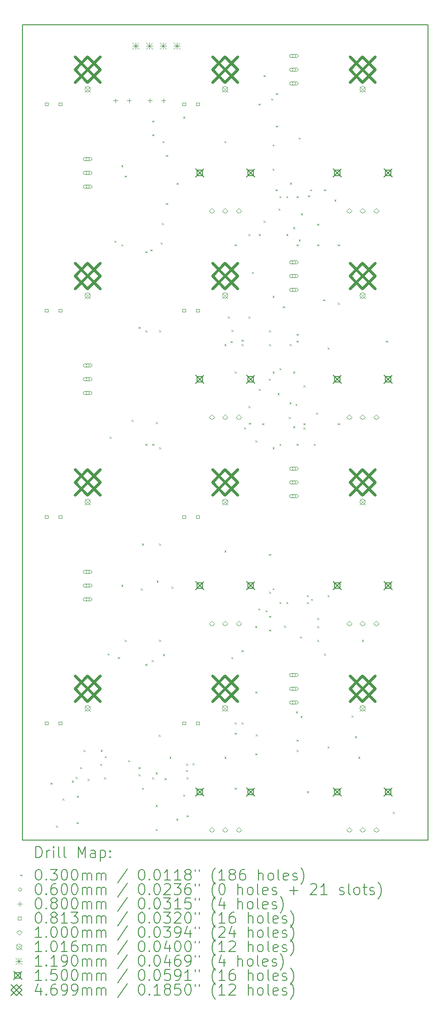
<source format=gbr>
%TF.GenerationSoftware,KiCad,Pcbnew,8.0.6*%
%TF.CreationDate,2025-04-05T08:59:40-04:00*%
%TF.ProjectId,Blinds4U,426c696e-6473-4345-952e-6b696361645f,rev?*%
%TF.SameCoordinates,Original*%
%TF.FileFunction,Drillmap*%
%TF.FilePolarity,Positive*%
%FSLAX45Y45*%
G04 Gerber Fmt 4.5, Leading zero omitted, Abs format (unit mm)*
G04 Created by KiCad (PCBNEW 8.0.6) date 2025-04-05 08:59:40*
%MOMM*%
%LPD*%
G01*
G04 APERTURE LIST*
%ADD10C,0.200000*%
%ADD11C,0.100000*%
%ADD12C,0.101600*%
%ADD13C,0.119000*%
%ADD14C,0.150000*%
%ADD15C,0.469900*%
G04 APERTURE END LIST*
D10*
X3619500Y-2667000D02*
X11112500Y-2667000D01*
X11112500Y-17716500D01*
X3619500Y-17716500D01*
X3619500Y-2667000D01*
D11*
X4140440Y-16657560D02*
X4170440Y-16687560D01*
X4170440Y-16657560D02*
X4140440Y-16687560D01*
X4239500Y-17447500D02*
X4269500Y-17477500D01*
X4269500Y-17447500D02*
X4239500Y-17477500D01*
X4357500Y-16950820D02*
X4387500Y-16980820D01*
X4387500Y-16950820D02*
X4357500Y-16980820D01*
X4534140Y-16616920D02*
X4564140Y-16646920D01*
X4564140Y-16616920D02*
X4534140Y-16646920D01*
X4607057Y-16550137D02*
X4637057Y-16580137D01*
X4637057Y-16550137D02*
X4607057Y-16580137D01*
X4620500Y-17384000D02*
X4650500Y-17414000D01*
X4650500Y-17384000D02*
X4620500Y-17414000D01*
X4625580Y-16898860D02*
X4655580Y-16928860D01*
X4655580Y-16898860D02*
X4625580Y-16928860D01*
X4684000Y-16368000D02*
X4714000Y-16398000D01*
X4714000Y-16368000D02*
X4684000Y-16398000D01*
X4747500Y-16050500D02*
X4777500Y-16080500D01*
X4777500Y-16050500D02*
X4747500Y-16080500D01*
X4826240Y-16583900D02*
X4856240Y-16613900D01*
X4856240Y-16583900D02*
X4826240Y-16613900D01*
X5059008Y-16310492D02*
X5089008Y-16340492D01*
X5089008Y-16310492D02*
X5059008Y-16340492D01*
X5065000Y-16050500D02*
X5095000Y-16080500D01*
X5095000Y-16050500D02*
X5065000Y-16080500D01*
X5128500Y-16558500D02*
X5158500Y-16588500D01*
X5158500Y-16558500D02*
X5128500Y-16588500D01*
X5141074Y-16164926D02*
X5171074Y-16194926D01*
X5171074Y-16164926D02*
X5141074Y-16194926D01*
X5192000Y-14269320D02*
X5222000Y-14299320D01*
X5222000Y-14269320D02*
X5192000Y-14299320D01*
X5232320Y-10268820D02*
X5262320Y-10298820D01*
X5262320Y-10268820D02*
X5232320Y-10298820D01*
X5319000Y-6649320D02*
X5349000Y-6679320D01*
X5349000Y-6649320D02*
X5319000Y-6679320D01*
X5382500Y-14336000D02*
X5412500Y-14366000D01*
X5412500Y-14336000D02*
X5382500Y-14366000D01*
X5446000Y-5255500D02*
X5476000Y-5285500D01*
X5476000Y-5255500D02*
X5446000Y-5285500D01*
X5446000Y-6716000D02*
X5476000Y-6746000D01*
X5476000Y-6716000D02*
X5446000Y-6746000D01*
X5446000Y-13002500D02*
X5476000Y-13032500D01*
X5476000Y-13002500D02*
X5446000Y-13032500D01*
X5509500Y-5446000D02*
X5539500Y-5476000D01*
X5539500Y-5446000D02*
X5509500Y-5476000D01*
X5509500Y-14018500D02*
X5539500Y-14048500D01*
X5539500Y-14018500D02*
X5509500Y-14048500D01*
X5573000Y-16241000D02*
X5603000Y-16271000D01*
X5603000Y-16241000D02*
X5573000Y-16271000D01*
X5636500Y-9954500D02*
X5666500Y-9984500D01*
X5666500Y-9954500D02*
X5636500Y-9984500D01*
X5763500Y-8240000D02*
X5793500Y-8270000D01*
X5793500Y-8240000D02*
X5763500Y-8270000D01*
X5763500Y-16368000D02*
X5793500Y-16398000D01*
X5793500Y-16368000D02*
X5763500Y-16398000D01*
X5763500Y-16498000D02*
X5793500Y-16528000D01*
X5793500Y-16498000D02*
X5763500Y-16528000D01*
X5806680Y-13071080D02*
X5836680Y-13101080D01*
X5836680Y-13071080D02*
X5806680Y-13101080D01*
X5827000Y-12240500D02*
X5857000Y-12270500D01*
X5857000Y-12240500D02*
X5827000Y-12270500D01*
X5827000Y-16749000D02*
X5857000Y-16779000D01*
X5857000Y-16749000D02*
X5827000Y-16779000D01*
X5890500Y-6843000D02*
X5920500Y-6873000D01*
X5920500Y-6843000D02*
X5890500Y-6873000D01*
X5890500Y-8303500D02*
X5920500Y-8333500D01*
X5920500Y-8303500D02*
X5890500Y-8333500D01*
X5890500Y-10399000D02*
X5920500Y-10429000D01*
X5920500Y-10399000D02*
X5890500Y-10429000D01*
X5890500Y-14463000D02*
X5920500Y-14493000D01*
X5920500Y-14463000D02*
X5890500Y-14493000D01*
X5985750Y-6811250D02*
X6015750Y-6841250D01*
X6015750Y-6811250D02*
X5985750Y-6841250D01*
X6010007Y-14392007D02*
X6040007Y-14422007D01*
X6040007Y-14392007D02*
X6010007Y-14422007D01*
X6017500Y-4430000D02*
X6047500Y-4460000D01*
X6047500Y-4430000D02*
X6017500Y-4460000D01*
X6017500Y-4684000D02*
X6047500Y-4714000D01*
X6047500Y-4684000D02*
X6017500Y-4714000D01*
X6017500Y-10399000D02*
X6047500Y-10429000D01*
X6047500Y-10399000D02*
X6017500Y-10429000D01*
X6017782Y-16558976D02*
X6047782Y-16588976D01*
X6047782Y-16558976D02*
X6017782Y-16588976D01*
X6081000Y-16464520D02*
X6111000Y-16494520D01*
X6111000Y-16464520D02*
X6081000Y-16494520D01*
X6081000Y-17066500D02*
X6111000Y-17096500D01*
X6111000Y-17066500D02*
X6081000Y-17096500D01*
X6081000Y-17511000D02*
X6111000Y-17541000D01*
X6111000Y-17511000D02*
X6081000Y-17541000D01*
X6087820Y-9995854D02*
X6117820Y-10025854D01*
X6117820Y-9995854D02*
X6087820Y-10025854D01*
X6098780Y-12926300D02*
X6128780Y-12956300D01*
X6128780Y-12926300D02*
X6098780Y-12956300D01*
X6137680Y-15770680D02*
X6167680Y-15800680D01*
X6167680Y-15770680D02*
X6137680Y-15800680D01*
X6144500Y-8303500D02*
X6174500Y-8333500D01*
X6174500Y-8303500D02*
X6144500Y-8333500D01*
X6144500Y-10462500D02*
X6174500Y-10492500D01*
X6174500Y-10462500D02*
X6144500Y-10492500D01*
X6144500Y-12240500D02*
X6174500Y-12270500D01*
X6174500Y-12240500D02*
X6144500Y-12270500D01*
X6144500Y-14018500D02*
X6174500Y-14048500D01*
X6174500Y-14018500D02*
X6144500Y-14048500D01*
X6176250Y-6684250D02*
X6206250Y-6714250D01*
X6206250Y-6684250D02*
X6176250Y-6714250D01*
X6197097Y-6324097D02*
X6227097Y-6354097D01*
X6227097Y-6324097D02*
X6197097Y-6354097D01*
X6208000Y-4811000D02*
X6238000Y-4841000D01*
X6238000Y-4811000D02*
X6208000Y-4841000D01*
X6216392Y-14279435D02*
X6246392Y-14309435D01*
X6246392Y-14279435D02*
X6216392Y-14309435D01*
X6248640Y-16573740D02*
X6278640Y-16603740D01*
X6278640Y-16573740D02*
X6248640Y-16603740D01*
X6271500Y-5065000D02*
X6301500Y-5095000D01*
X6301500Y-5065000D02*
X6271500Y-5095000D01*
X6271500Y-5954000D02*
X6301500Y-5984000D01*
X6301500Y-5954000D02*
X6271500Y-5984000D01*
X6335000Y-16177500D02*
X6365000Y-16207500D01*
X6365000Y-16177500D02*
X6335000Y-16207500D01*
X6375640Y-13038060D02*
X6405640Y-13068060D01*
X6405640Y-13038060D02*
X6375640Y-13068060D01*
X6462000Y-17320500D02*
X6492000Y-17350500D01*
X6492000Y-17320500D02*
X6462000Y-17350500D01*
X6467080Y-5583160D02*
X6497080Y-5613160D01*
X6497080Y-5583160D02*
X6467080Y-5613160D01*
X6589000Y-4359680D02*
X6619000Y-4389680D01*
X6619000Y-4359680D02*
X6589000Y-4389680D01*
X6589000Y-16876000D02*
X6619000Y-16906000D01*
X6619000Y-16876000D02*
X6589000Y-16906000D01*
X6641597Y-16420597D02*
X6671597Y-16450597D01*
X6671597Y-16420597D02*
X6641597Y-16450597D01*
X6644880Y-16307040D02*
X6674880Y-16337040D01*
X6674880Y-16307040D02*
X6644880Y-16337040D01*
X6652500Y-16558500D02*
X6682500Y-16588500D01*
X6682500Y-16558500D02*
X6652500Y-16588500D01*
X6652500Y-17257000D02*
X6682500Y-17287000D01*
X6682500Y-17257000D02*
X6652500Y-17287000D01*
X6763875Y-16298320D02*
X6793875Y-16328320D01*
X6793875Y-16298320D02*
X6763875Y-16328320D01*
X7351000Y-4811000D02*
X7381000Y-4841000D01*
X7381000Y-4811000D02*
X7351000Y-4841000D01*
X7351000Y-8557500D02*
X7381000Y-8587500D01*
X7381000Y-8557500D02*
X7351000Y-8587500D01*
X7351000Y-12367500D02*
X7381000Y-12397500D01*
X7381000Y-12367500D02*
X7351000Y-12397500D01*
X7351000Y-16177500D02*
X7381000Y-16207500D01*
X7381000Y-16177500D02*
X7351000Y-16207500D01*
X7414500Y-8049500D02*
X7444500Y-8079500D01*
X7444500Y-8049500D02*
X7414500Y-8079500D01*
X7467097Y-8504903D02*
X7497097Y-8534903D01*
X7497097Y-8504903D02*
X7467097Y-8534903D01*
X7478000Y-14336000D02*
X7508000Y-14366000D01*
X7508000Y-14336000D02*
X7478000Y-14366000D01*
X7485663Y-8295837D02*
X7515663Y-8325837D01*
X7515663Y-8295837D02*
X7485663Y-8325837D01*
X7541500Y-6716000D02*
X7571500Y-6746000D01*
X7571500Y-6716000D02*
X7541500Y-6746000D01*
X7541500Y-9065500D02*
X7571500Y-9095500D01*
X7571500Y-9065500D02*
X7541500Y-9095500D01*
X7541500Y-15542500D02*
X7571500Y-15572500D01*
X7571500Y-15542500D02*
X7541500Y-15572500D01*
X7541500Y-15733000D02*
X7571500Y-15763000D01*
X7571500Y-15733000D02*
X7541500Y-15763000D01*
X7541500Y-16749000D02*
X7571500Y-16779000D01*
X7571500Y-16749000D02*
X7541500Y-16779000D01*
X7668500Y-8477180D02*
X7698500Y-8507180D01*
X7698500Y-8477180D02*
X7668500Y-8507180D01*
X7668500Y-8557500D02*
X7698500Y-8587500D01*
X7698500Y-8557500D02*
X7668500Y-8587500D01*
X7668500Y-14209000D02*
X7698500Y-14239000D01*
X7698500Y-14209000D02*
X7668500Y-14239000D01*
X7668500Y-15542500D02*
X7698500Y-15572500D01*
X7698500Y-15542500D02*
X7668500Y-15572500D01*
X7718347Y-10095153D02*
X7748347Y-10125153D01*
X7748347Y-10095153D02*
X7718347Y-10125153D01*
X7795500Y-6525500D02*
X7825500Y-6555500D01*
X7825500Y-6525500D02*
X7795500Y-6555500D01*
X7795500Y-8049500D02*
X7825500Y-8079500D01*
X7825500Y-8049500D02*
X7795500Y-8079500D01*
X7795500Y-9700500D02*
X7825500Y-9730500D01*
X7825500Y-9700500D02*
X7795500Y-9730500D01*
X7803653Y-10009847D02*
X7833653Y-10039847D01*
X7833653Y-10009847D02*
X7803653Y-10039847D01*
X7859000Y-7224000D02*
X7889000Y-7254000D01*
X7889000Y-7224000D02*
X7859000Y-7254000D01*
X7921097Y-13765903D02*
X7951097Y-13795903D01*
X7951097Y-13765903D02*
X7921097Y-13795903D01*
X7922500Y-10335500D02*
X7952500Y-10365500D01*
X7952500Y-10335500D02*
X7922500Y-10365500D01*
X7922500Y-14971000D02*
X7952500Y-15001000D01*
X7952500Y-14971000D02*
X7922500Y-15001000D01*
X7922500Y-16114000D02*
X7952500Y-16144000D01*
X7952500Y-16114000D02*
X7922500Y-16144000D01*
X7933446Y-15762816D02*
X7963446Y-15792816D01*
X7963446Y-15762816D02*
X7933446Y-15792816D01*
X7978337Y-13439337D02*
X8008337Y-13469337D01*
X8008337Y-13439337D02*
X7978337Y-13469337D01*
X7983039Y-4115605D02*
X8013039Y-4145605D01*
X8013039Y-4115605D02*
X7983039Y-4145605D01*
X7986000Y-6525500D02*
X8016000Y-6555500D01*
X8016000Y-6525500D02*
X7986000Y-6555500D01*
X7986000Y-9383000D02*
X8016000Y-9413000D01*
X8016000Y-9383000D02*
X7986000Y-9413000D01*
X8049500Y-10018000D02*
X8079500Y-10048000D01*
X8079500Y-10018000D02*
X8049500Y-10048000D01*
X8074900Y-3591800D02*
X8104900Y-3621800D01*
X8104900Y-3591800D02*
X8074900Y-3621800D01*
X8077440Y-6281660D02*
X8107440Y-6311660D01*
X8107440Y-6281660D02*
X8077440Y-6311660D01*
X8116180Y-13472104D02*
X8146180Y-13502104D01*
X8146180Y-13472104D02*
X8116180Y-13502104D01*
X8173960Y-9197580D02*
X8203960Y-9227580D01*
X8203960Y-9197580D02*
X8173960Y-9227580D01*
X8176500Y-8303500D02*
X8206500Y-8333500D01*
X8206500Y-8303500D02*
X8176500Y-8333500D01*
X8176500Y-8557500D02*
X8206500Y-8587500D01*
X8206500Y-8557500D02*
X8176500Y-8587500D01*
X8176500Y-12431000D02*
X8206500Y-12461000D01*
X8206500Y-12431000D02*
X8176500Y-12461000D01*
X8176500Y-13129500D02*
X8206500Y-13159500D01*
X8206500Y-13129500D02*
X8176500Y-13159500D01*
X8176500Y-13574000D02*
X8206500Y-13604000D01*
X8206500Y-13574000D02*
X8176500Y-13604000D01*
X8176500Y-13828000D02*
X8206500Y-13858000D01*
X8206500Y-13828000D02*
X8176500Y-13858000D01*
X8217140Y-4026140D02*
X8247140Y-4056140D01*
X8247140Y-4026140D02*
X8217140Y-4056140D01*
X8240000Y-4871960D02*
X8270000Y-4901960D01*
X8270000Y-4871960D02*
X8240000Y-4901960D01*
X8240000Y-5319000D02*
X8270000Y-5349000D01*
X8270000Y-5319000D02*
X8240000Y-5349000D01*
X8240000Y-7668500D02*
X8270000Y-7698500D01*
X8270000Y-7668500D02*
X8240000Y-7698500D01*
X8240000Y-9065500D02*
X8270000Y-9095500D01*
X8270000Y-9065500D02*
X8240000Y-9095500D01*
X8240000Y-10462500D02*
X8270000Y-10492500D01*
X8270000Y-10462500D02*
X8240000Y-10492500D01*
X8240000Y-13066000D02*
X8270000Y-13096000D01*
X8270000Y-13066000D02*
X8240000Y-13096000D01*
X8296680Y-5700000D02*
X8326680Y-5730000D01*
X8326680Y-5700000D02*
X8296680Y-5730000D01*
X8303500Y-3922000D02*
X8333500Y-3952000D01*
X8333500Y-3922000D02*
X8303500Y-3952000D01*
X8303500Y-4525500D02*
X8333500Y-4555500D01*
X8333500Y-4525500D02*
X8303500Y-4555500D01*
X8334750Y-9464750D02*
X8364750Y-9494750D01*
X8364750Y-9464750D02*
X8334750Y-9494750D01*
X8351760Y-6055600D02*
X8381760Y-6085600D01*
X8381760Y-6055600D02*
X8351760Y-6085600D01*
X8367000Y-5827000D02*
X8397000Y-5857000D01*
X8397000Y-5827000D02*
X8367000Y-5857000D01*
X8367000Y-9002000D02*
X8397000Y-9032000D01*
X8397000Y-9002000D02*
X8367000Y-9032000D01*
X8367000Y-10399000D02*
X8397000Y-10429000D01*
X8397000Y-10399000D02*
X8367000Y-10429000D01*
X8367000Y-13320000D02*
X8397000Y-13350000D01*
X8397000Y-13320000D02*
X8367000Y-13350000D01*
X8430500Y-7859000D02*
X8460500Y-7889000D01*
X8460500Y-7859000D02*
X8430500Y-7889000D01*
X8458440Y-13756880D02*
X8488440Y-13786880D01*
X8488440Y-13756880D02*
X8458440Y-13786880D01*
X8494000Y-5827000D02*
X8524000Y-5857000D01*
X8524000Y-5827000D02*
X8494000Y-5857000D01*
X8494000Y-6525500D02*
X8524000Y-6555500D01*
X8524000Y-6525500D02*
X8494000Y-6555500D01*
X8494000Y-13320000D02*
X8524000Y-13350000D01*
X8524000Y-13320000D02*
X8494000Y-13350000D01*
X8544396Y-9904104D02*
X8574396Y-9934104D01*
X8574396Y-9904104D02*
X8544396Y-9934104D01*
X8555250Y-9634750D02*
X8585250Y-9664750D01*
X8585250Y-9634750D02*
X8555250Y-9664750D01*
X8557500Y-8557500D02*
X8587500Y-8587500D01*
X8587500Y-8557500D02*
X8557500Y-8587500D01*
X8561851Y-5576748D02*
X8591851Y-5606748D01*
X8591851Y-5576748D02*
X8561851Y-5606748D01*
X8621000Y-6398500D02*
X8651000Y-6428500D01*
X8651000Y-6398500D02*
X8621000Y-6428500D01*
X8621000Y-9065500D02*
X8651000Y-9095500D01*
X8651000Y-9065500D02*
X8621000Y-9095500D01*
X8621000Y-10073880D02*
X8651000Y-10103880D01*
X8651000Y-10073880D02*
X8621000Y-10103880D01*
X8666720Y-9664940D02*
X8696720Y-9694940D01*
X8696720Y-9664940D02*
X8666720Y-9694940D01*
X8673597Y-15341097D02*
X8703597Y-15371097D01*
X8703597Y-15341097D02*
X8673597Y-15371097D01*
X8684500Y-5827000D02*
X8714500Y-5857000D01*
X8714500Y-5827000D02*
X8684500Y-5857000D01*
X8684500Y-6716000D02*
X8714500Y-6746000D01*
X8714500Y-6716000D02*
X8684500Y-6746000D01*
X8684500Y-8367000D02*
X8714500Y-8397000D01*
X8714500Y-8367000D02*
X8684500Y-8397000D01*
X8684500Y-8494000D02*
X8714500Y-8524000D01*
X8714500Y-8494000D02*
X8684500Y-8524000D01*
X8684500Y-10399000D02*
X8714500Y-10429000D01*
X8714500Y-10399000D02*
X8684500Y-10429000D01*
X8684500Y-15860000D02*
X8714500Y-15890000D01*
X8714500Y-15860000D02*
X8684500Y-15890000D01*
X8684500Y-16050500D02*
X8714500Y-16080500D01*
X8714500Y-16050500D02*
X8684500Y-16080500D01*
X8723722Y-6628222D02*
X8753722Y-6658222D01*
X8753722Y-6628222D02*
X8723722Y-6658222D01*
X8725140Y-4744960D02*
X8755140Y-4774960D01*
X8755140Y-4744960D02*
X8725140Y-4774960D01*
X8748000Y-13955000D02*
X8778000Y-13985000D01*
X8778000Y-13955000D02*
X8748000Y-13985000D01*
X8758903Y-15426403D02*
X8788903Y-15456403D01*
X8788903Y-15426403D02*
X8758903Y-15456403D01*
X8765780Y-6147040D02*
X8795780Y-6177040D01*
X8795780Y-6147040D02*
X8765780Y-6177040D01*
X8811500Y-9319500D02*
X8841500Y-9349500D01*
X8841500Y-9319500D02*
X8811500Y-9349500D01*
X8811500Y-10018000D02*
X8841500Y-10048000D01*
X8841500Y-10018000D02*
X8811500Y-10048000D01*
X8811500Y-10098320D02*
X8841500Y-10128320D01*
X8841500Y-10098320D02*
X8811500Y-10128320D01*
X8875000Y-13193000D02*
X8905000Y-13223000D01*
X8905000Y-13193000D02*
X8875000Y-13223000D01*
X8875000Y-13320000D02*
X8905000Y-13350000D01*
X8905000Y-13320000D02*
X8875000Y-13350000D01*
X8875000Y-16812500D02*
X8905000Y-16842500D01*
X8905000Y-16812500D02*
X8875000Y-16842500D01*
X8897860Y-5809220D02*
X8927860Y-5839220D01*
X8927860Y-5809220D02*
X8897860Y-5839220D01*
X8937097Y-5701403D02*
X8967097Y-5731403D01*
X8967097Y-5701403D02*
X8937097Y-5731403D01*
X8953740Y-13261580D02*
X8983740Y-13291580D01*
X8983740Y-13261580D02*
X8953740Y-13291580D01*
X9002000Y-10399000D02*
X9032000Y-10429000D01*
X9032000Y-10399000D02*
X9002000Y-10429000D01*
X9047720Y-9824960D02*
X9077720Y-9854960D01*
X9077720Y-9824960D02*
X9047720Y-9854960D01*
X9065500Y-6335000D02*
X9095500Y-6365000D01*
X9095500Y-6335000D02*
X9065500Y-6365000D01*
X9065500Y-6716000D02*
X9095500Y-6746000D01*
X9095500Y-6716000D02*
X9065500Y-6746000D01*
X9065500Y-13613500D02*
X9095500Y-13643500D01*
X9095500Y-13613500D02*
X9065500Y-13643500D01*
X9065500Y-13764500D02*
X9095500Y-13794500D01*
X9095500Y-13764500D02*
X9065500Y-13794500D01*
X9065500Y-14018500D02*
X9095500Y-14048500D01*
X9095500Y-14018500D02*
X9065500Y-14048500D01*
X9178500Y-7732000D02*
X9208500Y-7762000D01*
X9208500Y-7732000D02*
X9178500Y-7762000D01*
X9192500Y-5700000D02*
X9222500Y-5730000D01*
X9222500Y-5700000D02*
X9192500Y-5730000D01*
X9192500Y-14272500D02*
X9222500Y-14302500D01*
X9222500Y-14272500D02*
X9192500Y-14302500D01*
X9256000Y-8621000D02*
X9286000Y-8651000D01*
X9286000Y-8621000D02*
X9256000Y-8651000D01*
X9256000Y-13193000D02*
X9286000Y-13223000D01*
X9286000Y-13193000D02*
X9256000Y-13223000D01*
X9256000Y-15987000D02*
X9286000Y-16017000D01*
X9286000Y-15987000D02*
X9256000Y-16017000D01*
X9383000Y-5890500D02*
X9413000Y-5920500D01*
X9413000Y-5890500D02*
X9383000Y-5920500D01*
X9446500Y-6716000D02*
X9476500Y-6746000D01*
X9476500Y-6716000D02*
X9446500Y-6746000D01*
X9446500Y-7795500D02*
X9476500Y-7825500D01*
X9476500Y-7795500D02*
X9446500Y-7825500D01*
X9446500Y-10018000D02*
X9476500Y-10048000D01*
X9476500Y-10018000D02*
X9446500Y-10048000D01*
X9700500Y-15415500D02*
X9730500Y-15445500D01*
X9730500Y-15415500D02*
X9700500Y-15445500D01*
X9764000Y-15796500D02*
X9794000Y-15826500D01*
X9794000Y-15796500D02*
X9764000Y-15826500D01*
X9825680Y-16177500D02*
X9855680Y-16207500D01*
X9855680Y-16177500D02*
X9825680Y-16207500D01*
X9891000Y-14018500D02*
X9921000Y-14048500D01*
X9921000Y-14018500D02*
X9891000Y-14048500D01*
X10335500Y-8494000D02*
X10365500Y-8524000D01*
X10365500Y-8494000D02*
X10335500Y-8524000D01*
X10462500Y-17193500D02*
X10492500Y-17223500D01*
X10492500Y-17193500D02*
X10462500Y-17223500D01*
X4856000Y-5143500D02*
G75*
G02*
X4796000Y-5143500I-30000J0D01*
G01*
X4796000Y-5143500D02*
G75*
G02*
X4856000Y-5143500I30000J0D01*
G01*
X4876000Y-5113500D02*
X4776000Y-5113500D01*
X4776000Y-5173500D02*
G75*
G02*
X4776000Y-5113500I0J30000D01*
G01*
X4776000Y-5173500D02*
X4876000Y-5173500D01*
X4876000Y-5173500D02*
G75*
G03*
X4876000Y-5113500I0J30000D01*
G01*
X4856000Y-5397500D02*
G75*
G02*
X4796000Y-5397500I-30000J0D01*
G01*
X4796000Y-5397500D02*
G75*
G02*
X4856000Y-5397500I30000J0D01*
G01*
X4876000Y-5367500D02*
X4776000Y-5367500D01*
X4776000Y-5427500D02*
G75*
G02*
X4776000Y-5367500I0J30000D01*
G01*
X4776000Y-5427500D02*
X4876000Y-5427500D01*
X4876000Y-5427500D02*
G75*
G03*
X4876000Y-5367500I0J30000D01*
G01*
X4856000Y-5651500D02*
G75*
G02*
X4796000Y-5651500I-30000J0D01*
G01*
X4796000Y-5651500D02*
G75*
G02*
X4856000Y-5651500I30000J0D01*
G01*
X4876000Y-5621500D02*
X4776000Y-5621500D01*
X4776000Y-5681500D02*
G75*
G02*
X4776000Y-5621500I0J30000D01*
G01*
X4776000Y-5681500D02*
X4876000Y-5681500D01*
X4876000Y-5681500D02*
G75*
G03*
X4876000Y-5621500I0J30000D01*
G01*
X4856000Y-8953500D02*
G75*
G02*
X4796000Y-8953500I-30000J0D01*
G01*
X4796000Y-8953500D02*
G75*
G02*
X4856000Y-8953500I30000J0D01*
G01*
X4876000Y-8923500D02*
X4776000Y-8923500D01*
X4776000Y-8983500D02*
G75*
G02*
X4776000Y-8923500I0J30000D01*
G01*
X4776000Y-8983500D02*
X4876000Y-8983500D01*
X4876000Y-8983500D02*
G75*
G03*
X4876000Y-8923500I0J30000D01*
G01*
X4856000Y-9207500D02*
G75*
G02*
X4796000Y-9207500I-30000J0D01*
G01*
X4796000Y-9207500D02*
G75*
G02*
X4856000Y-9207500I30000J0D01*
G01*
X4876000Y-9177500D02*
X4776000Y-9177500D01*
X4776000Y-9237500D02*
G75*
G02*
X4776000Y-9177500I0J30000D01*
G01*
X4776000Y-9237500D02*
X4876000Y-9237500D01*
X4876000Y-9237500D02*
G75*
G03*
X4876000Y-9177500I0J30000D01*
G01*
X4856000Y-9461500D02*
G75*
G02*
X4796000Y-9461500I-30000J0D01*
G01*
X4796000Y-9461500D02*
G75*
G02*
X4856000Y-9461500I30000J0D01*
G01*
X4876000Y-9431500D02*
X4776000Y-9431500D01*
X4776000Y-9491500D02*
G75*
G02*
X4776000Y-9431500I0J30000D01*
G01*
X4776000Y-9491500D02*
X4876000Y-9491500D01*
X4876000Y-9491500D02*
G75*
G03*
X4876000Y-9431500I0J30000D01*
G01*
X4856000Y-12763500D02*
G75*
G02*
X4796000Y-12763500I-30000J0D01*
G01*
X4796000Y-12763500D02*
G75*
G02*
X4856000Y-12763500I30000J0D01*
G01*
X4876000Y-12733500D02*
X4776000Y-12733500D01*
X4776000Y-12793500D02*
G75*
G02*
X4776000Y-12733500I0J30000D01*
G01*
X4776000Y-12793500D02*
X4876000Y-12793500D01*
X4876000Y-12793500D02*
G75*
G03*
X4876000Y-12733500I0J30000D01*
G01*
X4856000Y-13017500D02*
G75*
G02*
X4796000Y-13017500I-30000J0D01*
G01*
X4796000Y-13017500D02*
G75*
G02*
X4856000Y-13017500I30000J0D01*
G01*
X4876000Y-12987500D02*
X4776000Y-12987500D01*
X4776000Y-13047500D02*
G75*
G02*
X4776000Y-12987500I0J30000D01*
G01*
X4776000Y-13047500D02*
X4876000Y-13047500D01*
X4876000Y-13047500D02*
G75*
G03*
X4876000Y-12987500I0J30000D01*
G01*
X4856000Y-13271500D02*
G75*
G02*
X4796000Y-13271500I-30000J0D01*
G01*
X4796000Y-13271500D02*
G75*
G02*
X4856000Y-13271500I30000J0D01*
G01*
X4876000Y-13241500D02*
X4776000Y-13241500D01*
X4776000Y-13301500D02*
G75*
G02*
X4776000Y-13241500I0J30000D01*
G01*
X4776000Y-13301500D02*
X4876000Y-13301500D01*
X4876000Y-13301500D02*
G75*
G03*
X4876000Y-13241500I0J30000D01*
G01*
X8666000Y-3238500D02*
G75*
G02*
X8606000Y-3238500I-30000J0D01*
G01*
X8606000Y-3238500D02*
G75*
G02*
X8666000Y-3238500I30000J0D01*
G01*
X8686000Y-3208500D02*
X8586000Y-3208500D01*
X8586000Y-3268500D02*
G75*
G02*
X8586000Y-3208500I0J30000D01*
G01*
X8586000Y-3268500D02*
X8686000Y-3268500D01*
X8686000Y-3268500D02*
G75*
G03*
X8686000Y-3208500I0J30000D01*
G01*
X8666000Y-3492500D02*
G75*
G02*
X8606000Y-3492500I-30000J0D01*
G01*
X8606000Y-3492500D02*
G75*
G02*
X8666000Y-3492500I30000J0D01*
G01*
X8686000Y-3462500D02*
X8586000Y-3462500D01*
X8586000Y-3522500D02*
G75*
G02*
X8586000Y-3462500I0J30000D01*
G01*
X8586000Y-3522500D02*
X8686000Y-3522500D01*
X8686000Y-3522500D02*
G75*
G03*
X8686000Y-3462500I0J30000D01*
G01*
X8666000Y-3746500D02*
G75*
G02*
X8606000Y-3746500I-30000J0D01*
G01*
X8606000Y-3746500D02*
G75*
G02*
X8666000Y-3746500I30000J0D01*
G01*
X8686000Y-3716500D02*
X8586000Y-3716500D01*
X8586000Y-3776500D02*
G75*
G02*
X8586000Y-3716500I0J30000D01*
G01*
X8586000Y-3776500D02*
X8686000Y-3776500D01*
X8686000Y-3776500D02*
G75*
G03*
X8686000Y-3716500I0J30000D01*
G01*
X8666000Y-7048500D02*
G75*
G02*
X8606000Y-7048500I-30000J0D01*
G01*
X8606000Y-7048500D02*
G75*
G02*
X8666000Y-7048500I30000J0D01*
G01*
X8686000Y-7018500D02*
X8586000Y-7018500D01*
X8586000Y-7078500D02*
G75*
G02*
X8586000Y-7018500I0J30000D01*
G01*
X8586000Y-7078500D02*
X8686000Y-7078500D01*
X8686000Y-7078500D02*
G75*
G03*
X8686000Y-7018500I0J30000D01*
G01*
X8666000Y-7302500D02*
G75*
G02*
X8606000Y-7302500I-30000J0D01*
G01*
X8606000Y-7302500D02*
G75*
G02*
X8666000Y-7302500I30000J0D01*
G01*
X8686000Y-7272500D02*
X8586000Y-7272500D01*
X8586000Y-7332500D02*
G75*
G02*
X8586000Y-7272500I0J30000D01*
G01*
X8586000Y-7332500D02*
X8686000Y-7332500D01*
X8686000Y-7332500D02*
G75*
G03*
X8686000Y-7272500I0J30000D01*
G01*
X8666000Y-7556500D02*
G75*
G02*
X8606000Y-7556500I-30000J0D01*
G01*
X8606000Y-7556500D02*
G75*
G02*
X8666000Y-7556500I30000J0D01*
G01*
X8686000Y-7526500D02*
X8586000Y-7526500D01*
X8586000Y-7586500D02*
G75*
G02*
X8586000Y-7526500I0J30000D01*
G01*
X8586000Y-7586500D02*
X8686000Y-7586500D01*
X8686000Y-7586500D02*
G75*
G03*
X8686000Y-7526500I0J30000D01*
G01*
X8666000Y-10858500D02*
G75*
G02*
X8606000Y-10858500I-30000J0D01*
G01*
X8606000Y-10858500D02*
G75*
G02*
X8666000Y-10858500I30000J0D01*
G01*
X8686000Y-10828500D02*
X8586000Y-10828500D01*
X8586000Y-10888500D02*
G75*
G02*
X8586000Y-10828500I0J30000D01*
G01*
X8586000Y-10888500D02*
X8686000Y-10888500D01*
X8686000Y-10888500D02*
G75*
G03*
X8686000Y-10828500I0J30000D01*
G01*
X8666000Y-11112500D02*
G75*
G02*
X8606000Y-11112500I-30000J0D01*
G01*
X8606000Y-11112500D02*
G75*
G02*
X8666000Y-11112500I30000J0D01*
G01*
X8686000Y-11082500D02*
X8586000Y-11082500D01*
X8586000Y-11142500D02*
G75*
G02*
X8586000Y-11082500I0J30000D01*
G01*
X8586000Y-11142500D02*
X8686000Y-11142500D01*
X8686000Y-11142500D02*
G75*
G03*
X8686000Y-11082500I0J30000D01*
G01*
X8666000Y-11366500D02*
G75*
G02*
X8606000Y-11366500I-30000J0D01*
G01*
X8606000Y-11366500D02*
G75*
G02*
X8666000Y-11366500I30000J0D01*
G01*
X8686000Y-11336500D02*
X8586000Y-11336500D01*
X8586000Y-11396500D02*
G75*
G02*
X8586000Y-11336500I0J30000D01*
G01*
X8586000Y-11396500D02*
X8686000Y-11396500D01*
X8686000Y-11396500D02*
G75*
G03*
X8686000Y-11336500I0J30000D01*
G01*
X8666000Y-14668500D02*
G75*
G02*
X8606000Y-14668500I-30000J0D01*
G01*
X8606000Y-14668500D02*
G75*
G02*
X8666000Y-14668500I30000J0D01*
G01*
X8686000Y-14638500D02*
X8586000Y-14638500D01*
X8586000Y-14698500D02*
G75*
G02*
X8586000Y-14638500I0J30000D01*
G01*
X8586000Y-14698500D02*
X8686000Y-14698500D01*
X8686000Y-14698500D02*
G75*
G03*
X8686000Y-14638500I0J30000D01*
G01*
X8666000Y-14922500D02*
G75*
G02*
X8606000Y-14922500I-30000J0D01*
G01*
X8606000Y-14922500D02*
G75*
G02*
X8666000Y-14922500I30000J0D01*
G01*
X8686000Y-14892500D02*
X8586000Y-14892500D01*
X8586000Y-14952500D02*
G75*
G02*
X8586000Y-14892500I0J30000D01*
G01*
X8586000Y-14952500D02*
X8686000Y-14952500D01*
X8686000Y-14952500D02*
G75*
G03*
X8686000Y-14892500I0J30000D01*
G01*
X8666000Y-15176500D02*
G75*
G02*
X8606000Y-15176500I-30000J0D01*
G01*
X8606000Y-15176500D02*
G75*
G02*
X8666000Y-15176500I30000J0D01*
G01*
X8686000Y-15146500D02*
X8586000Y-15146500D01*
X8586000Y-15206500D02*
G75*
G02*
X8586000Y-15146500I0J30000D01*
G01*
X8586000Y-15206500D02*
X8686000Y-15206500D01*
X8686000Y-15206500D02*
G75*
G03*
X8686000Y-15146500I0J30000D01*
G01*
X5340489Y-4024000D02*
X5340489Y-4104000D01*
X5300489Y-4064000D02*
X5380489Y-4064000D01*
X5590489Y-4024000D02*
X5590489Y-4104000D01*
X5550489Y-4064000D02*
X5630489Y-4064000D01*
X5975489Y-4024000D02*
X5975489Y-4104000D01*
X5935489Y-4064000D02*
X6015489Y-4064000D01*
X6225489Y-4024000D02*
X6225489Y-4104000D01*
X6185489Y-4064000D02*
X6265489Y-4064000D01*
X4092737Y-4156237D02*
X4092737Y-4098763D01*
X4035263Y-4098763D01*
X4035263Y-4156237D01*
X4092737Y-4156237D01*
X4092737Y-7966237D02*
X4092737Y-7908763D01*
X4035263Y-7908763D01*
X4035263Y-7966237D01*
X4092737Y-7966237D01*
X4092737Y-11776237D02*
X4092737Y-11718763D01*
X4035263Y-11718763D01*
X4035263Y-11776237D01*
X4092737Y-11776237D01*
X4092737Y-15586237D02*
X4092737Y-15528763D01*
X4035263Y-15528763D01*
X4035263Y-15586237D01*
X4092737Y-15586237D01*
X4346737Y-4156237D02*
X4346737Y-4098763D01*
X4289263Y-4098763D01*
X4289263Y-4156237D01*
X4346737Y-4156237D01*
X4346737Y-7966237D02*
X4346737Y-7908763D01*
X4289263Y-7908763D01*
X4289263Y-7966237D01*
X4346737Y-7966237D01*
X4346737Y-11776237D02*
X4346737Y-11718763D01*
X4289263Y-11718763D01*
X4289263Y-11776237D01*
X4346737Y-11776237D01*
X4346737Y-15586237D02*
X4346737Y-15528763D01*
X4289263Y-15528763D01*
X4289263Y-15586237D01*
X4346737Y-15586237D01*
X6632737Y-4156237D02*
X6632737Y-4098763D01*
X6575263Y-4098763D01*
X6575263Y-4156237D01*
X6632737Y-4156237D01*
X6632737Y-7966237D02*
X6632737Y-7908763D01*
X6575263Y-7908763D01*
X6575263Y-7966237D01*
X6632737Y-7966237D01*
X6632737Y-11776237D02*
X6632737Y-11718763D01*
X6575263Y-11718763D01*
X6575263Y-11776237D01*
X6632737Y-11776237D01*
X6632737Y-15586237D02*
X6632737Y-15528763D01*
X6575263Y-15528763D01*
X6575263Y-15586237D01*
X6632737Y-15586237D01*
X6886737Y-4156237D02*
X6886737Y-4098763D01*
X6829263Y-4098763D01*
X6829263Y-4156237D01*
X6886737Y-4156237D01*
X6886737Y-7966237D02*
X6886737Y-7908763D01*
X6829263Y-7908763D01*
X6829263Y-7966237D01*
X6886737Y-7966237D01*
X6886737Y-11776237D02*
X6886737Y-11718763D01*
X6829263Y-11718763D01*
X6829263Y-11776237D01*
X6886737Y-11776237D01*
X6886737Y-15586237D02*
X6886737Y-15528763D01*
X6829263Y-15528763D01*
X6829263Y-15586237D01*
X6886737Y-15586237D01*
X7116000Y-6147500D02*
X7166000Y-6097500D01*
X7116000Y-6047500D01*
X7066000Y-6097500D01*
X7116000Y-6147500D01*
X7116000Y-9957500D02*
X7166000Y-9907500D01*
X7116000Y-9857500D01*
X7066000Y-9907500D01*
X7116000Y-9957500D01*
X7116000Y-13767500D02*
X7166000Y-13717500D01*
X7116000Y-13667500D01*
X7066000Y-13717500D01*
X7116000Y-13767500D01*
X7116000Y-17577500D02*
X7166000Y-17527500D01*
X7116000Y-17477500D01*
X7066000Y-17527500D01*
X7116000Y-17577500D01*
X7366000Y-6147500D02*
X7416000Y-6097500D01*
X7366000Y-6047500D01*
X7316000Y-6097500D01*
X7366000Y-6147500D01*
X7366000Y-9957500D02*
X7416000Y-9907500D01*
X7366000Y-9857500D01*
X7316000Y-9907500D01*
X7366000Y-9957500D01*
X7366000Y-13767500D02*
X7416000Y-13717500D01*
X7366000Y-13667500D01*
X7316000Y-13717500D01*
X7366000Y-13767500D01*
X7366000Y-17577500D02*
X7416000Y-17527500D01*
X7366000Y-17477500D01*
X7316000Y-17527500D01*
X7366000Y-17577500D01*
X7616000Y-6147500D02*
X7666000Y-6097500D01*
X7616000Y-6047500D01*
X7566000Y-6097500D01*
X7616000Y-6147500D01*
X7616000Y-9957500D02*
X7666000Y-9907500D01*
X7616000Y-9857500D01*
X7566000Y-9907500D01*
X7616000Y-9957500D01*
X7616000Y-13767500D02*
X7666000Y-13717500D01*
X7616000Y-13667500D01*
X7566000Y-13717500D01*
X7616000Y-13767500D01*
X7616000Y-17577500D02*
X7666000Y-17527500D01*
X7616000Y-17477500D01*
X7566000Y-17527500D01*
X7616000Y-17577500D01*
X9656000Y-6147500D02*
X9706000Y-6097500D01*
X9656000Y-6047500D01*
X9606000Y-6097500D01*
X9656000Y-6147500D01*
X9656000Y-9957500D02*
X9706000Y-9907500D01*
X9656000Y-9857500D01*
X9606000Y-9907500D01*
X9656000Y-9957500D01*
X9656000Y-13767500D02*
X9706000Y-13717500D01*
X9656000Y-13667500D01*
X9606000Y-13717500D01*
X9656000Y-13767500D01*
X9656000Y-17577500D02*
X9706000Y-17527500D01*
X9656000Y-17477500D01*
X9606000Y-17527500D01*
X9656000Y-17577500D01*
X9906000Y-6147500D02*
X9956000Y-6097500D01*
X9906000Y-6047500D01*
X9856000Y-6097500D01*
X9906000Y-6147500D01*
X9906000Y-9957500D02*
X9956000Y-9907500D01*
X9906000Y-9857500D01*
X9856000Y-9907500D01*
X9906000Y-9957500D01*
X9906000Y-13767500D02*
X9956000Y-13717500D01*
X9906000Y-13667500D01*
X9856000Y-13717500D01*
X9906000Y-13767500D01*
X9906000Y-17577500D02*
X9956000Y-17527500D01*
X9906000Y-17477500D01*
X9856000Y-17527500D01*
X9906000Y-17577500D01*
X10156000Y-6147500D02*
X10206000Y-6097500D01*
X10156000Y-6047500D01*
X10106000Y-6097500D01*
X10156000Y-6147500D01*
X10156000Y-9957500D02*
X10206000Y-9907500D01*
X10156000Y-9857500D01*
X10106000Y-9907500D01*
X10156000Y-9957500D01*
X10156000Y-13767500D02*
X10206000Y-13717500D01*
X10156000Y-13667500D01*
X10106000Y-13717500D01*
X10156000Y-13767500D01*
X10156000Y-17577500D02*
X10206000Y-17527500D01*
X10156000Y-17477500D01*
X10106000Y-17527500D01*
X10156000Y-17577500D01*
D12*
X4775200Y-3802700D02*
X4876800Y-3904300D01*
X4876800Y-3802700D02*
X4775200Y-3904300D01*
X4876800Y-3853500D02*
G75*
G02*
X4775200Y-3853500I-50800J0D01*
G01*
X4775200Y-3853500D02*
G75*
G02*
X4876800Y-3853500I50800J0D01*
G01*
X4775200Y-7612700D02*
X4876800Y-7714300D01*
X4876800Y-7612700D02*
X4775200Y-7714300D01*
X4876800Y-7663500D02*
G75*
G02*
X4775200Y-7663500I-50800J0D01*
G01*
X4775200Y-7663500D02*
G75*
G02*
X4876800Y-7663500I50800J0D01*
G01*
X4775200Y-11422700D02*
X4876800Y-11524300D01*
X4876800Y-11422700D02*
X4775200Y-11524300D01*
X4876800Y-11473500D02*
G75*
G02*
X4775200Y-11473500I-50800J0D01*
G01*
X4775200Y-11473500D02*
G75*
G02*
X4876800Y-11473500I50800J0D01*
G01*
X4775200Y-15232700D02*
X4876800Y-15334300D01*
X4876800Y-15232700D02*
X4775200Y-15334300D01*
X4876800Y-15283500D02*
G75*
G02*
X4775200Y-15283500I-50800J0D01*
G01*
X4775200Y-15283500D02*
G75*
G02*
X4876800Y-15283500I50800J0D01*
G01*
X7315200Y-3802700D02*
X7416800Y-3904300D01*
X7416800Y-3802700D02*
X7315200Y-3904300D01*
X7416800Y-3853500D02*
G75*
G02*
X7315200Y-3853500I-50800J0D01*
G01*
X7315200Y-3853500D02*
G75*
G02*
X7416800Y-3853500I50800J0D01*
G01*
X7315200Y-7612700D02*
X7416800Y-7714300D01*
X7416800Y-7612700D02*
X7315200Y-7714300D01*
X7416800Y-7663500D02*
G75*
G02*
X7315200Y-7663500I-50800J0D01*
G01*
X7315200Y-7663500D02*
G75*
G02*
X7416800Y-7663500I50800J0D01*
G01*
X7315200Y-11422700D02*
X7416800Y-11524300D01*
X7416800Y-11422700D02*
X7315200Y-11524300D01*
X7416800Y-11473500D02*
G75*
G02*
X7315200Y-11473500I-50800J0D01*
G01*
X7315200Y-11473500D02*
G75*
G02*
X7416800Y-11473500I50800J0D01*
G01*
X7315200Y-15232700D02*
X7416800Y-15334300D01*
X7416800Y-15232700D02*
X7315200Y-15334300D01*
X7416800Y-15283500D02*
G75*
G02*
X7315200Y-15283500I-50800J0D01*
G01*
X7315200Y-15283500D02*
G75*
G02*
X7416800Y-15283500I50800J0D01*
G01*
X9855200Y-3802700D02*
X9956800Y-3904300D01*
X9956800Y-3802700D02*
X9855200Y-3904300D01*
X9956800Y-3853500D02*
G75*
G02*
X9855200Y-3853500I-50800J0D01*
G01*
X9855200Y-3853500D02*
G75*
G02*
X9956800Y-3853500I50800J0D01*
G01*
X9855200Y-7612700D02*
X9956800Y-7714300D01*
X9956800Y-7612700D02*
X9855200Y-7714300D01*
X9956800Y-7663500D02*
G75*
G02*
X9855200Y-7663500I-50800J0D01*
G01*
X9855200Y-7663500D02*
G75*
G02*
X9956800Y-7663500I50800J0D01*
G01*
X9855200Y-11422700D02*
X9956800Y-11524300D01*
X9956800Y-11422700D02*
X9855200Y-11524300D01*
X9956800Y-11473500D02*
G75*
G02*
X9855200Y-11473500I-50800J0D01*
G01*
X9855200Y-11473500D02*
G75*
G02*
X9956800Y-11473500I50800J0D01*
G01*
X9855200Y-15232700D02*
X9956800Y-15334300D01*
X9956800Y-15232700D02*
X9855200Y-15334300D01*
X9956800Y-15283500D02*
G75*
G02*
X9855200Y-15283500I-50800J0D01*
G01*
X9855200Y-15283500D02*
G75*
G02*
X9956800Y-15283500I50800J0D01*
G01*
D13*
X5655500Y-2990500D02*
X5774500Y-3109500D01*
X5774500Y-2990500D02*
X5655500Y-3109500D01*
X5715000Y-2990500D02*
X5715000Y-3109500D01*
X5655500Y-3050000D02*
X5774500Y-3050000D01*
X5909500Y-2990500D02*
X6028500Y-3109500D01*
X6028500Y-2990500D02*
X5909500Y-3109500D01*
X5969000Y-2990500D02*
X5969000Y-3109500D01*
X5909500Y-3050000D02*
X6028500Y-3050000D01*
X6163500Y-2990500D02*
X6282500Y-3109500D01*
X6282500Y-2990500D02*
X6163500Y-3109500D01*
X6223000Y-2990500D02*
X6223000Y-3109500D01*
X6163500Y-3050000D02*
X6282500Y-3050000D01*
X6417500Y-2990500D02*
X6536500Y-3109500D01*
X6536500Y-2990500D02*
X6417500Y-3109500D01*
X6477000Y-2990500D02*
X6477000Y-3109500D01*
X6417500Y-3050000D02*
X6536500Y-3050000D01*
D14*
X6821000Y-5322500D02*
X6971000Y-5472500D01*
X6971000Y-5322500D02*
X6821000Y-5472500D01*
X6949033Y-5450534D02*
X6949033Y-5344467D01*
X6842966Y-5344467D01*
X6842966Y-5450534D01*
X6949033Y-5450534D01*
X6821000Y-9132500D02*
X6971000Y-9282500D01*
X6971000Y-9132500D02*
X6821000Y-9282500D01*
X6949033Y-9260534D02*
X6949033Y-9154467D01*
X6842966Y-9154467D01*
X6842966Y-9260534D01*
X6949033Y-9260534D01*
X6821000Y-12942500D02*
X6971000Y-13092500D01*
X6971000Y-12942500D02*
X6821000Y-13092500D01*
X6949033Y-13070533D02*
X6949033Y-12964466D01*
X6842966Y-12964466D01*
X6842966Y-13070533D01*
X6949033Y-13070533D01*
X6821000Y-16752500D02*
X6971000Y-16902500D01*
X6971000Y-16752500D02*
X6821000Y-16902500D01*
X6949033Y-16880534D02*
X6949033Y-16774466D01*
X6842966Y-16774466D01*
X6842966Y-16880534D01*
X6949033Y-16880534D01*
X7761000Y-5322500D02*
X7911000Y-5472500D01*
X7911000Y-5322500D02*
X7761000Y-5472500D01*
X7889033Y-5450534D02*
X7889033Y-5344467D01*
X7782966Y-5344467D01*
X7782966Y-5450534D01*
X7889033Y-5450534D01*
X7761000Y-9132500D02*
X7911000Y-9282500D01*
X7911000Y-9132500D02*
X7761000Y-9282500D01*
X7889033Y-9260534D02*
X7889033Y-9154467D01*
X7782966Y-9154467D01*
X7782966Y-9260534D01*
X7889033Y-9260534D01*
X7761000Y-12942500D02*
X7911000Y-13092500D01*
X7911000Y-12942500D02*
X7761000Y-13092500D01*
X7889033Y-13070533D02*
X7889033Y-12964466D01*
X7782966Y-12964466D01*
X7782966Y-13070533D01*
X7889033Y-13070533D01*
X7761000Y-16752500D02*
X7911000Y-16902500D01*
X7911000Y-16752500D02*
X7761000Y-16902500D01*
X7889033Y-16880534D02*
X7889033Y-16774466D01*
X7782966Y-16774466D01*
X7782966Y-16880534D01*
X7889033Y-16880534D01*
X9361000Y-5322500D02*
X9511000Y-5472500D01*
X9511000Y-5322500D02*
X9361000Y-5472500D01*
X9489034Y-5450534D02*
X9489034Y-5344467D01*
X9382967Y-5344467D01*
X9382967Y-5450534D01*
X9489034Y-5450534D01*
X9361000Y-9132500D02*
X9511000Y-9282500D01*
X9511000Y-9132500D02*
X9361000Y-9282500D01*
X9489034Y-9260534D02*
X9489034Y-9154467D01*
X9382967Y-9154467D01*
X9382967Y-9260534D01*
X9489034Y-9260534D01*
X9361000Y-12942500D02*
X9511000Y-13092500D01*
X9511000Y-12942500D02*
X9361000Y-13092500D01*
X9489034Y-13070533D02*
X9489034Y-12964466D01*
X9382967Y-12964466D01*
X9382967Y-13070533D01*
X9489034Y-13070533D01*
X9361000Y-16752500D02*
X9511000Y-16902500D01*
X9511000Y-16752500D02*
X9361000Y-16902500D01*
X9489034Y-16880534D02*
X9489034Y-16774466D01*
X9382967Y-16774466D01*
X9382967Y-16880534D01*
X9489034Y-16880534D01*
X10301000Y-5322500D02*
X10451000Y-5472500D01*
X10451000Y-5322500D02*
X10301000Y-5472500D01*
X10429034Y-5450534D02*
X10429034Y-5344467D01*
X10322967Y-5344467D01*
X10322967Y-5450534D01*
X10429034Y-5450534D01*
X10301000Y-9132500D02*
X10451000Y-9282500D01*
X10451000Y-9132500D02*
X10301000Y-9282500D01*
X10429034Y-9260534D02*
X10429034Y-9154467D01*
X10322967Y-9154467D01*
X10322967Y-9260534D01*
X10429034Y-9260534D01*
X10301000Y-12942500D02*
X10451000Y-13092500D01*
X10451000Y-12942500D02*
X10301000Y-13092500D01*
X10429034Y-13070533D02*
X10429034Y-12964466D01*
X10322967Y-12964466D01*
X10322967Y-13070533D01*
X10429034Y-13070533D01*
X10301000Y-16752500D02*
X10451000Y-16902500D01*
X10451000Y-16752500D02*
X10301000Y-16902500D01*
X10429034Y-16880534D02*
X10429034Y-16774466D01*
X10322967Y-16774466D01*
X10322967Y-16880534D01*
X10429034Y-16880534D01*
D15*
X4591050Y-3257550D02*
X5060950Y-3727450D01*
X5060950Y-3257550D02*
X4591050Y-3727450D01*
X4826000Y-3727450D02*
X5060950Y-3492500D01*
X4826000Y-3257550D01*
X4591050Y-3492500D01*
X4826000Y-3727450D01*
X4591050Y-7067550D02*
X5060950Y-7537450D01*
X5060950Y-7067550D02*
X4591050Y-7537450D01*
X4826000Y-7537450D02*
X5060950Y-7302500D01*
X4826000Y-7067550D01*
X4591050Y-7302500D01*
X4826000Y-7537450D01*
X4591050Y-10877550D02*
X5060950Y-11347450D01*
X5060950Y-10877550D02*
X4591050Y-11347450D01*
X4826000Y-11347450D02*
X5060950Y-11112500D01*
X4826000Y-10877550D01*
X4591050Y-11112500D01*
X4826000Y-11347450D01*
X4591050Y-14687550D02*
X5060950Y-15157450D01*
X5060950Y-14687550D02*
X4591050Y-15157450D01*
X4826000Y-15157450D02*
X5060950Y-14922500D01*
X4826000Y-14687550D01*
X4591050Y-14922500D01*
X4826000Y-15157450D01*
X7131050Y-3257550D02*
X7600950Y-3727450D01*
X7600950Y-3257550D02*
X7131050Y-3727450D01*
X7366000Y-3727450D02*
X7600950Y-3492500D01*
X7366000Y-3257550D01*
X7131050Y-3492500D01*
X7366000Y-3727450D01*
X7131050Y-7067550D02*
X7600950Y-7537450D01*
X7600950Y-7067550D02*
X7131050Y-7537450D01*
X7366000Y-7537450D02*
X7600950Y-7302500D01*
X7366000Y-7067550D01*
X7131050Y-7302500D01*
X7366000Y-7537450D01*
X7131050Y-10877550D02*
X7600950Y-11347450D01*
X7600950Y-10877550D02*
X7131050Y-11347450D01*
X7366000Y-11347450D02*
X7600950Y-11112500D01*
X7366000Y-10877550D01*
X7131050Y-11112500D01*
X7366000Y-11347450D01*
X7131050Y-14687550D02*
X7600950Y-15157450D01*
X7600950Y-14687550D02*
X7131050Y-15157450D01*
X7366000Y-15157450D02*
X7600950Y-14922500D01*
X7366000Y-14687550D01*
X7131050Y-14922500D01*
X7366000Y-15157450D01*
X9671050Y-3257550D02*
X10140950Y-3727450D01*
X10140950Y-3257550D02*
X9671050Y-3727450D01*
X9906000Y-3727450D02*
X10140950Y-3492500D01*
X9906000Y-3257550D01*
X9671050Y-3492500D01*
X9906000Y-3727450D01*
X9671050Y-7067550D02*
X10140950Y-7537450D01*
X10140950Y-7067550D02*
X9671050Y-7537450D01*
X9906000Y-7537450D02*
X10140950Y-7302500D01*
X9906000Y-7067550D01*
X9671050Y-7302500D01*
X9906000Y-7537450D01*
X9671050Y-10877550D02*
X10140950Y-11347450D01*
X10140950Y-10877550D02*
X9671050Y-11347450D01*
X9906000Y-11347450D02*
X10140950Y-11112500D01*
X9906000Y-10877550D01*
X9671050Y-11112500D01*
X9906000Y-11347450D01*
X9671050Y-14687550D02*
X10140950Y-15157450D01*
X10140950Y-14687550D02*
X9671050Y-15157450D01*
X9906000Y-15157450D02*
X10140950Y-14922500D01*
X9906000Y-14687550D01*
X9671050Y-14922500D01*
X9906000Y-15157450D01*
D10*
X3870277Y-18037984D02*
X3870277Y-17837984D01*
X3870277Y-17837984D02*
X3917896Y-17837984D01*
X3917896Y-17837984D02*
X3946467Y-17847508D01*
X3946467Y-17847508D02*
X3965515Y-17866555D01*
X3965515Y-17866555D02*
X3975039Y-17885603D01*
X3975039Y-17885603D02*
X3984562Y-17923698D01*
X3984562Y-17923698D02*
X3984562Y-17952270D01*
X3984562Y-17952270D02*
X3975039Y-17990365D01*
X3975039Y-17990365D02*
X3965515Y-18009412D01*
X3965515Y-18009412D02*
X3946467Y-18028460D01*
X3946467Y-18028460D02*
X3917896Y-18037984D01*
X3917896Y-18037984D02*
X3870277Y-18037984D01*
X4070277Y-18037984D02*
X4070277Y-17904650D01*
X4070277Y-17942746D02*
X4079801Y-17923698D01*
X4079801Y-17923698D02*
X4089324Y-17914174D01*
X4089324Y-17914174D02*
X4108372Y-17904650D01*
X4108372Y-17904650D02*
X4127420Y-17904650D01*
X4194086Y-18037984D02*
X4194086Y-17904650D01*
X4194086Y-17837984D02*
X4184562Y-17847508D01*
X4184562Y-17847508D02*
X4194086Y-17857031D01*
X4194086Y-17857031D02*
X4203610Y-17847508D01*
X4203610Y-17847508D02*
X4194086Y-17837984D01*
X4194086Y-17837984D02*
X4194086Y-17857031D01*
X4317896Y-18037984D02*
X4298848Y-18028460D01*
X4298848Y-18028460D02*
X4289324Y-18009412D01*
X4289324Y-18009412D02*
X4289324Y-17837984D01*
X4422658Y-18037984D02*
X4403610Y-18028460D01*
X4403610Y-18028460D02*
X4394086Y-18009412D01*
X4394086Y-18009412D02*
X4394086Y-17837984D01*
X4651229Y-18037984D02*
X4651229Y-17837984D01*
X4651229Y-17837984D02*
X4717896Y-17980841D01*
X4717896Y-17980841D02*
X4784563Y-17837984D01*
X4784563Y-17837984D02*
X4784563Y-18037984D01*
X4965515Y-18037984D02*
X4965515Y-17933222D01*
X4965515Y-17933222D02*
X4955991Y-17914174D01*
X4955991Y-17914174D02*
X4936944Y-17904650D01*
X4936944Y-17904650D02*
X4898848Y-17904650D01*
X4898848Y-17904650D02*
X4879801Y-17914174D01*
X4965515Y-18028460D02*
X4946467Y-18037984D01*
X4946467Y-18037984D02*
X4898848Y-18037984D01*
X4898848Y-18037984D02*
X4879801Y-18028460D01*
X4879801Y-18028460D02*
X4870277Y-18009412D01*
X4870277Y-18009412D02*
X4870277Y-17990365D01*
X4870277Y-17990365D02*
X4879801Y-17971317D01*
X4879801Y-17971317D02*
X4898848Y-17961793D01*
X4898848Y-17961793D02*
X4946467Y-17961793D01*
X4946467Y-17961793D02*
X4965515Y-17952270D01*
X5060753Y-17904650D02*
X5060753Y-18104650D01*
X5060753Y-17914174D02*
X5079801Y-17904650D01*
X5079801Y-17904650D02*
X5117896Y-17904650D01*
X5117896Y-17904650D02*
X5136944Y-17914174D01*
X5136944Y-17914174D02*
X5146467Y-17923698D01*
X5146467Y-17923698D02*
X5155991Y-17942746D01*
X5155991Y-17942746D02*
X5155991Y-17999889D01*
X5155991Y-17999889D02*
X5146467Y-18018936D01*
X5146467Y-18018936D02*
X5136944Y-18028460D01*
X5136944Y-18028460D02*
X5117896Y-18037984D01*
X5117896Y-18037984D02*
X5079801Y-18037984D01*
X5079801Y-18037984D02*
X5060753Y-18028460D01*
X5241705Y-18018936D02*
X5251229Y-18028460D01*
X5251229Y-18028460D02*
X5241705Y-18037984D01*
X5241705Y-18037984D02*
X5232182Y-18028460D01*
X5232182Y-18028460D02*
X5241705Y-18018936D01*
X5241705Y-18018936D02*
X5241705Y-18037984D01*
X5241705Y-17914174D02*
X5251229Y-17923698D01*
X5251229Y-17923698D02*
X5241705Y-17933222D01*
X5241705Y-17933222D02*
X5232182Y-17923698D01*
X5232182Y-17923698D02*
X5241705Y-17914174D01*
X5241705Y-17914174D02*
X5241705Y-17933222D01*
D11*
X3579500Y-18351500D02*
X3609500Y-18381500D01*
X3609500Y-18351500D02*
X3579500Y-18381500D01*
D10*
X3908372Y-18257984D02*
X3927420Y-18257984D01*
X3927420Y-18257984D02*
X3946467Y-18267508D01*
X3946467Y-18267508D02*
X3955991Y-18277031D01*
X3955991Y-18277031D02*
X3965515Y-18296079D01*
X3965515Y-18296079D02*
X3975039Y-18334174D01*
X3975039Y-18334174D02*
X3975039Y-18381793D01*
X3975039Y-18381793D02*
X3965515Y-18419889D01*
X3965515Y-18419889D02*
X3955991Y-18438936D01*
X3955991Y-18438936D02*
X3946467Y-18448460D01*
X3946467Y-18448460D02*
X3927420Y-18457984D01*
X3927420Y-18457984D02*
X3908372Y-18457984D01*
X3908372Y-18457984D02*
X3889324Y-18448460D01*
X3889324Y-18448460D02*
X3879801Y-18438936D01*
X3879801Y-18438936D02*
X3870277Y-18419889D01*
X3870277Y-18419889D02*
X3860753Y-18381793D01*
X3860753Y-18381793D02*
X3860753Y-18334174D01*
X3860753Y-18334174D02*
X3870277Y-18296079D01*
X3870277Y-18296079D02*
X3879801Y-18277031D01*
X3879801Y-18277031D02*
X3889324Y-18267508D01*
X3889324Y-18267508D02*
X3908372Y-18257984D01*
X4060753Y-18438936D02*
X4070277Y-18448460D01*
X4070277Y-18448460D02*
X4060753Y-18457984D01*
X4060753Y-18457984D02*
X4051229Y-18448460D01*
X4051229Y-18448460D02*
X4060753Y-18438936D01*
X4060753Y-18438936D02*
X4060753Y-18457984D01*
X4136943Y-18257984D02*
X4260753Y-18257984D01*
X4260753Y-18257984D02*
X4194086Y-18334174D01*
X4194086Y-18334174D02*
X4222658Y-18334174D01*
X4222658Y-18334174D02*
X4241705Y-18343698D01*
X4241705Y-18343698D02*
X4251229Y-18353222D01*
X4251229Y-18353222D02*
X4260753Y-18372270D01*
X4260753Y-18372270D02*
X4260753Y-18419889D01*
X4260753Y-18419889D02*
X4251229Y-18438936D01*
X4251229Y-18438936D02*
X4241705Y-18448460D01*
X4241705Y-18448460D02*
X4222658Y-18457984D01*
X4222658Y-18457984D02*
X4165515Y-18457984D01*
X4165515Y-18457984D02*
X4146467Y-18448460D01*
X4146467Y-18448460D02*
X4136943Y-18438936D01*
X4384563Y-18257984D02*
X4403610Y-18257984D01*
X4403610Y-18257984D02*
X4422658Y-18267508D01*
X4422658Y-18267508D02*
X4432182Y-18277031D01*
X4432182Y-18277031D02*
X4441705Y-18296079D01*
X4441705Y-18296079D02*
X4451229Y-18334174D01*
X4451229Y-18334174D02*
X4451229Y-18381793D01*
X4451229Y-18381793D02*
X4441705Y-18419889D01*
X4441705Y-18419889D02*
X4432182Y-18438936D01*
X4432182Y-18438936D02*
X4422658Y-18448460D01*
X4422658Y-18448460D02*
X4403610Y-18457984D01*
X4403610Y-18457984D02*
X4384563Y-18457984D01*
X4384563Y-18457984D02*
X4365515Y-18448460D01*
X4365515Y-18448460D02*
X4355991Y-18438936D01*
X4355991Y-18438936D02*
X4346467Y-18419889D01*
X4346467Y-18419889D02*
X4336944Y-18381793D01*
X4336944Y-18381793D02*
X4336944Y-18334174D01*
X4336944Y-18334174D02*
X4346467Y-18296079D01*
X4346467Y-18296079D02*
X4355991Y-18277031D01*
X4355991Y-18277031D02*
X4365515Y-18267508D01*
X4365515Y-18267508D02*
X4384563Y-18257984D01*
X4575039Y-18257984D02*
X4594086Y-18257984D01*
X4594086Y-18257984D02*
X4613134Y-18267508D01*
X4613134Y-18267508D02*
X4622658Y-18277031D01*
X4622658Y-18277031D02*
X4632182Y-18296079D01*
X4632182Y-18296079D02*
X4641705Y-18334174D01*
X4641705Y-18334174D02*
X4641705Y-18381793D01*
X4641705Y-18381793D02*
X4632182Y-18419889D01*
X4632182Y-18419889D02*
X4622658Y-18438936D01*
X4622658Y-18438936D02*
X4613134Y-18448460D01*
X4613134Y-18448460D02*
X4594086Y-18457984D01*
X4594086Y-18457984D02*
X4575039Y-18457984D01*
X4575039Y-18457984D02*
X4555991Y-18448460D01*
X4555991Y-18448460D02*
X4546467Y-18438936D01*
X4546467Y-18438936D02*
X4536944Y-18419889D01*
X4536944Y-18419889D02*
X4527420Y-18381793D01*
X4527420Y-18381793D02*
X4527420Y-18334174D01*
X4527420Y-18334174D02*
X4536944Y-18296079D01*
X4536944Y-18296079D02*
X4546467Y-18277031D01*
X4546467Y-18277031D02*
X4555991Y-18267508D01*
X4555991Y-18267508D02*
X4575039Y-18257984D01*
X4727420Y-18457984D02*
X4727420Y-18324650D01*
X4727420Y-18343698D02*
X4736944Y-18334174D01*
X4736944Y-18334174D02*
X4755991Y-18324650D01*
X4755991Y-18324650D02*
X4784563Y-18324650D01*
X4784563Y-18324650D02*
X4803610Y-18334174D01*
X4803610Y-18334174D02*
X4813134Y-18353222D01*
X4813134Y-18353222D02*
X4813134Y-18457984D01*
X4813134Y-18353222D02*
X4822658Y-18334174D01*
X4822658Y-18334174D02*
X4841705Y-18324650D01*
X4841705Y-18324650D02*
X4870277Y-18324650D01*
X4870277Y-18324650D02*
X4889325Y-18334174D01*
X4889325Y-18334174D02*
X4898848Y-18353222D01*
X4898848Y-18353222D02*
X4898848Y-18457984D01*
X4994086Y-18457984D02*
X4994086Y-18324650D01*
X4994086Y-18343698D02*
X5003610Y-18334174D01*
X5003610Y-18334174D02*
X5022658Y-18324650D01*
X5022658Y-18324650D02*
X5051229Y-18324650D01*
X5051229Y-18324650D02*
X5070277Y-18334174D01*
X5070277Y-18334174D02*
X5079801Y-18353222D01*
X5079801Y-18353222D02*
X5079801Y-18457984D01*
X5079801Y-18353222D02*
X5089325Y-18334174D01*
X5089325Y-18334174D02*
X5108372Y-18324650D01*
X5108372Y-18324650D02*
X5136944Y-18324650D01*
X5136944Y-18324650D02*
X5155991Y-18334174D01*
X5155991Y-18334174D02*
X5165515Y-18353222D01*
X5165515Y-18353222D02*
X5165515Y-18457984D01*
X5555991Y-18248460D02*
X5384563Y-18505603D01*
X5813134Y-18257984D02*
X5832182Y-18257984D01*
X5832182Y-18257984D02*
X5851229Y-18267508D01*
X5851229Y-18267508D02*
X5860753Y-18277031D01*
X5860753Y-18277031D02*
X5870277Y-18296079D01*
X5870277Y-18296079D02*
X5879801Y-18334174D01*
X5879801Y-18334174D02*
X5879801Y-18381793D01*
X5879801Y-18381793D02*
X5870277Y-18419889D01*
X5870277Y-18419889D02*
X5860753Y-18438936D01*
X5860753Y-18438936D02*
X5851229Y-18448460D01*
X5851229Y-18448460D02*
X5832182Y-18457984D01*
X5832182Y-18457984D02*
X5813134Y-18457984D01*
X5813134Y-18457984D02*
X5794086Y-18448460D01*
X5794086Y-18448460D02*
X5784563Y-18438936D01*
X5784563Y-18438936D02*
X5775039Y-18419889D01*
X5775039Y-18419889D02*
X5765515Y-18381793D01*
X5765515Y-18381793D02*
X5765515Y-18334174D01*
X5765515Y-18334174D02*
X5775039Y-18296079D01*
X5775039Y-18296079D02*
X5784563Y-18277031D01*
X5784563Y-18277031D02*
X5794086Y-18267508D01*
X5794086Y-18267508D02*
X5813134Y-18257984D01*
X5965515Y-18438936D02*
X5975039Y-18448460D01*
X5975039Y-18448460D02*
X5965515Y-18457984D01*
X5965515Y-18457984D02*
X5955991Y-18448460D01*
X5955991Y-18448460D02*
X5965515Y-18438936D01*
X5965515Y-18438936D02*
X5965515Y-18457984D01*
X6098848Y-18257984D02*
X6117896Y-18257984D01*
X6117896Y-18257984D02*
X6136944Y-18267508D01*
X6136944Y-18267508D02*
X6146467Y-18277031D01*
X6146467Y-18277031D02*
X6155991Y-18296079D01*
X6155991Y-18296079D02*
X6165515Y-18334174D01*
X6165515Y-18334174D02*
X6165515Y-18381793D01*
X6165515Y-18381793D02*
X6155991Y-18419889D01*
X6155991Y-18419889D02*
X6146467Y-18438936D01*
X6146467Y-18438936D02*
X6136944Y-18448460D01*
X6136944Y-18448460D02*
X6117896Y-18457984D01*
X6117896Y-18457984D02*
X6098848Y-18457984D01*
X6098848Y-18457984D02*
X6079801Y-18448460D01*
X6079801Y-18448460D02*
X6070277Y-18438936D01*
X6070277Y-18438936D02*
X6060753Y-18419889D01*
X6060753Y-18419889D02*
X6051229Y-18381793D01*
X6051229Y-18381793D02*
X6051229Y-18334174D01*
X6051229Y-18334174D02*
X6060753Y-18296079D01*
X6060753Y-18296079D02*
X6070277Y-18277031D01*
X6070277Y-18277031D02*
X6079801Y-18267508D01*
X6079801Y-18267508D02*
X6098848Y-18257984D01*
X6355991Y-18457984D02*
X6241706Y-18457984D01*
X6298848Y-18457984D02*
X6298848Y-18257984D01*
X6298848Y-18257984D02*
X6279801Y-18286555D01*
X6279801Y-18286555D02*
X6260753Y-18305603D01*
X6260753Y-18305603D02*
X6241706Y-18315127D01*
X6546467Y-18457984D02*
X6432182Y-18457984D01*
X6489325Y-18457984D02*
X6489325Y-18257984D01*
X6489325Y-18257984D02*
X6470277Y-18286555D01*
X6470277Y-18286555D02*
X6451229Y-18305603D01*
X6451229Y-18305603D02*
X6432182Y-18315127D01*
X6660753Y-18343698D02*
X6641706Y-18334174D01*
X6641706Y-18334174D02*
X6632182Y-18324650D01*
X6632182Y-18324650D02*
X6622658Y-18305603D01*
X6622658Y-18305603D02*
X6622658Y-18296079D01*
X6622658Y-18296079D02*
X6632182Y-18277031D01*
X6632182Y-18277031D02*
X6641706Y-18267508D01*
X6641706Y-18267508D02*
X6660753Y-18257984D01*
X6660753Y-18257984D02*
X6698848Y-18257984D01*
X6698848Y-18257984D02*
X6717896Y-18267508D01*
X6717896Y-18267508D02*
X6727420Y-18277031D01*
X6727420Y-18277031D02*
X6736944Y-18296079D01*
X6736944Y-18296079D02*
X6736944Y-18305603D01*
X6736944Y-18305603D02*
X6727420Y-18324650D01*
X6727420Y-18324650D02*
X6717896Y-18334174D01*
X6717896Y-18334174D02*
X6698848Y-18343698D01*
X6698848Y-18343698D02*
X6660753Y-18343698D01*
X6660753Y-18343698D02*
X6641706Y-18353222D01*
X6641706Y-18353222D02*
X6632182Y-18362746D01*
X6632182Y-18362746D02*
X6622658Y-18381793D01*
X6622658Y-18381793D02*
X6622658Y-18419889D01*
X6622658Y-18419889D02*
X6632182Y-18438936D01*
X6632182Y-18438936D02*
X6641706Y-18448460D01*
X6641706Y-18448460D02*
X6660753Y-18457984D01*
X6660753Y-18457984D02*
X6698848Y-18457984D01*
X6698848Y-18457984D02*
X6717896Y-18448460D01*
X6717896Y-18448460D02*
X6727420Y-18438936D01*
X6727420Y-18438936D02*
X6736944Y-18419889D01*
X6736944Y-18419889D02*
X6736944Y-18381793D01*
X6736944Y-18381793D02*
X6727420Y-18362746D01*
X6727420Y-18362746D02*
X6717896Y-18353222D01*
X6717896Y-18353222D02*
X6698848Y-18343698D01*
X6813134Y-18257984D02*
X6813134Y-18296079D01*
X6889325Y-18257984D02*
X6889325Y-18296079D01*
X7184563Y-18534174D02*
X7175039Y-18524650D01*
X7175039Y-18524650D02*
X7155991Y-18496079D01*
X7155991Y-18496079D02*
X7146468Y-18477031D01*
X7146468Y-18477031D02*
X7136944Y-18448460D01*
X7136944Y-18448460D02*
X7127420Y-18400841D01*
X7127420Y-18400841D02*
X7127420Y-18362746D01*
X7127420Y-18362746D02*
X7136944Y-18315127D01*
X7136944Y-18315127D02*
X7146468Y-18286555D01*
X7146468Y-18286555D02*
X7155991Y-18267508D01*
X7155991Y-18267508D02*
X7175039Y-18238936D01*
X7175039Y-18238936D02*
X7184563Y-18229412D01*
X7365515Y-18457984D02*
X7251229Y-18457984D01*
X7308372Y-18457984D02*
X7308372Y-18257984D01*
X7308372Y-18257984D02*
X7289325Y-18286555D01*
X7289325Y-18286555D02*
X7270277Y-18305603D01*
X7270277Y-18305603D02*
X7251229Y-18315127D01*
X7479801Y-18343698D02*
X7460753Y-18334174D01*
X7460753Y-18334174D02*
X7451229Y-18324650D01*
X7451229Y-18324650D02*
X7441706Y-18305603D01*
X7441706Y-18305603D02*
X7441706Y-18296079D01*
X7441706Y-18296079D02*
X7451229Y-18277031D01*
X7451229Y-18277031D02*
X7460753Y-18267508D01*
X7460753Y-18267508D02*
X7479801Y-18257984D01*
X7479801Y-18257984D02*
X7517896Y-18257984D01*
X7517896Y-18257984D02*
X7536944Y-18267508D01*
X7536944Y-18267508D02*
X7546468Y-18277031D01*
X7546468Y-18277031D02*
X7555991Y-18296079D01*
X7555991Y-18296079D02*
X7555991Y-18305603D01*
X7555991Y-18305603D02*
X7546468Y-18324650D01*
X7546468Y-18324650D02*
X7536944Y-18334174D01*
X7536944Y-18334174D02*
X7517896Y-18343698D01*
X7517896Y-18343698D02*
X7479801Y-18343698D01*
X7479801Y-18343698D02*
X7460753Y-18353222D01*
X7460753Y-18353222D02*
X7451229Y-18362746D01*
X7451229Y-18362746D02*
X7441706Y-18381793D01*
X7441706Y-18381793D02*
X7441706Y-18419889D01*
X7441706Y-18419889D02*
X7451229Y-18438936D01*
X7451229Y-18438936D02*
X7460753Y-18448460D01*
X7460753Y-18448460D02*
X7479801Y-18457984D01*
X7479801Y-18457984D02*
X7517896Y-18457984D01*
X7517896Y-18457984D02*
X7536944Y-18448460D01*
X7536944Y-18448460D02*
X7546468Y-18438936D01*
X7546468Y-18438936D02*
X7555991Y-18419889D01*
X7555991Y-18419889D02*
X7555991Y-18381793D01*
X7555991Y-18381793D02*
X7546468Y-18362746D01*
X7546468Y-18362746D02*
X7536944Y-18353222D01*
X7536944Y-18353222D02*
X7517896Y-18343698D01*
X7727420Y-18257984D02*
X7689325Y-18257984D01*
X7689325Y-18257984D02*
X7670277Y-18267508D01*
X7670277Y-18267508D02*
X7660753Y-18277031D01*
X7660753Y-18277031D02*
X7641706Y-18305603D01*
X7641706Y-18305603D02*
X7632182Y-18343698D01*
X7632182Y-18343698D02*
X7632182Y-18419889D01*
X7632182Y-18419889D02*
X7641706Y-18438936D01*
X7641706Y-18438936D02*
X7651229Y-18448460D01*
X7651229Y-18448460D02*
X7670277Y-18457984D01*
X7670277Y-18457984D02*
X7708372Y-18457984D01*
X7708372Y-18457984D02*
X7727420Y-18448460D01*
X7727420Y-18448460D02*
X7736944Y-18438936D01*
X7736944Y-18438936D02*
X7746468Y-18419889D01*
X7746468Y-18419889D02*
X7746468Y-18372270D01*
X7746468Y-18372270D02*
X7736944Y-18353222D01*
X7736944Y-18353222D02*
X7727420Y-18343698D01*
X7727420Y-18343698D02*
X7708372Y-18334174D01*
X7708372Y-18334174D02*
X7670277Y-18334174D01*
X7670277Y-18334174D02*
X7651229Y-18343698D01*
X7651229Y-18343698D02*
X7641706Y-18353222D01*
X7641706Y-18353222D02*
X7632182Y-18372270D01*
X7984563Y-18457984D02*
X7984563Y-18257984D01*
X8070277Y-18457984D02*
X8070277Y-18353222D01*
X8070277Y-18353222D02*
X8060753Y-18334174D01*
X8060753Y-18334174D02*
X8041706Y-18324650D01*
X8041706Y-18324650D02*
X8013134Y-18324650D01*
X8013134Y-18324650D02*
X7994087Y-18334174D01*
X7994087Y-18334174D02*
X7984563Y-18343698D01*
X8194087Y-18457984D02*
X8175039Y-18448460D01*
X8175039Y-18448460D02*
X8165515Y-18438936D01*
X8165515Y-18438936D02*
X8155991Y-18419889D01*
X8155991Y-18419889D02*
X8155991Y-18362746D01*
X8155991Y-18362746D02*
X8165515Y-18343698D01*
X8165515Y-18343698D02*
X8175039Y-18334174D01*
X8175039Y-18334174D02*
X8194087Y-18324650D01*
X8194087Y-18324650D02*
X8222658Y-18324650D01*
X8222658Y-18324650D02*
X8241706Y-18334174D01*
X8241706Y-18334174D02*
X8251230Y-18343698D01*
X8251230Y-18343698D02*
X8260753Y-18362746D01*
X8260753Y-18362746D02*
X8260753Y-18419889D01*
X8260753Y-18419889D02*
X8251230Y-18438936D01*
X8251230Y-18438936D02*
X8241706Y-18448460D01*
X8241706Y-18448460D02*
X8222658Y-18457984D01*
X8222658Y-18457984D02*
X8194087Y-18457984D01*
X8375039Y-18457984D02*
X8355991Y-18448460D01*
X8355991Y-18448460D02*
X8346468Y-18429412D01*
X8346468Y-18429412D02*
X8346468Y-18257984D01*
X8527420Y-18448460D02*
X8508373Y-18457984D01*
X8508373Y-18457984D02*
X8470277Y-18457984D01*
X8470277Y-18457984D02*
X8451230Y-18448460D01*
X8451230Y-18448460D02*
X8441706Y-18429412D01*
X8441706Y-18429412D02*
X8441706Y-18353222D01*
X8441706Y-18353222D02*
X8451230Y-18334174D01*
X8451230Y-18334174D02*
X8470277Y-18324650D01*
X8470277Y-18324650D02*
X8508373Y-18324650D01*
X8508373Y-18324650D02*
X8527420Y-18334174D01*
X8527420Y-18334174D02*
X8536944Y-18353222D01*
X8536944Y-18353222D02*
X8536944Y-18372270D01*
X8536944Y-18372270D02*
X8441706Y-18391317D01*
X8613134Y-18448460D02*
X8632182Y-18457984D01*
X8632182Y-18457984D02*
X8670277Y-18457984D01*
X8670277Y-18457984D02*
X8689325Y-18448460D01*
X8689325Y-18448460D02*
X8698849Y-18429412D01*
X8698849Y-18429412D02*
X8698849Y-18419889D01*
X8698849Y-18419889D02*
X8689325Y-18400841D01*
X8689325Y-18400841D02*
X8670277Y-18391317D01*
X8670277Y-18391317D02*
X8641706Y-18391317D01*
X8641706Y-18391317D02*
X8622658Y-18381793D01*
X8622658Y-18381793D02*
X8613134Y-18362746D01*
X8613134Y-18362746D02*
X8613134Y-18353222D01*
X8613134Y-18353222D02*
X8622658Y-18334174D01*
X8622658Y-18334174D02*
X8641706Y-18324650D01*
X8641706Y-18324650D02*
X8670277Y-18324650D01*
X8670277Y-18324650D02*
X8689325Y-18334174D01*
X8765515Y-18534174D02*
X8775039Y-18524650D01*
X8775039Y-18524650D02*
X8794087Y-18496079D01*
X8794087Y-18496079D02*
X8803611Y-18477031D01*
X8803611Y-18477031D02*
X8813134Y-18448460D01*
X8813134Y-18448460D02*
X8822658Y-18400841D01*
X8822658Y-18400841D02*
X8822658Y-18362746D01*
X8822658Y-18362746D02*
X8813134Y-18315127D01*
X8813134Y-18315127D02*
X8803611Y-18286555D01*
X8803611Y-18286555D02*
X8794087Y-18267508D01*
X8794087Y-18267508D02*
X8775039Y-18238936D01*
X8775039Y-18238936D02*
X8765515Y-18229412D01*
D11*
X3609500Y-18630500D02*
G75*
G02*
X3549500Y-18630500I-30000J0D01*
G01*
X3549500Y-18630500D02*
G75*
G02*
X3609500Y-18630500I30000J0D01*
G01*
D10*
X3908372Y-18521984D02*
X3927420Y-18521984D01*
X3927420Y-18521984D02*
X3946467Y-18531508D01*
X3946467Y-18531508D02*
X3955991Y-18541031D01*
X3955991Y-18541031D02*
X3965515Y-18560079D01*
X3965515Y-18560079D02*
X3975039Y-18598174D01*
X3975039Y-18598174D02*
X3975039Y-18645793D01*
X3975039Y-18645793D02*
X3965515Y-18683889D01*
X3965515Y-18683889D02*
X3955991Y-18702936D01*
X3955991Y-18702936D02*
X3946467Y-18712460D01*
X3946467Y-18712460D02*
X3927420Y-18721984D01*
X3927420Y-18721984D02*
X3908372Y-18721984D01*
X3908372Y-18721984D02*
X3889324Y-18712460D01*
X3889324Y-18712460D02*
X3879801Y-18702936D01*
X3879801Y-18702936D02*
X3870277Y-18683889D01*
X3870277Y-18683889D02*
X3860753Y-18645793D01*
X3860753Y-18645793D02*
X3860753Y-18598174D01*
X3860753Y-18598174D02*
X3870277Y-18560079D01*
X3870277Y-18560079D02*
X3879801Y-18541031D01*
X3879801Y-18541031D02*
X3889324Y-18531508D01*
X3889324Y-18531508D02*
X3908372Y-18521984D01*
X4060753Y-18702936D02*
X4070277Y-18712460D01*
X4070277Y-18712460D02*
X4060753Y-18721984D01*
X4060753Y-18721984D02*
X4051229Y-18712460D01*
X4051229Y-18712460D02*
X4060753Y-18702936D01*
X4060753Y-18702936D02*
X4060753Y-18721984D01*
X4241705Y-18521984D02*
X4203610Y-18521984D01*
X4203610Y-18521984D02*
X4184562Y-18531508D01*
X4184562Y-18531508D02*
X4175039Y-18541031D01*
X4175039Y-18541031D02*
X4155991Y-18569603D01*
X4155991Y-18569603D02*
X4146467Y-18607698D01*
X4146467Y-18607698D02*
X4146467Y-18683889D01*
X4146467Y-18683889D02*
X4155991Y-18702936D01*
X4155991Y-18702936D02*
X4165515Y-18712460D01*
X4165515Y-18712460D02*
X4184562Y-18721984D01*
X4184562Y-18721984D02*
X4222658Y-18721984D01*
X4222658Y-18721984D02*
X4241705Y-18712460D01*
X4241705Y-18712460D02*
X4251229Y-18702936D01*
X4251229Y-18702936D02*
X4260753Y-18683889D01*
X4260753Y-18683889D02*
X4260753Y-18636270D01*
X4260753Y-18636270D02*
X4251229Y-18617222D01*
X4251229Y-18617222D02*
X4241705Y-18607698D01*
X4241705Y-18607698D02*
X4222658Y-18598174D01*
X4222658Y-18598174D02*
X4184562Y-18598174D01*
X4184562Y-18598174D02*
X4165515Y-18607698D01*
X4165515Y-18607698D02*
X4155991Y-18617222D01*
X4155991Y-18617222D02*
X4146467Y-18636270D01*
X4384563Y-18521984D02*
X4403610Y-18521984D01*
X4403610Y-18521984D02*
X4422658Y-18531508D01*
X4422658Y-18531508D02*
X4432182Y-18541031D01*
X4432182Y-18541031D02*
X4441705Y-18560079D01*
X4441705Y-18560079D02*
X4451229Y-18598174D01*
X4451229Y-18598174D02*
X4451229Y-18645793D01*
X4451229Y-18645793D02*
X4441705Y-18683889D01*
X4441705Y-18683889D02*
X4432182Y-18702936D01*
X4432182Y-18702936D02*
X4422658Y-18712460D01*
X4422658Y-18712460D02*
X4403610Y-18721984D01*
X4403610Y-18721984D02*
X4384563Y-18721984D01*
X4384563Y-18721984D02*
X4365515Y-18712460D01*
X4365515Y-18712460D02*
X4355991Y-18702936D01*
X4355991Y-18702936D02*
X4346467Y-18683889D01*
X4346467Y-18683889D02*
X4336944Y-18645793D01*
X4336944Y-18645793D02*
X4336944Y-18598174D01*
X4336944Y-18598174D02*
X4346467Y-18560079D01*
X4346467Y-18560079D02*
X4355991Y-18541031D01*
X4355991Y-18541031D02*
X4365515Y-18531508D01*
X4365515Y-18531508D02*
X4384563Y-18521984D01*
X4575039Y-18521984D02*
X4594086Y-18521984D01*
X4594086Y-18521984D02*
X4613134Y-18531508D01*
X4613134Y-18531508D02*
X4622658Y-18541031D01*
X4622658Y-18541031D02*
X4632182Y-18560079D01*
X4632182Y-18560079D02*
X4641705Y-18598174D01*
X4641705Y-18598174D02*
X4641705Y-18645793D01*
X4641705Y-18645793D02*
X4632182Y-18683889D01*
X4632182Y-18683889D02*
X4622658Y-18702936D01*
X4622658Y-18702936D02*
X4613134Y-18712460D01*
X4613134Y-18712460D02*
X4594086Y-18721984D01*
X4594086Y-18721984D02*
X4575039Y-18721984D01*
X4575039Y-18721984D02*
X4555991Y-18712460D01*
X4555991Y-18712460D02*
X4546467Y-18702936D01*
X4546467Y-18702936D02*
X4536944Y-18683889D01*
X4536944Y-18683889D02*
X4527420Y-18645793D01*
X4527420Y-18645793D02*
X4527420Y-18598174D01*
X4527420Y-18598174D02*
X4536944Y-18560079D01*
X4536944Y-18560079D02*
X4546467Y-18541031D01*
X4546467Y-18541031D02*
X4555991Y-18531508D01*
X4555991Y-18531508D02*
X4575039Y-18521984D01*
X4727420Y-18721984D02*
X4727420Y-18588650D01*
X4727420Y-18607698D02*
X4736944Y-18598174D01*
X4736944Y-18598174D02*
X4755991Y-18588650D01*
X4755991Y-18588650D02*
X4784563Y-18588650D01*
X4784563Y-18588650D02*
X4803610Y-18598174D01*
X4803610Y-18598174D02*
X4813134Y-18617222D01*
X4813134Y-18617222D02*
X4813134Y-18721984D01*
X4813134Y-18617222D02*
X4822658Y-18598174D01*
X4822658Y-18598174D02*
X4841705Y-18588650D01*
X4841705Y-18588650D02*
X4870277Y-18588650D01*
X4870277Y-18588650D02*
X4889325Y-18598174D01*
X4889325Y-18598174D02*
X4898848Y-18617222D01*
X4898848Y-18617222D02*
X4898848Y-18721984D01*
X4994086Y-18721984D02*
X4994086Y-18588650D01*
X4994086Y-18607698D02*
X5003610Y-18598174D01*
X5003610Y-18598174D02*
X5022658Y-18588650D01*
X5022658Y-18588650D02*
X5051229Y-18588650D01*
X5051229Y-18588650D02*
X5070277Y-18598174D01*
X5070277Y-18598174D02*
X5079801Y-18617222D01*
X5079801Y-18617222D02*
X5079801Y-18721984D01*
X5079801Y-18617222D02*
X5089325Y-18598174D01*
X5089325Y-18598174D02*
X5108372Y-18588650D01*
X5108372Y-18588650D02*
X5136944Y-18588650D01*
X5136944Y-18588650D02*
X5155991Y-18598174D01*
X5155991Y-18598174D02*
X5165515Y-18617222D01*
X5165515Y-18617222D02*
X5165515Y-18721984D01*
X5555991Y-18512460D02*
X5384563Y-18769603D01*
X5813134Y-18521984D02*
X5832182Y-18521984D01*
X5832182Y-18521984D02*
X5851229Y-18531508D01*
X5851229Y-18531508D02*
X5860753Y-18541031D01*
X5860753Y-18541031D02*
X5870277Y-18560079D01*
X5870277Y-18560079D02*
X5879801Y-18598174D01*
X5879801Y-18598174D02*
X5879801Y-18645793D01*
X5879801Y-18645793D02*
X5870277Y-18683889D01*
X5870277Y-18683889D02*
X5860753Y-18702936D01*
X5860753Y-18702936D02*
X5851229Y-18712460D01*
X5851229Y-18712460D02*
X5832182Y-18721984D01*
X5832182Y-18721984D02*
X5813134Y-18721984D01*
X5813134Y-18721984D02*
X5794086Y-18712460D01*
X5794086Y-18712460D02*
X5784563Y-18702936D01*
X5784563Y-18702936D02*
X5775039Y-18683889D01*
X5775039Y-18683889D02*
X5765515Y-18645793D01*
X5765515Y-18645793D02*
X5765515Y-18598174D01*
X5765515Y-18598174D02*
X5775039Y-18560079D01*
X5775039Y-18560079D02*
X5784563Y-18541031D01*
X5784563Y-18541031D02*
X5794086Y-18531508D01*
X5794086Y-18531508D02*
X5813134Y-18521984D01*
X5965515Y-18702936D02*
X5975039Y-18712460D01*
X5975039Y-18712460D02*
X5965515Y-18721984D01*
X5965515Y-18721984D02*
X5955991Y-18712460D01*
X5955991Y-18712460D02*
X5965515Y-18702936D01*
X5965515Y-18702936D02*
X5965515Y-18721984D01*
X6098848Y-18521984D02*
X6117896Y-18521984D01*
X6117896Y-18521984D02*
X6136944Y-18531508D01*
X6136944Y-18531508D02*
X6146467Y-18541031D01*
X6146467Y-18541031D02*
X6155991Y-18560079D01*
X6155991Y-18560079D02*
X6165515Y-18598174D01*
X6165515Y-18598174D02*
X6165515Y-18645793D01*
X6165515Y-18645793D02*
X6155991Y-18683889D01*
X6155991Y-18683889D02*
X6146467Y-18702936D01*
X6146467Y-18702936D02*
X6136944Y-18712460D01*
X6136944Y-18712460D02*
X6117896Y-18721984D01*
X6117896Y-18721984D02*
X6098848Y-18721984D01*
X6098848Y-18721984D02*
X6079801Y-18712460D01*
X6079801Y-18712460D02*
X6070277Y-18702936D01*
X6070277Y-18702936D02*
X6060753Y-18683889D01*
X6060753Y-18683889D02*
X6051229Y-18645793D01*
X6051229Y-18645793D02*
X6051229Y-18598174D01*
X6051229Y-18598174D02*
X6060753Y-18560079D01*
X6060753Y-18560079D02*
X6070277Y-18541031D01*
X6070277Y-18541031D02*
X6079801Y-18531508D01*
X6079801Y-18531508D02*
X6098848Y-18521984D01*
X6241706Y-18541031D02*
X6251229Y-18531508D01*
X6251229Y-18531508D02*
X6270277Y-18521984D01*
X6270277Y-18521984D02*
X6317896Y-18521984D01*
X6317896Y-18521984D02*
X6336944Y-18531508D01*
X6336944Y-18531508D02*
X6346467Y-18541031D01*
X6346467Y-18541031D02*
X6355991Y-18560079D01*
X6355991Y-18560079D02*
X6355991Y-18579127D01*
X6355991Y-18579127D02*
X6346467Y-18607698D01*
X6346467Y-18607698D02*
X6232182Y-18721984D01*
X6232182Y-18721984D02*
X6355991Y-18721984D01*
X6422658Y-18521984D02*
X6546467Y-18521984D01*
X6546467Y-18521984D02*
X6479801Y-18598174D01*
X6479801Y-18598174D02*
X6508372Y-18598174D01*
X6508372Y-18598174D02*
X6527420Y-18607698D01*
X6527420Y-18607698D02*
X6536944Y-18617222D01*
X6536944Y-18617222D02*
X6546467Y-18636270D01*
X6546467Y-18636270D02*
X6546467Y-18683889D01*
X6546467Y-18683889D02*
X6536944Y-18702936D01*
X6536944Y-18702936D02*
X6527420Y-18712460D01*
X6527420Y-18712460D02*
X6508372Y-18721984D01*
X6508372Y-18721984D02*
X6451229Y-18721984D01*
X6451229Y-18721984D02*
X6432182Y-18712460D01*
X6432182Y-18712460D02*
X6422658Y-18702936D01*
X6717896Y-18521984D02*
X6679801Y-18521984D01*
X6679801Y-18521984D02*
X6660753Y-18531508D01*
X6660753Y-18531508D02*
X6651229Y-18541031D01*
X6651229Y-18541031D02*
X6632182Y-18569603D01*
X6632182Y-18569603D02*
X6622658Y-18607698D01*
X6622658Y-18607698D02*
X6622658Y-18683889D01*
X6622658Y-18683889D02*
X6632182Y-18702936D01*
X6632182Y-18702936D02*
X6641706Y-18712460D01*
X6641706Y-18712460D02*
X6660753Y-18721984D01*
X6660753Y-18721984D02*
X6698848Y-18721984D01*
X6698848Y-18721984D02*
X6717896Y-18712460D01*
X6717896Y-18712460D02*
X6727420Y-18702936D01*
X6727420Y-18702936D02*
X6736944Y-18683889D01*
X6736944Y-18683889D02*
X6736944Y-18636270D01*
X6736944Y-18636270D02*
X6727420Y-18617222D01*
X6727420Y-18617222D02*
X6717896Y-18607698D01*
X6717896Y-18607698D02*
X6698848Y-18598174D01*
X6698848Y-18598174D02*
X6660753Y-18598174D01*
X6660753Y-18598174D02*
X6641706Y-18607698D01*
X6641706Y-18607698D02*
X6632182Y-18617222D01*
X6632182Y-18617222D02*
X6622658Y-18636270D01*
X6813134Y-18521984D02*
X6813134Y-18560079D01*
X6889325Y-18521984D02*
X6889325Y-18560079D01*
X7184563Y-18798174D02*
X7175039Y-18788650D01*
X7175039Y-18788650D02*
X7155991Y-18760079D01*
X7155991Y-18760079D02*
X7146468Y-18741031D01*
X7146468Y-18741031D02*
X7136944Y-18712460D01*
X7136944Y-18712460D02*
X7127420Y-18664841D01*
X7127420Y-18664841D02*
X7127420Y-18626746D01*
X7127420Y-18626746D02*
X7136944Y-18579127D01*
X7136944Y-18579127D02*
X7146468Y-18550555D01*
X7146468Y-18550555D02*
X7155991Y-18531508D01*
X7155991Y-18531508D02*
X7175039Y-18502936D01*
X7175039Y-18502936D02*
X7184563Y-18493412D01*
X7298848Y-18521984D02*
X7317896Y-18521984D01*
X7317896Y-18521984D02*
X7336944Y-18531508D01*
X7336944Y-18531508D02*
X7346468Y-18541031D01*
X7346468Y-18541031D02*
X7355991Y-18560079D01*
X7355991Y-18560079D02*
X7365515Y-18598174D01*
X7365515Y-18598174D02*
X7365515Y-18645793D01*
X7365515Y-18645793D02*
X7355991Y-18683889D01*
X7355991Y-18683889D02*
X7346468Y-18702936D01*
X7346468Y-18702936D02*
X7336944Y-18712460D01*
X7336944Y-18712460D02*
X7317896Y-18721984D01*
X7317896Y-18721984D02*
X7298848Y-18721984D01*
X7298848Y-18721984D02*
X7279801Y-18712460D01*
X7279801Y-18712460D02*
X7270277Y-18702936D01*
X7270277Y-18702936D02*
X7260753Y-18683889D01*
X7260753Y-18683889D02*
X7251229Y-18645793D01*
X7251229Y-18645793D02*
X7251229Y-18598174D01*
X7251229Y-18598174D02*
X7260753Y-18560079D01*
X7260753Y-18560079D02*
X7270277Y-18541031D01*
X7270277Y-18541031D02*
X7279801Y-18531508D01*
X7279801Y-18531508D02*
X7298848Y-18521984D01*
X7603610Y-18721984D02*
X7603610Y-18521984D01*
X7689325Y-18721984D02*
X7689325Y-18617222D01*
X7689325Y-18617222D02*
X7679801Y-18598174D01*
X7679801Y-18598174D02*
X7660753Y-18588650D01*
X7660753Y-18588650D02*
X7632182Y-18588650D01*
X7632182Y-18588650D02*
X7613134Y-18598174D01*
X7613134Y-18598174D02*
X7603610Y-18607698D01*
X7813134Y-18721984D02*
X7794087Y-18712460D01*
X7794087Y-18712460D02*
X7784563Y-18702936D01*
X7784563Y-18702936D02*
X7775039Y-18683889D01*
X7775039Y-18683889D02*
X7775039Y-18626746D01*
X7775039Y-18626746D02*
X7784563Y-18607698D01*
X7784563Y-18607698D02*
X7794087Y-18598174D01*
X7794087Y-18598174D02*
X7813134Y-18588650D01*
X7813134Y-18588650D02*
X7841706Y-18588650D01*
X7841706Y-18588650D02*
X7860753Y-18598174D01*
X7860753Y-18598174D02*
X7870277Y-18607698D01*
X7870277Y-18607698D02*
X7879801Y-18626746D01*
X7879801Y-18626746D02*
X7879801Y-18683889D01*
X7879801Y-18683889D02*
X7870277Y-18702936D01*
X7870277Y-18702936D02*
X7860753Y-18712460D01*
X7860753Y-18712460D02*
X7841706Y-18721984D01*
X7841706Y-18721984D02*
X7813134Y-18721984D01*
X7994087Y-18721984D02*
X7975039Y-18712460D01*
X7975039Y-18712460D02*
X7965515Y-18693412D01*
X7965515Y-18693412D02*
X7965515Y-18521984D01*
X8146468Y-18712460D02*
X8127420Y-18721984D01*
X8127420Y-18721984D02*
X8089325Y-18721984D01*
X8089325Y-18721984D02*
X8070277Y-18712460D01*
X8070277Y-18712460D02*
X8060753Y-18693412D01*
X8060753Y-18693412D02*
X8060753Y-18617222D01*
X8060753Y-18617222D02*
X8070277Y-18598174D01*
X8070277Y-18598174D02*
X8089325Y-18588650D01*
X8089325Y-18588650D02*
X8127420Y-18588650D01*
X8127420Y-18588650D02*
X8146468Y-18598174D01*
X8146468Y-18598174D02*
X8155991Y-18617222D01*
X8155991Y-18617222D02*
X8155991Y-18636270D01*
X8155991Y-18636270D02*
X8060753Y-18655317D01*
X8232182Y-18712460D02*
X8251230Y-18721984D01*
X8251230Y-18721984D02*
X8289325Y-18721984D01*
X8289325Y-18721984D02*
X8308372Y-18712460D01*
X8308372Y-18712460D02*
X8317896Y-18693412D01*
X8317896Y-18693412D02*
X8317896Y-18683889D01*
X8317896Y-18683889D02*
X8308372Y-18664841D01*
X8308372Y-18664841D02*
X8289325Y-18655317D01*
X8289325Y-18655317D02*
X8260753Y-18655317D01*
X8260753Y-18655317D02*
X8241706Y-18645793D01*
X8241706Y-18645793D02*
X8232182Y-18626746D01*
X8232182Y-18626746D02*
X8232182Y-18617222D01*
X8232182Y-18617222D02*
X8241706Y-18598174D01*
X8241706Y-18598174D02*
X8260753Y-18588650D01*
X8260753Y-18588650D02*
X8289325Y-18588650D01*
X8289325Y-18588650D02*
X8308372Y-18598174D01*
X8555992Y-18645793D02*
X8708373Y-18645793D01*
X8632182Y-18721984D02*
X8632182Y-18569603D01*
X8946468Y-18541031D02*
X8955992Y-18531508D01*
X8955992Y-18531508D02*
X8975039Y-18521984D01*
X8975039Y-18521984D02*
X9022658Y-18521984D01*
X9022658Y-18521984D02*
X9041706Y-18531508D01*
X9041706Y-18531508D02*
X9051230Y-18541031D01*
X9051230Y-18541031D02*
X9060754Y-18560079D01*
X9060754Y-18560079D02*
X9060754Y-18579127D01*
X9060754Y-18579127D02*
X9051230Y-18607698D01*
X9051230Y-18607698D02*
X8936944Y-18721984D01*
X8936944Y-18721984D02*
X9060754Y-18721984D01*
X9251230Y-18721984D02*
X9136944Y-18721984D01*
X9194087Y-18721984D02*
X9194087Y-18521984D01*
X9194087Y-18521984D02*
X9175039Y-18550555D01*
X9175039Y-18550555D02*
X9155992Y-18569603D01*
X9155992Y-18569603D02*
X9136944Y-18579127D01*
X9479801Y-18712460D02*
X9498849Y-18721984D01*
X9498849Y-18721984D02*
X9536944Y-18721984D01*
X9536944Y-18721984D02*
X9555992Y-18712460D01*
X9555992Y-18712460D02*
X9565516Y-18693412D01*
X9565516Y-18693412D02*
X9565516Y-18683889D01*
X9565516Y-18683889D02*
X9555992Y-18664841D01*
X9555992Y-18664841D02*
X9536944Y-18655317D01*
X9536944Y-18655317D02*
X9508373Y-18655317D01*
X9508373Y-18655317D02*
X9489325Y-18645793D01*
X9489325Y-18645793D02*
X9479801Y-18626746D01*
X9479801Y-18626746D02*
X9479801Y-18617222D01*
X9479801Y-18617222D02*
X9489325Y-18598174D01*
X9489325Y-18598174D02*
X9508373Y-18588650D01*
X9508373Y-18588650D02*
X9536944Y-18588650D01*
X9536944Y-18588650D02*
X9555992Y-18598174D01*
X9679801Y-18721984D02*
X9660754Y-18712460D01*
X9660754Y-18712460D02*
X9651230Y-18693412D01*
X9651230Y-18693412D02*
X9651230Y-18521984D01*
X9784563Y-18721984D02*
X9765516Y-18712460D01*
X9765516Y-18712460D02*
X9755992Y-18702936D01*
X9755992Y-18702936D02*
X9746468Y-18683889D01*
X9746468Y-18683889D02*
X9746468Y-18626746D01*
X9746468Y-18626746D02*
X9755992Y-18607698D01*
X9755992Y-18607698D02*
X9765516Y-18598174D01*
X9765516Y-18598174D02*
X9784563Y-18588650D01*
X9784563Y-18588650D02*
X9813135Y-18588650D01*
X9813135Y-18588650D02*
X9832182Y-18598174D01*
X9832182Y-18598174D02*
X9841706Y-18607698D01*
X9841706Y-18607698D02*
X9851230Y-18626746D01*
X9851230Y-18626746D02*
X9851230Y-18683889D01*
X9851230Y-18683889D02*
X9841706Y-18702936D01*
X9841706Y-18702936D02*
X9832182Y-18712460D01*
X9832182Y-18712460D02*
X9813135Y-18721984D01*
X9813135Y-18721984D02*
X9784563Y-18721984D01*
X9908373Y-18588650D02*
X9984563Y-18588650D01*
X9936944Y-18521984D02*
X9936944Y-18693412D01*
X9936944Y-18693412D02*
X9946468Y-18712460D01*
X9946468Y-18712460D02*
X9965516Y-18721984D01*
X9965516Y-18721984D02*
X9984563Y-18721984D01*
X10041706Y-18712460D02*
X10060754Y-18721984D01*
X10060754Y-18721984D02*
X10098849Y-18721984D01*
X10098849Y-18721984D02*
X10117897Y-18712460D01*
X10117897Y-18712460D02*
X10127420Y-18693412D01*
X10127420Y-18693412D02*
X10127420Y-18683889D01*
X10127420Y-18683889D02*
X10117897Y-18664841D01*
X10117897Y-18664841D02*
X10098849Y-18655317D01*
X10098849Y-18655317D02*
X10070277Y-18655317D01*
X10070277Y-18655317D02*
X10051230Y-18645793D01*
X10051230Y-18645793D02*
X10041706Y-18626746D01*
X10041706Y-18626746D02*
X10041706Y-18617222D01*
X10041706Y-18617222D02*
X10051230Y-18598174D01*
X10051230Y-18598174D02*
X10070277Y-18588650D01*
X10070277Y-18588650D02*
X10098849Y-18588650D01*
X10098849Y-18588650D02*
X10117897Y-18598174D01*
X10194087Y-18798174D02*
X10203611Y-18788650D01*
X10203611Y-18788650D02*
X10222658Y-18760079D01*
X10222658Y-18760079D02*
X10232182Y-18741031D01*
X10232182Y-18741031D02*
X10241706Y-18712460D01*
X10241706Y-18712460D02*
X10251230Y-18664841D01*
X10251230Y-18664841D02*
X10251230Y-18626746D01*
X10251230Y-18626746D02*
X10241706Y-18579127D01*
X10241706Y-18579127D02*
X10232182Y-18550555D01*
X10232182Y-18550555D02*
X10222658Y-18531508D01*
X10222658Y-18531508D02*
X10203611Y-18502936D01*
X10203611Y-18502936D02*
X10194087Y-18493412D01*
D11*
X3569500Y-18854500D02*
X3569500Y-18934500D01*
X3529500Y-18894500D02*
X3609500Y-18894500D01*
D10*
X3908372Y-18785984D02*
X3927420Y-18785984D01*
X3927420Y-18785984D02*
X3946467Y-18795508D01*
X3946467Y-18795508D02*
X3955991Y-18805031D01*
X3955991Y-18805031D02*
X3965515Y-18824079D01*
X3965515Y-18824079D02*
X3975039Y-18862174D01*
X3975039Y-18862174D02*
X3975039Y-18909793D01*
X3975039Y-18909793D02*
X3965515Y-18947889D01*
X3965515Y-18947889D02*
X3955991Y-18966936D01*
X3955991Y-18966936D02*
X3946467Y-18976460D01*
X3946467Y-18976460D02*
X3927420Y-18985984D01*
X3927420Y-18985984D02*
X3908372Y-18985984D01*
X3908372Y-18985984D02*
X3889324Y-18976460D01*
X3889324Y-18976460D02*
X3879801Y-18966936D01*
X3879801Y-18966936D02*
X3870277Y-18947889D01*
X3870277Y-18947889D02*
X3860753Y-18909793D01*
X3860753Y-18909793D02*
X3860753Y-18862174D01*
X3860753Y-18862174D02*
X3870277Y-18824079D01*
X3870277Y-18824079D02*
X3879801Y-18805031D01*
X3879801Y-18805031D02*
X3889324Y-18795508D01*
X3889324Y-18795508D02*
X3908372Y-18785984D01*
X4060753Y-18966936D02*
X4070277Y-18976460D01*
X4070277Y-18976460D02*
X4060753Y-18985984D01*
X4060753Y-18985984D02*
X4051229Y-18976460D01*
X4051229Y-18976460D02*
X4060753Y-18966936D01*
X4060753Y-18966936D02*
X4060753Y-18985984D01*
X4184562Y-18871698D02*
X4165515Y-18862174D01*
X4165515Y-18862174D02*
X4155991Y-18852650D01*
X4155991Y-18852650D02*
X4146467Y-18833603D01*
X4146467Y-18833603D02*
X4146467Y-18824079D01*
X4146467Y-18824079D02*
X4155991Y-18805031D01*
X4155991Y-18805031D02*
X4165515Y-18795508D01*
X4165515Y-18795508D02*
X4184562Y-18785984D01*
X4184562Y-18785984D02*
X4222658Y-18785984D01*
X4222658Y-18785984D02*
X4241705Y-18795508D01*
X4241705Y-18795508D02*
X4251229Y-18805031D01*
X4251229Y-18805031D02*
X4260753Y-18824079D01*
X4260753Y-18824079D02*
X4260753Y-18833603D01*
X4260753Y-18833603D02*
X4251229Y-18852650D01*
X4251229Y-18852650D02*
X4241705Y-18862174D01*
X4241705Y-18862174D02*
X4222658Y-18871698D01*
X4222658Y-18871698D02*
X4184562Y-18871698D01*
X4184562Y-18871698D02*
X4165515Y-18881222D01*
X4165515Y-18881222D02*
X4155991Y-18890746D01*
X4155991Y-18890746D02*
X4146467Y-18909793D01*
X4146467Y-18909793D02*
X4146467Y-18947889D01*
X4146467Y-18947889D02*
X4155991Y-18966936D01*
X4155991Y-18966936D02*
X4165515Y-18976460D01*
X4165515Y-18976460D02*
X4184562Y-18985984D01*
X4184562Y-18985984D02*
X4222658Y-18985984D01*
X4222658Y-18985984D02*
X4241705Y-18976460D01*
X4241705Y-18976460D02*
X4251229Y-18966936D01*
X4251229Y-18966936D02*
X4260753Y-18947889D01*
X4260753Y-18947889D02*
X4260753Y-18909793D01*
X4260753Y-18909793D02*
X4251229Y-18890746D01*
X4251229Y-18890746D02*
X4241705Y-18881222D01*
X4241705Y-18881222D02*
X4222658Y-18871698D01*
X4384563Y-18785984D02*
X4403610Y-18785984D01*
X4403610Y-18785984D02*
X4422658Y-18795508D01*
X4422658Y-18795508D02*
X4432182Y-18805031D01*
X4432182Y-18805031D02*
X4441705Y-18824079D01*
X4441705Y-18824079D02*
X4451229Y-18862174D01*
X4451229Y-18862174D02*
X4451229Y-18909793D01*
X4451229Y-18909793D02*
X4441705Y-18947889D01*
X4441705Y-18947889D02*
X4432182Y-18966936D01*
X4432182Y-18966936D02*
X4422658Y-18976460D01*
X4422658Y-18976460D02*
X4403610Y-18985984D01*
X4403610Y-18985984D02*
X4384563Y-18985984D01*
X4384563Y-18985984D02*
X4365515Y-18976460D01*
X4365515Y-18976460D02*
X4355991Y-18966936D01*
X4355991Y-18966936D02*
X4346467Y-18947889D01*
X4346467Y-18947889D02*
X4336944Y-18909793D01*
X4336944Y-18909793D02*
X4336944Y-18862174D01*
X4336944Y-18862174D02*
X4346467Y-18824079D01*
X4346467Y-18824079D02*
X4355991Y-18805031D01*
X4355991Y-18805031D02*
X4365515Y-18795508D01*
X4365515Y-18795508D02*
X4384563Y-18785984D01*
X4575039Y-18785984D02*
X4594086Y-18785984D01*
X4594086Y-18785984D02*
X4613134Y-18795508D01*
X4613134Y-18795508D02*
X4622658Y-18805031D01*
X4622658Y-18805031D02*
X4632182Y-18824079D01*
X4632182Y-18824079D02*
X4641705Y-18862174D01*
X4641705Y-18862174D02*
X4641705Y-18909793D01*
X4641705Y-18909793D02*
X4632182Y-18947889D01*
X4632182Y-18947889D02*
X4622658Y-18966936D01*
X4622658Y-18966936D02*
X4613134Y-18976460D01*
X4613134Y-18976460D02*
X4594086Y-18985984D01*
X4594086Y-18985984D02*
X4575039Y-18985984D01*
X4575039Y-18985984D02*
X4555991Y-18976460D01*
X4555991Y-18976460D02*
X4546467Y-18966936D01*
X4546467Y-18966936D02*
X4536944Y-18947889D01*
X4536944Y-18947889D02*
X4527420Y-18909793D01*
X4527420Y-18909793D02*
X4527420Y-18862174D01*
X4527420Y-18862174D02*
X4536944Y-18824079D01*
X4536944Y-18824079D02*
X4546467Y-18805031D01*
X4546467Y-18805031D02*
X4555991Y-18795508D01*
X4555991Y-18795508D02*
X4575039Y-18785984D01*
X4727420Y-18985984D02*
X4727420Y-18852650D01*
X4727420Y-18871698D02*
X4736944Y-18862174D01*
X4736944Y-18862174D02*
X4755991Y-18852650D01*
X4755991Y-18852650D02*
X4784563Y-18852650D01*
X4784563Y-18852650D02*
X4803610Y-18862174D01*
X4803610Y-18862174D02*
X4813134Y-18881222D01*
X4813134Y-18881222D02*
X4813134Y-18985984D01*
X4813134Y-18881222D02*
X4822658Y-18862174D01*
X4822658Y-18862174D02*
X4841705Y-18852650D01*
X4841705Y-18852650D02*
X4870277Y-18852650D01*
X4870277Y-18852650D02*
X4889325Y-18862174D01*
X4889325Y-18862174D02*
X4898848Y-18881222D01*
X4898848Y-18881222D02*
X4898848Y-18985984D01*
X4994086Y-18985984D02*
X4994086Y-18852650D01*
X4994086Y-18871698D02*
X5003610Y-18862174D01*
X5003610Y-18862174D02*
X5022658Y-18852650D01*
X5022658Y-18852650D02*
X5051229Y-18852650D01*
X5051229Y-18852650D02*
X5070277Y-18862174D01*
X5070277Y-18862174D02*
X5079801Y-18881222D01*
X5079801Y-18881222D02*
X5079801Y-18985984D01*
X5079801Y-18881222D02*
X5089325Y-18862174D01*
X5089325Y-18862174D02*
X5108372Y-18852650D01*
X5108372Y-18852650D02*
X5136944Y-18852650D01*
X5136944Y-18852650D02*
X5155991Y-18862174D01*
X5155991Y-18862174D02*
X5165515Y-18881222D01*
X5165515Y-18881222D02*
X5165515Y-18985984D01*
X5555991Y-18776460D02*
X5384563Y-19033603D01*
X5813134Y-18785984D02*
X5832182Y-18785984D01*
X5832182Y-18785984D02*
X5851229Y-18795508D01*
X5851229Y-18795508D02*
X5860753Y-18805031D01*
X5860753Y-18805031D02*
X5870277Y-18824079D01*
X5870277Y-18824079D02*
X5879801Y-18862174D01*
X5879801Y-18862174D02*
X5879801Y-18909793D01*
X5879801Y-18909793D02*
X5870277Y-18947889D01*
X5870277Y-18947889D02*
X5860753Y-18966936D01*
X5860753Y-18966936D02*
X5851229Y-18976460D01*
X5851229Y-18976460D02*
X5832182Y-18985984D01*
X5832182Y-18985984D02*
X5813134Y-18985984D01*
X5813134Y-18985984D02*
X5794086Y-18976460D01*
X5794086Y-18976460D02*
X5784563Y-18966936D01*
X5784563Y-18966936D02*
X5775039Y-18947889D01*
X5775039Y-18947889D02*
X5765515Y-18909793D01*
X5765515Y-18909793D02*
X5765515Y-18862174D01*
X5765515Y-18862174D02*
X5775039Y-18824079D01*
X5775039Y-18824079D02*
X5784563Y-18805031D01*
X5784563Y-18805031D02*
X5794086Y-18795508D01*
X5794086Y-18795508D02*
X5813134Y-18785984D01*
X5965515Y-18966936D02*
X5975039Y-18976460D01*
X5975039Y-18976460D02*
X5965515Y-18985984D01*
X5965515Y-18985984D02*
X5955991Y-18976460D01*
X5955991Y-18976460D02*
X5965515Y-18966936D01*
X5965515Y-18966936D02*
X5965515Y-18985984D01*
X6098848Y-18785984D02*
X6117896Y-18785984D01*
X6117896Y-18785984D02*
X6136944Y-18795508D01*
X6136944Y-18795508D02*
X6146467Y-18805031D01*
X6146467Y-18805031D02*
X6155991Y-18824079D01*
X6155991Y-18824079D02*
X6165515Y-18862174D01*
X6165515Y-18862174D02*
X6165515Y-18909793D01*
X6165515Y-18909793D02*
X6155991Y-18947889D01*
X6155991Y-18947889D02*
X6146467Y-18966936D01*
X6146467Y-18966936D02*
X6136944Y-18976460D01*
X6136944Y-18976460D02*
X6117896Y-18985984D01*
X6117896Y-18985984D02*
X6098848Y-18985984D01*
X6098848Y-18985984D02*
X6079801Y-18976460D01*
X6079801Y-18976460D02*
X6070277Y-18966936D01*
X6070277Y-18966936D02*
X6060753Y-18947889D01*
X6060753Y-18947889D02*
X6051229Y-18909793D01*
X6051229Y-18909793D02*
X6051229Y-18862174D01*
X6051229Y-18862174D02*
X6060753Y-18824079D01*
X6060753Y-18824079D02*
X6070277Y-18805031D01*
X6070277Y-18805031D02*
X6079801Y-18795508D01*
X6079801Y-18795508D02*
X6098848Y-18785984D01*
X6232182Y-18785984D02*
X6355991Y-18785984D01*
X6355991Y-18785984D02*
X6289325Y-18862174D01*
X6289325Y-18862174D02*
X6317896Y-18862174D01*
X6317896Y-18862174D02*
X6336944Y-18871698D01*
X6336944Y-18871698D02*
X6346467Y-18881222D01*
X6346467Y-18881222D02*
X6355991Y-18900270D01*
X6355991Y-18900270D02*
X6355991Y-18947889D01*
X6355991Y-18947889D02*
X6346467Y-18966936D01*
X6346467Y-18966936D02*
X6336944Y-18976460D01*
X6336944Y-18976460D02*
X6317896Y-18985984D01*
X6317896Y-18985984D02*
X6260753Y-18985984D01*
X6260753Y-18985984D02*
X6241706Y-18976460D01*
X6241706Y-18976460D02*
X6232182Y-18966936D01*
X6546467Y-18985984D02*
X6432182Y-18985984D01*
X6489325Y-18985984D02*
X6489325Y-18785984D01*
X6489325Y-18785984D02*
X6470277Y-18814555D01*
X6470277Y-18814555D02*
X6451229Y-18833603D01*
X6451229Y-18833603D02*
X6432182Y-18843127D01*
X6727420Y-18785984D02*
X6632182Y-18785984D01*
X6632182Y-18785984D02*
X6622658Y-18881222D01*
X6622658Y-18881222D02*
X6632182Y-18871698D01*
X6632182Y-18871698D02*
X6651229Y-18862174D01*
X6651229Y-18862174D02*
X6698848Y-18862174D01*
X6698848Y-18862174D02*
X6717896Y-18871698D01*
X6717896Y-18871698D02*
X6727420Y-18881222D01*
X6727420Y-18881222D02*
X6736944Y-18900270D01*
X6736944Y-18900270D02*
X6736944Y-18947889D01*
X6736944Y-18947889D02*
X6727420Y-18966936D01*
X6727420Y-18966936D02*
X6717896Y-18976460D01*
X6717896Y-18976460D02*
X6698848Y-18985984D01*
X6698848Y-18985984D02*
X6651229Y-18985984D01*
X6651229Y-18985984D02*
X6632182Y-18976460D01*
X6632182Y-18976460D02*
X6622658Y-18966936D01*
X6813134Y-18785984D02*
X6813134Y-18824079D01*
X6889325Y-18785984D02*
X6889325Y-18824079D01*
X7184563Y-19062174D02*
X7175039Y-19052650D01*
X7175039Y-19052650D02*
X7155991Y-19024079D01*
X7155991Y-19024079D02*
X7146468Y-19005031D01*
X7146468Y-19005031D02*
X7136944Y-18976460D01*
X7136944Y-18976460D02*
X7127420Y-18928841D01*
X7127420Y-18928841D02*
X7127420Y-18890746D01*
X7127420Y-18890746D02*
X7136944Y-18843127D01*
X7136944Y-18843127D02*
X7146468Y-18814555D01*
X7146468Y-18814555D02*
X7155991Y-18795508D01*
X7155991Y-18795508D02*
X7175039Y-18766936D01*
X7175039Y-18766936D02*
X7184563Y-18757412D01*
X7346468Y-18852650D02*
X7346468Y-18985984D01*
X7298848Y-18776460D02*
X7251229Y-18919317D01*
X7251229Y-18919317D02*
X7375039Y-18919317D01*
X7603610Y-18985984D02*
X7603610Y-18785984D01*
X7689325Y-18985984D02*
X7689325Y-18881222D01*
X7689325Y-18881222D02*
X7679801Y-18862174D01*
X7679801Y-18862174D02*
X7660753Y-18852650D01*
X7660753Y-18852650D02*
X7632182Y-18852650D01*
X7632182Y-18852650D02*
X7613134Y-18862174D01*
X7613134Y-18862174D02*
X7603610Y-18871698D01*
X7813134Y-18985984D02*
X7794087Y-18976460D01*
X7794087Y-18976460D02*
X7784563Y-18966936D01*
X7784563Y-18966936D02*
X7775039Y-18947889D01*
X7775039Y-18947889D02*
X7775039Y-18890746D01*
X7775039Y-18890746D02*
X7784563Y-18871698D01*
X7784563Y-18871698D02*
X7794087Y-18862174D01*
X7794087Y-18862174D02*
X7813134Y-18852650D01*
X7813134Y-18852650D02*
X7841706Y-18852650D01*
X7841706Y-18852650D02*
X7860753Y-18862174D01*
X7860753Y-18862174D02*
X7870277Y-18871698D01*
X7870277Y-18871698D02*
X7879801Y-18890746D01*
X7879801Y-18890746D02*
X7879801Y-18947889D01*
X7879801Y-18947889D02*
X7870277Y-18966936D01*
X7870277Y-18966936D02*
X7860753Y-18976460D01*
X7860753Y-18976460D02*
X7841706Y-18985984D01*
X7841706Y-18985984D02*
X7813134Y-18985984D01*
X7994087Y-18985984D02*
X7975039Y-18976460D01*
X7975039Y-18976460D02*
X7965515Y-18957412D01*
X7965515Y-18957412D02*
X7965515Y-18785984D01*
X8146468Y-18976460D02*
X8127420Y-18985984D01*
X8127420Y-18985984D02*
X8089325Y-18985984D01*
X8089325Y-18985984D02*
X8070277Y-18976460D01*
X8070277Y-18976460D02*
X8060753Y-18957412D01*
X8060753Y-18957412D02*
X8060753Y-18881222D01*
X8060753Y-18881222D02*
X8070277Y-18862174D01*
X8070277Y-18862174D02*
X8089325Y-18852650D01*
X8089325Y-18852650D02*
X8127420Y-18852650D01*
X8127420Y-18852650D02*
X8146468Y-18862174D01*
X8146468Y-18862174D02*
X8155991Y-18881222D01*
X8155991Y-18881222D02*
X8155991Y-18900270D01*
X8155991Y-18900270D02*
X8060753Y-18919317D01*
X8232182Y-18976460D02*
X8251230Y-18985984D01*
X8251230Y-18985984D02*
X8289325Y-18985984D01*
X8289325Y-18985984D02*
X8308372Y-18976460D01*
X8308372Y-18976460D02*
X8317896Y-18957412D01*
X8317896Y-18957412D02*
X8317896Y-18947889D01*
X8317896Y-18947889D02*
X8308372Y-18928841D01*
X8308372Y-18928841D02*
X8289325Y-18919317D01*
X8289325Y-18919317D02*
X8260753Y-18919317D01*
X8260753Y-18919317D02*
X8241706Y-18909793D01*
X8241706Y-18909793D02*
X8232182Y-18890746D01*
X8232182Y-18890746D02*
X8232182Y-18881222D01*
X8232182Y-18881222D02*
X8241706Y-18862174D01*
X8241706Y-18862174D02*
X8260753Y-18852650D01*
X8260753Y-18852650D02*
X8289325Y-18852650D01*
X8289325Y-18852650D02*
X8308372Y-18862174D01*
X8384563Y-19062174D02*
X8394087Y-19052650D01*
X8394087Y-19052650D02*
X8413134Y-19024079D01*
X8413134Y-19024079D02*
X8422658Y-19005031D01*
X8422658Y-19005031D02*
X8432182Y-18976460D01*
X8432182Y-18976460D02*
X8441706Y-18928841D01*
X8441706Y-18928841D02*
X8441706Y-18890746D01*
X8441706Y-18890746D02*
X8432182Y-18843127D01*
X8432182Y-18843127D02*
X8422658Y-18814555D01*
X8422658Y-18814555D02*
X8413134Y-18795508D01*
X8413134Y-18795508D02*
X8394087Y-18766936D01*
X8394087Y-18766936D02*
X8384563Y-18757412D01*
D11*
X3597597Y-19187237D02*
X3597597Y-19129763D01*
X3540123Y-19129763D01*
X3540123Y-19187237D01*
X3597597Y-19187237D01*
D10*
X3908372Y-19049984D02*
X3927420Y-19049984D01*
X3927420Y-19049984D02*
X3946467Y-19059508D01*
X3946467Y-19059508D02*
X3955991Y-19069031D01*
X3955991Y-19069031D02*
X3965515Y-19088079D01*
X3965515Y-19088079D02*
X3975039Y-19126174D01*
X3975039Y-19126174D02*
X3975039Y-19173793D01*
X3975039Y-19173793D02*
X3965515Y-19211889D01*
X3965515Y-19211889D02*
X3955991Y-19230936D01*
X3955991Y-19230936D02*
X3946467Y-19240460D01*
X3946467Y-19240460D02*
X3927420Y-19249984D01*
X3927420Y-19249984D02*
X3908372Y-19249984D01*
X3908372Y-19249984D02*
X3889324Y-19240460D01*
X3889324Y-19240460D02*
X3879801Y-19230936D01*
X3879801Y-19230936D02*
X3870277Y-19211889D01*
X3870277Y-19211889D02*
X3860753Y-19173793D01*
X3860753Y-19173793D02*
X3860753Y-19126174D01*
X3860753Y-19126174D02*
X3870277Y-19088079D01*
X3870277Y-19088079D02*
X3879801Y-19069031D01*
X3879801Y-19069031D02*
X3889324Y-19059508D01*
X3889324Y-19059508D02*
X3908372Y-19049984D01*
X4060753Y-19230936D02*
X4070277Y-19240460D01*
X4070277Y-19240460D02*
X4060753Y-19249984D01*
X4060753Y-19249984D02*
X4051229Y-19240460D01*
X4051229Y-19240460D02*
X4060753Y-19230936D01*
X4060753Y-19230936D02*
X4060753Y-19249984D01*
X4184562Y-19135698D02*
X4165515Y-19126174D01*
X4165515Y-19126174D02*
X4155991Y-19116650D01*
X4155991Y-19116650D02*
X4146467Y-19097603D01*
X4146467Y-19097603D02*
X4146467Y-19088079D01*
X4146467Y-19088079D02*
X4155991Y-19069031D01*
X4155991Y-19069031D02*
X4165515Y-19059508D01*
X4165515Y-19059508D02*
X4184562Y-19049984D01*
X4184562Y-19049984D02*
X4222658Y-19049984D01*
X4222658Y-19049984D02*
X4241705Y-19059508D01*
X4241705Y-19059508D02*
X4251229Y-19069031D01*
X4251229Y-19069031D02*
X4260753Y-19088079D01*
X4260753Y-19088079D02*
X4260753Y-19097603D01*
X4260753Y-19097603D02*
X4251229Y-19116650D01*
X4251229Y-19116650D02*
X4241705Y-19126174D01*
X4241705Y-19126174D02*
X4222658Y-19135698D01*
X4222658Y-19135698D02*
X4184562Y-19135698D01*
X4184562Y-19135698D02*
X4165515Y-19145222D01*
X4165515Y-19145222D02*
X4155991Y-19154746D01*
X4155991Y-19154746D02*
X4146467Y-19173793D01*
X4146467Y-19173793D02*
X4146467Y-19211889D01*
X4146467Y-19211889D02*
X4155991Y-19230936D01*
X4155991Y-19230936D02*
X4165515Y-19240460D01*
X4165515Y-19240460D02*
X4184562Y-19249984D01*
X4184562Y-19249984D02*
X4222658Y-19249984D01*
X4222658Y-19249984D02*
X4241705Y-19240460D01*
X4241705Y-19240460D02*
X4251229Y-19230936D01*
X4251229Y-19230936D02*
X4260753Y-19211889D01*
X4260753Y-19211889D02*
X4260753Y-19173793D01*
X4260753Y-19173793D02*
X4251229Y-19154746D01*
X4251229Y-19154746D02*
X4241705Y-19145222D01*
X4241705Y-19145222D02*
X4222658Y-19135698D01*
X4451229Y-19249984D02*
X4336944Y-19249984D01*
X4394086Y-19249984D02*
X4394086Y-19049984D01*
X4394086Y-19049984D02*
X4375039Y-19078555D01*
X4375039Y-19078555D02*
X4355991Y-19097603D01*
X4355991Y-19097603D02*
X4336944Y-19107127D01*
X4517896Y-19049984D02*
X4641705Y-19049984D01*
X4641705Y-19049984D02*
X4575039Y-19126174D01*
X4575039Y-19126174D02*
X4603610Y-19126174D01*
X4603610Y-19126174D02*
X4622658Y-19135698D01*
X4622658Y-19135698D02*
X4632182Y-19145222D01*
X4632182Y-19145222D02*
X4641705Y-19164270D01*
X4641705Y-19164270D02*
X4641705Y-19211889D01*
X4641705Y-19211889D02*
X4632182Y-19230936D01*
X4632182Y-19230936D02*
X4622658Y-19240460D01*
X4622658Y-19240460D02*
X4603610Y-19249984D01*
X4603610Y-19249984D02*
X4546467Y-19249984D01*
X4546467Y-19249984D02*
X4527420Y-19240460D01*
X4527420Y-19240460D02*
X4517896Y-19230936D01*
X4727420Y-19249984D02*
X4727420Y-19116650D01*
X4727420Y-19135698D02*
X4736944Y-19126174D01*
X4736944Y-19126174D02*
X4755991Y-19116650D01*
X4755991Y-19116650D02*
X4784563Y-19116650D01*
X4784563Y-19116650D02*
X4803610Y-19126174D01*
X4803610Y-19126174D02*
X4813134Y-19145222D01*
X4813134Y-19145222D02*
X4813134Y-19249984D01*
X4813134Y-19145222D02*
X4822658Y-19126174D01*
X4822658Y-19126174D02*
X4841705Y-19116650D01*
X4841705Y-19116650D02*
X4870277Y-19116650D01*
X4870277Y-19116650D02*
X4889325Y-19126174D01*
X4889325Y-19126174D02*
X4898848Y-19145222D01*
X4898848Y-19145222D02*
X4898848Y-19249984D01*
X4994086Y-19249984D02*
X4994086Y-19116650D01*
X4994086Y-19135698D02*
X5003610Y-19126174D01*
X5003610Y-19126174D02*
X5022658Y-19116650D01*
X5022658Y-19116650D02*
X5051229Y-19116650D01*
X5051229Y-19116650D02*
X5070277Y-19126174D01*
X5070277Y-19126174D02*
X5079801Y-19145222D01*
X5079801Y-19145222D02*
X5079801Y-19249984D01*
X5079801Y-19145222D02*
X5089325Y-19126174D01*
X5089325Y-19126174D02*
X5108372Y-19116650D01*
X5108372Y-19116650D02*
X5136944Y-19116650D01*
X5136944Y-19116650D02*
X5155991Y-19126174D01*
X5155991Y-19126174D02*
X5165515Y-19145222D01*
X5165515Y-19145222D02*
X5165515Y-19249984D01*
X5555991Y-19040460D02*
X5384563Y-19297603D01*
X5813134Y-19049984D02*
X5832182Y-19049984D01*
X5832182Y-19049984D02*
X5851229Y-19059508D01*
X5851229Y-19059508D02*
X5860753Y-19069031D01*
X5860753Y-19069031D02*
X5870277Y-19088079D01*
X5870277Y-19088079D02*
X5879801Y-19126174D01*
X5879801Y-19126174D02*
X5879801Y-19173793D01*
X5879801Y-19173793D02*
X5870277Y-19211889D01*
X5870277Y-19211889D02*
X5860753Y-19230936D01*
X5860753Y-19230936D02*
X5851229Y-19240460D01*
X5851229Y-19240460D02*
X5832182Y-19249984D01*
X5832182Y-19249984D02*
X5813134Y-19249984D01*
X5813134Y-19249984D02*
X5794086Y-19240460D01*
X5794086Y-19240460D02*
X5784563Y-19230936D01*
X5784563Y-19230936D02*
X5775039Y-19211889D01*
X5775039Y-19211889D02*
X5765515Y-19173793D01*
X5765515Y-19173793D02*
X5765515Y-19126174D01*
X5765515Y-19126174D02*
X5775039Y-19088079D01*
X5775039Y-19088079D02*
X5784563Y-19069031D01*
X5784563Y-19069031D02*
X5794086Y-19059508D01*
X5794086Y-19059508D02*
X5813134Y-19049984D01*
X5965515Y-19230936D02*
X5975039Y-19240460D01*
X5975039Y-19240460D02*
X5965515Y-19249984D01*
X5965515Y-19249984D02*
X5955991Y-19240460D01*
X5955991Y-19240460D02*
X5965515Y-19230936D01*
X5965515Y-19230936D02*
X5965515Y-19249984D01*
X6098848Y-19049984D02*
X6117896Y-19049984D01*
X6117896Y-19049984D02*
X6136944Y-19059508D01*
X6136944Y-19059508D02*
X6146467Y-19069031D01*
X6146467Y-19069031D02*
X6155991Y-19088079D01*
X6155991Y-19088079D02*
X6165515Y-19126174D01*
X6165515Y-19126174D02*
X6165515Y-19173793D01*
X6165515Y-19173793D02*
X6155991Y-19211889D01*
X6155991Y-19211889D02*
X6146467Y-19230936D01*
X6146467Y-19230936D02*
X6136944Y-19240460D01*
X6136944Y-19240460D02*
X6117896Y-19249984D01*
X6117896Y-19249984D02*
X6098848Y-19249984D01*
X6098848Y-19249984D02*
X6079801Y-19240460D01*
X6079801Y-19240460D02*
X6070277Y-19230936D01*
X6070277Y-19230936D02*
X6060753Y-19211889D01*
X6060753Y-19211889D02*
X6051229Y-19173793D01*
X6051229Y-19173793D02*
X6051229Y-19126174D01*
X6051229Y-19126174D02*
X6060753Y-19088079D01*
X6060753Y-19088079D02*
X6070277Y-19069031D01*
X6070277Y-19069031D02*
X6079801Y-19059508D01*
X6079801Y-19059508D02*
X6098848Y-19049984D01*
X6232182Y-19049984D02*
X6355991Y-19049984D01*
X6355991Y-19049984D02*
X6289325Y-19126174D01*
X6289325Y-19126174D02*
X6317896Y-19126174D01*
X6317896Y-19126174D02*
X6336944Y-19135698D01*
X6336944Y-19135698D02*
X6346467Y-19145222D01*
X6346467Y-19145222D02*
X6355991Y-19164270D01*
X6355991Y-19164270D02*
X6355991Y-19211889D01*
X6355991Y-19211889D02*
X6346467Y-19230936D01*
X6346467Y-19230936D02*
X6336944Y-19240460D01*
X6336944Y-19240460D02*
X6317896Y-19249984D01*
X6317896Y-19249984D02*
X6260753Y-19249984D01*
X6260753Y-19249984D02*
X6241706Y-19240460D01*
X6241706Y-19240460D02*
X6232182Y-19230936D01*
X6432182Y-19069031D02*
X6441706Y-19059508D01*
X6441706Y-19059508D02*
X6460753Y-19049984D01*
X6460753Y-19049984D02*
X6508372Y-19049984D01*
X6508372Y-19049984D02*
X6527420Y-19059508D01*
X6527420Y-19059508D02*
X6536944Y-19069031D01*
X6536944Y-19069031D02*
X6546467Y-19088079D01*
X6546467Y-19088079D02*
X6546467Y-19107127D01*
X6546467Y-19107127D02*
X6536944Y-19135698D01*
X6536944Y-19135698D02*
X6422658Y-19249984D01*
X6422658Y-19249984D02*
X6546467Y-19249984D01*
X6670277Y-19049984D02*
X6689325Y-19049984D01*
X6689325Y-19049984D02*
X6708372Y-19059508D01*
X6708372Y-19059508D02*
X6717896Y-19069031D01*
X6717896Y-19069031D02*
X6727420Y-19088079D01*
X6727420Y-19088079D02*
X6736944Y-19126174D01*
X6736944Y-19126174D02*
X6736944Y-19173793D01*
X6736944Y-19173793D02*
X6727420Y-19211889D01*
X6727420Y-19211889D02*
X6717896Y-19230936D01*
X6717896Y-19230936D02*
X6708372Y-19240460D01*
X6708372Y-19240460D02*
X6689325Y-19249984D01*
X6689325Y-19249984D02*
X6670277Y-19249984D01*
X6670277Y-19249984D02*
X6651229Y-19240460D01*
X6651229Y-19240460D02*
X6641706Y-19230936D01*
X6641706Y-19230936D02*
X6632182Y-19211889D01*
X6632182Y-19211889D02*
X6622658Y-19173793D01*
X6622658Y-19173793D02*
X6622658Y-19126174D01*
X6622658Y-19126174D02*
X6632182Y-19088079D01*
X6632182Y-19088079D02*
X6641706Y-19069031D01*
X6641706Y-19069031D02*
X6651229Y-19059508D01*
X6651229Y-19059508D02*
X6670277Y-19049984D01*
X6813134Y-19049984D02*
X6813134Y-19088079D01*
X6889325Y-19049984D02*
X6889325Y-19088079D01*
X7184563Y-19326174D02*
X7175039Y-19316650D01*
X7175039Y-19316650D02*
X7155991Y-19288079D01*
X7155991Y-19288079D02*
X7146468Y-19269031D01*
X7146468Y-19269031D02*
X7136944Y-19240460D01*
X7136944Y-19240460D02*
X7127420Y-19192841D01*
X7127420Y-19192841D02*
X7127420Y-19154746D01*
X7127420Y-19154746D02*
X7136944Y-19107127D01*
X7136944Y-19107127D02*
X7146468Y-19078555D01*
X7146468Y-19078555D02*
X7155991Y-19059508D01*
X7155991Y-19059508D02*
X7175039Y-19030936D01*
X7175039Y-19030936D02*
X7184563Y-19021412D01*
X7365515Y-19249984D02*
X7251229Y-19249984D01*
X7308372Y-19249984D02*
X7308372Y-19049984D01*
X7308372Y-19049984D02*
X7289325Y-19078555D01*
X7289325Y-19078555D02*
X7270277Y-19097603D01*
X7270277Y-19097603D02*
X7251229Y-19107127D01*
X7536944Y-19049984D02*
X7498848Y-19049984D01*
X7498848Y-19049984D02*
X7479801Y-19059508D01*
X7479801Y-19059508D02*
X7470277Y-19069031D01*
X7470277Y-19069031D02*
X7451229Y-19097603D01*
X7451229Y-19097603D02*
X7441706Y-19135698D01*
X7441706Y-19135698D02*
X7441706Y-19211889D01*
X7441706Y-19211889D02*
X7451229Y-19230936D01*
X7451229Y-19230936D02*
X7460753Y-19240460D01*
X7460753Y-19240460D02*
X7479801Y-19249984D01*
X7479801Y-19249984D02*
X7517896Y-19249984D01*
X7517896Y-19249984D02*
X7536944Y-19240460D01*
X7536944Y-19240460D02*
X7546468Y-19230936D01*
X7546468Y-19230936D02*
X7555991Y-19211889D01*
X7555991Y-19211889D02*
X7555991Y-19164270D01*
X7555991Y-19164270D02*
X7546468Y-19145222D01*
X7546468Y-19145222D02*
X7536944Y-19135698D01*
X7536944Y-19135698D02*
X7517896Y-19126174D01*
X7517896Y-19126174D02*
X7479801Y-19126174D01*
X7479801Y-19126174D02*
X7460753Y-19135698D01*
X7460753Y-19135698D02*
X7451229Y-19145222D01*
X7451229Y-19145222D02*
X7441706Y-19164270D01*
X7794087Y-19249984D02*
X7794087Y-19049984D01*
X7879801Y-19249984D02*
X7879801Y-19145222D01*
X7879801Y-19145222D02*
X7870277Y-19126174D01*
X7870277Y-19126174D02*
X7851230Y-19116650D01*
X7851230Y-19116650D02*
X7822658Y-19116650D01*
X7822658Y-19116650D02*
X7803610Y-19126174D01*
X7803610Y-19126174D02*
X7794087Y-19135698D01*
X8003610Y-19249984D02*
X7984563Y-19240460D01*
X7984563Y-19240460D02*
X7975039Y-19230936D01*
X7975039Y-19230936D02*
X7965515Y-19211889D01*
X7965515Y-19211889D02*
X7965515Y-19154746D01*
X7965515Y-19154746D02*
X7975039Y-19135698D01*
X7975039Y-19135698D02*
X7984563Y-19126174D01*
X7984563Y-19126174D02*
X8003610Y-19116650D01*
X8003610Y-19116650D02*
X8032182Y-19116650D01*
X8032182Y-19116650D02*
X8051230Y-19126174D01*
X8051230Y-19126174D02*
X8060753Y-19135698D01*
X8060753Y-19135698D02*
X8070277Y-19154746D01*
X8070277Y-19154746D02*
X8070277Y-19211889D01*
X8070277Y-19211889D02*
X8060753Y-19230936D01*
X8060753Y-19230936D02*
X8051230Y-19240460D01*
X8051230Y-19240460D02*
X8032182Y-19249984D01*
X8032182Y-19249984D02*
X8003610Y-19249984D01*
X8184563Y-19249984D02*
X8165515Y-19240460D01*
X8165515Y-19240460D02*
X8155991Y-19221412D01*
X8155991Y-19221412D02*
X8155991Y-19049984D01*
X8336944Y-19240460D02*
X8317896Y-19249984D01*
X8317896Y-19249984D02*
X8279801Y-19249984D01*
X8279801Y-19249984D02*
X8260753Y-19240460D01*
X8260753Y-19240460D02*
X8251230Y-19221412D01*
X8251230Y-19221412D02*
X8251230Y-19145222D01*
X8251230Y-19145222D02*
X8260753Y-19126174D01*
X8260753Y-19126174D02*
X8279801Y-19116650D01*
X8279801Y-19116650D02*
X8317896Y-19116650D01*
X8317896Y-19116650D02*
X8336944Y-19126174D01*
X8336944Y-19126174D02*
X8346468Y-19145222D01*
X8346468Y-19145222D02*
X8346468Y-19164270D01*
X8346468Y-19164270D02*
X8251230Y-19183317D01*
X8422658Y-19240460D02*
X8441706Y-19249984D01*
X8441706Y-19249984D02*
X8479801Y-19249984D01*
X8479801Y-19249984D02*
X8498849Y-19240460D01*
X8498849Y-19240460D02*
X8508373Y-19221412D01*
X8508373Y-19221412D02*
X8508373Y-19211889D01*
X8508373Y-19211889D02*
X8498849Y-19192841D01*
X8498849Y-19192841D02*
X8479801Y-19183317D01*
X8479801Y-19183317D02*
X8451230Y-19183317D01*
X8451230Y-19183317D02*
X8432182Y-19173793D01*
X8432182Y-19173793D02*
X8422658Y-19154746D01*
X8422658Y-19154746D02*
X8422658Y-19145222D01*
X8422658Y-19145222D02*
X8432182Y-19126174D01*
X8432182Y-19126174D02*
X8451230Y-19116650D01*
X8451230Y-19116650D02*
X8479801Y-19116650D01*
X8479801Y-19116650D02*
X8498849Y-19126174D01*
X8575039Y-19326174D02*
X8584563Y-19316650D01*
X8584563Y-19316650D02*
X8603611Y-19288079D01*
X8603611Y-19288079D02*
X8613134Y-19269031D01*
X8613134Y-19269031D02*
X8622658Y-19240460D01*
X8622658Y-19240460D02*
X8632182Y-19192841D01*
X8632182Y-19192841D02*
X8632182Y-19154746D01*
X8632182Y-19154746D02*
X8622658Y-19107127D01*
X8622658Y-19107127D02*
X8613134Y-19078555D01*
X8613134Y-19078555D02*
X8603611Y-19059508D01*
X8603611Y-19059508D02*
X8584563Y-19030936D01*
X8584563Y-19030936D02*
X8575039Y-19021412D01*
D11*
X3559500Y-19472500D02*
X3609500Y-19422500D01*
X3559500Y-19372500D01*
X3509500Y-19422500D01*
X3559500Y-19472500D01*
D10*
X3975039Y-19513984D02*
X3860753Y-19513984D01*
X3917896Y-19513984D02*
X3917896Y-19313984D01*
X3917896Y-19313984D02*
X3898848Y-19342555D01*
X3898848Y-19342555D02*
X3879801Y-19361603D01*
X3879801Y-19361603D02*
X3860753Y-19371127D01*
X4060753Y-19494936D02*
X4070277Y-19504460D01*
X4070277Y-19504460D02*
X4060753Y-19513984D01*
X4060753Y-19513984D02*
X4051229Y-19504460D01*
X4051229Y-19504460D02*
X4060753Y-19494936D01*
X4060753Y-19494936D02*
X4060753Y-19513984D01*
X4194086Y-19313984D02*
X4213134Y-19313984D01*
X4213134Y-19313984D02*
X4232182Y-19323508D01*
X4232182Y-19323508D02*
X4241705Y-19333031D01*
X4241705Y-19333031D02*
X4251229Y-19352079D01*
X4251229Y-19352079D02*
X4260753Y-19390174D01*
X4260753Y-19390174D02*
X4260753Y-19437793D01*
X4260753Y-19437793D02*
X4251229Y-19475889D01*
X4251229Y-19475889D02*
X4241705Y-19494936D01*
X4241705Y-19494936D02*
X4232182Y-19504460D01*
X4232182Y-19504460D02*
X4213134Y-19513984D01*
X4213134Y-19513984D02*
X4194086Y-19513984D01*
X4194086Y-19513984D02*
X4175039Y-19504460D01*
X4175039Y-19504460D02*
X4165515Y-19494936D01*
X4165515Y-19494936D02*
X4155991Y-19475889D01*
X4155991Y-19475889D02*
X4146467Y-19437793D01*
X4146467Y-19437793D02*
X4146467Y-19390174D01*
X4146467Y-19390174D02*
X4155991Y-19352079D01*
X4155991Y-19352079D02*
X4165515Y-19333031D01*
X4165515Y-19333031D02*
X4175039Y-19323508D01*
X4175039Y-19323508D02*
X4194086Y-19313984D01*
X4384563Y-19313984D02*
X4403610Y-19313984D01*
X4403610Y-19313984D02*
X4422658Y-19323508D01*
X4422658Y-19323508D02*
X4432182Y-19333031D01*
X4432182Y-19333031D02*
X4441705Y-19352079D01*
X4441705Y-19352079D02*
X4451229Y-19390174D01*
X4451229Y-19390174D02*
X4451229Y-19437793D01*
X4451229Y-19437793D02*
X4441705Y-19475889D01*
X4441705Y-19475889D02*
X4432182Y-19494936D01*
X4432182Y-19494936D02*
X4422658Y-19504460D01*
X4422658Y-19504460D02*
X4403610Y-19513984D01*
X4403610Y-19513984D02*
X4384563Y-19513984D01*
X4384563Y-19513984D02*
X4365515Y-19504460D01*
X4365515Y-19504460D02*
X4355991Y-19494936D01*
X4355991Y-19494936D02*
X4346467Y-19475889D01*
X4346467Y-19475889D02*
X4336944Y-19437793D01*
X4336944Y-19437793D02*
X4336944Y-19390174D01*
X4336944Y-19390174D02*
X4346467Y-19352079D01*
X4346467Y-19352079D02*
X4355991Y-19333031D01*
X4355991Y-19333031D02*
X4365515Y-19323508D01*
X4365515Y-19323508D02*
X4384563Y-19313984D01*
X4575039Y-19313984D02*
X4594086Y-19313984D01*
X4594086Y-19313984D02*
X4613134Y-19323508D01*
X4613134Y-19323508D02*
X4622658Y-19333031D01*
X4622658Y-19333031D02*
X4632182Y-19352079D01*
X4632182Y-19352079D02*
X4641705Y-19390174D01*
X4641705Y-19390174D02*
X4641705Y-19437793D01*
X4641705Y-19437793D02*
X4632182Y-19475889D01*
X4632182Y-19475889D02*
X4622658Y-19494936D01*
X4622658Y-19494936D02*
X4613134Y-19504460D01*
X4613134Y-19504460D02*
X4594086Y-19513984D01*
X4594086Y-19513984D02*
X4575039Y-19513984D01*
X4575039Y-19513984D02*
X4555991Y-19504460D01*
X4555991Y-19504460D02*
X4546467Y-19494936D01*
X4546467Y-19494936D02*
X4536944Y-19475889D01*
X4536944Y-19475889D02*
X4527420Y-19437793D01*
X4527420Y-19437793D02*
X4527420Y-19390174D01*
X4527420Y-19390174D02*
X4536944Y-19352079D01*
X4536944Y-19352079D02*
X4546467Y-19333031D01*
X4546467Y-19333031D02*
X4555991Y-19323508D01*
X4555991Y-19323508D02*
X4575039Y-19313984D01*
X4727420Y-19513984D02*
X4727420Y-19380650D01*
X4727420Y-19399698D02*
X4736944Y-19390174D01*
X4736944Y-19390174D02*
X4755991Y-19380650D01*
X4755991Y-19380650D02*
X4784563Y-19380650D01*
X4784563Y-19380650D02*
X4803610Y-19390174D01*
X4803610Y-19390174D02*
X4813134Y-19409222D01*
X4813134Y-19409222D02*
X4813134Y-19513984D01*
X4813134Y-19409222D02*
X4822658Y-19390174D01*
X4822658Y-19390174D02*
X4841705Y-19380650D01*
X4841705Y-19380650D02*
X4870277Y-19380650D01*
X4870277Y-19380650D02*
X4889325Y-19390174D01*
X4889325Y-19390174D02*
X4898848Y-19409222D01*
X4898848Y-19409222D02*
X4898848Y-19513984D01*
X4994086Y-19513984D02*
X4994086Y-19380650D01*
X4994086Y-19399698D02*
X5003610Y-19390174D01*
X5003610Y-19390174D02*
X5022658Y-19380650D01*
X5022658Y-19380650D02*
X5051229Y-19380650D01*
X5051229Y-19380650D02*
X5070277Y-19390174D01*
X5070277Y-19390174D02*
X5079801Y-19409222D01*
X5079801Y-19409222D02*
X5079801Y-19513984D01*
X5079801Y-19409222D02*
X5089325Y-19390174D01*
X5089325Y-19390174D02*
X5108372Y-19380650D01*
X5108372Y-19380650D02*
X5136944Y-19380650D01*
X5136944Y-19380650D02*
X5155991Y-19390174D01*
X5155991Y-19390174D02*
X5165515Y-19409222D01*
X5165515Y-19409222D02*
X5165515Y-19513984D01*
X5555991Y-19304460D02*
X5384563Y-19561603D01*
X5813134Y-19313984D02*
X5832182Y-19313984D01*
X5832182Y-19313984D02*
X5851229Y-19323508D01*
X5851229Y-19323508D02*
X5860753Y-19333031D01*
X5860753Y-19333031D02*
X5870277Y-19352079D01*
X5870277Y-19352079D02*
X5879801Y-19390174D01*
X5879801Y-19390174D02*
X5879801Y-19437793D01*
X5879801Y-19437793D02*
X5870277Y-19475889D01*
X5870277Y-19475889D02*
X5860753Y-19494936D01*
X5860753Y-19494936D02*
X5851229Y-19504460D01*
X5851229Y-19504460D02*
X5832182Y-19513984D01*
X5832182Y-19513984D02*
X5813134Y-19513984D01*
X5813134Y-19513984D02*
X5794086Y-19504460D01*
X5794086Y-19504460D02*
X5784563Y-19494936D01*
X5784563Y-19494936D02*
X5775039Y-19475889D01*
X5775039Y-19475889D02*
X5765515Y-19437793D01*
X5765515Y-19437793D02*
X5765515Y-19390174D01*
X5765515Y-19390174D02*
X5775039Y-19352079D01*
X5775039Y-19352079D02*
X5784563Y-19333031D01*
X5784563Y-19333031D02*
X5794086Y-19323508D01*
X5794086Y-19323508D02*
X5813134Y-19313984D01*
X5965515Y-19494936D02*
X5975039Y-19504460D01*
X5975039Y-19504460D02*
X5965515Y-19513984D01*
X5965515Y-19513984D02*
X5955991Y-19504460D01*
X5955991Y-19504460D02*
X5965515Y-19494936D01*
X5965515Y-19494936D02*
X5965515Y-19513984D01*
X6098848Y-19313984D02*
X6117896Y-19313984D01*
X6117896Y-19313984D02*
X6136944Y-19323508D01*
X6136944Y-19323508D02*
X6146467Y-19333031D01*
X6146467Y-19333031D02*
X6155991Y-19352079D01*
X6155991Y-19352079D02*
X6165515Y-19390174D01*
X6165515Y-19390174D02*
X6165515Y-19437793D01*
X6165515Y-19437793D02*
X6155991Y-19475889D01*
X6155991Y-19475889D02*
X6146467Y-19494936D01*
X6146467Y-19494936D02*
X6136944Y-19504460D01*
X6136944Y-19504460D02*
X6117896Y-19513984D01*
X6117896Y-19513984D02*
X6098848Y-19513984D01*
X6098848Y-19513984D02*
X6079801Y-19504460D01*
X6079801Y-19504460D02*
X6070277Y-19494936D01*
X6070277Y-19494936D02*
X6060753Y-19475889D01*
X6060753Y-19475889D02*
X6051229Y-19437793D01*
X6051229Y-19437793D02*
X6051229Y-19390174D01*
X6051229Y-19390174D02*
X6060753Y-19352079D01*
X6060753Y-19352079D02*
X6070277Y-19333031D01*
X6070277Y-19333031D02*
X6079801Y-19323508D01*
X6079801Y-19323508D02*
X6098848Y-19313984D01*
X6232182Y-19313984D02*
X6355991Y-19313984D01*
X6355991Y-19313984D02*
X6289325Y-19390174D01*
X6289325Y-19390174D02*
X6317896Y-19390174D01*
X6317896Y-19390174D02*
X6336944Y-19399698D01*
X6336944Y-19399698D02*
X6346467Y-19409222D01*
X6346467Y-19409222D02*
X6355991Y-19428270D01*
X6355991Y-19428270D02*
X6355991Y-19475889D01*
X6355991Y-19475889D02*
X6346467Y-19494936D01*
X6346467Y-19494936D02*
X6336944Y-19504460D01*
X6336944Y-19504460D02*
X6317896Y-19513984D01*
X6317896Y-19513984D02*
X6260753Y-19513984D01*
X6260753Y-19513984D02*
X6241706Y-19504460D01*
X6241706Y-19504460D02*
X6232182Y-19494936D01*
X6451229Y-19513984D02*
X6489325Y-19513984D01*
X6489325Y-19513984D02*
X6508372Y-19504460D01*
X6508372Y-19504460D02*
X6517896Y-19494936D01*
X6517896Y-19494936D02*
X6536944Y-19466365D01*
X6536944Y-19466365D02*
X6546467Y-19428270D01*
X6546467Y-19428270D02*
X6546467Y-19352079D01*
X6546467Y-19352079D02*
X6536944Y-19333031D01*
X6536944Y-19333031D02*
X6527420Y-19323508D01*
X6527420Y-19323508D02*
X6508372Y-19313984D01*
X6508372Y-19313984D02*
X6470277Y-19313984D01*
X6470277Y-19313984D02*
X6451229Y-19323508D01*
X6451229Y-19323508D02*
X6441706Y-19333031D01*
X6441706Y-19333031D02*
X6432182Y-19352079D01*
X6432182Y-19352079D02*
X6432182Y-19399698D01*
X6432182Y-19399698D02*
X6441706Y-19418746D01*
X6441706Y-19418746D02*
X6451229Y-19428270D01*
X6451229Y-19428270D02*
X6470277Y-19437793D01*
X6470277Y-19437793D02*
X6508372Y-19437793D01*
X6508372Y-19437793D02*
X6527420Y-19428270D01*
X6527420Y-19428270D02*
X6536944Y-19418746D01*
X6536944Y-19418746D02*
X6546467Y-19399698D01*
X6717896Y-19380650D02*
X6717896Y-19513984D01*
X6670277Y-19304460D02*
X6622658Y-19447317D01*
X6622658Y-19447317D02*
X6746467Y-19447317D01*
X6813134Y-19313984D02*
X6813134Y-19352079D01*
X6889325Y-19313984D02*
X6889325Y-19352079D01*
X7184563Y-19590174D02*
X7175039Y-19580650D01*
X7175039Y-19580650D02*
X7155991Y-19552079D01*
X7155991Y-19552079D02*
X7146468Y-19533031D01*
X7146468Y-19533031D02*
X7136944Y-19504460D01*
X7136944Y-19504460D02*
X7127420Y-19456841D01*
X7127420Y-19456841D02*
X7127420Y-19418746D01*
X7127420Y-19418746D02*
X7136944Y-19371127D01*
X7136944Y-19371127D02*
X7146468Y-19342555D01*
X7146468Y-19342555D02*
X7155991Y-19323508D01*
X7155991Y-19323508D02*
X7175039Y-19294936D01*
X7175039Y-19294936D02*
X7184563Y-19285412D01*
X7251229Y-19333031D02*
X7260753Y-19323508D01*
X7260753Y-19323508D02*
X7279801Y-19313984D01*
X7279801Y-19313984D02*
X7327420Y-19313984D01*
X7327420Y-19313984D02*
X7346468Y-19323508D01*
X7346468Y-19323508D02*
X7355991Y-19333031D01*
X7355991Y-19333031D02*
X7365515Y-19352079D01*
X7365515Y-19352079D02*
X7365515Y-19371127D01*
X7365515Y-19371127D02*
X7355991Y-19399698D01*
X7355991Y-19399698D02*
X7241706Y-19513984D01*
X7241706Y-19513984D02*
X7365515Y-19513984D01*
X7536944Y-19380650D02*
X7536944Y-19513984D01*
X7489325Y-19304460D02*
X7441706Y-19447317D01*
X7441706Y-19447317D02*
X7565515Y-19447317D01*
X7794087Y-19513984D02*
X7794087Y-19313984D01*
X7879801Y-19513984D02*
X7879801Y-19409222D01*
X7879801Y-19409222D02*
X7870277Y-19390174D01*
X7870277Y-19390174D02*
X7851230Y-19380650D01*
X7851230Y-19380650D02*
X7822658Y-19380650D01*
X7822658Y-19380650D02*
X7803610Y-19390174D01*
X7803610Y-19390174D02*
X7794087Y-19399698D01*
X8003610Y-19513984D02*
X7984563Y-19504460D01*
X7984563Y-19504460D02*
X7975039Y-19494936D01*
X7975039Y-19494936D02*
X7965515Y-19475889D01*
X7965515Y-19475889D02*
X7965515Y-19418746D01*
X7965515Y-19418746D02*
X7975039Y-19399698D01*
X7975039Y-19399698D02*
X7984563Y-19390174D01*
X7984563Y-19390174D02*
X8003610Y-19380650D01*
X8003610Y-19380650D02*
X8032182Y-19380650D01*
X8032182Y-19380650D02*
X8051230Y-19390174D01*
X8051230Y-19390174D02*
X8060753Y-19399698D01*
X8060753Y-19399698D02*
X8070277Y-19418746D01*
X8070277Y-19418746D02*
X8070277Y-19475889D01*
X8070277Y-19475889D02*
X8060753Y-19494936D01*
X8060753Y-19494936D02*
X8051230Y-19504460D01*
X8051230Y-19504460D02*
X8032182Y-19513984D01*
X8032182Y-19513984D02*
X8003610Y-19513984D01*
X8184563Y-19513984D02*
X8165515Y-19504460D01*
X8165515Y-19504460D02*
X8155991Y-19485412D01*
X8155991Y-19485412D02*
X8155991Y-19313984D01*
X8336944Y-19504460D02*
X8317896Y-19513984D01*
X8317896Y-19513984D02*
X8279801Y-19513984D01*
X8279801Y-19513984D02*
X8260753Y-19504460D01*
X8260753Y-19504460D02*
X8251230Y-19485412D01*
X8251230Y-19485412D02*
X8251230Y-19409222D01*
X8251230Y-19409222D02*
X8260753Y-19390174D01*
X8260753Y-19390174D02*
X8279801Y-19380650D01*
X8279801Y-19380650D02*
X8317896Y-19380650D01*
X8317896Y-19380650D02*
X8336944Y-19390174D01*
X8336944Y-19390174D02*
X8346468Y-19409222D01*
X8346468Y-19409222D02*
X8346468Y-19428270D01*
X8346468Y-19428270D02*
X8251230Y-19447317D01*
X8422658Y-19504460D02*
X8441706Y-19513984D01*
X8441706Y-19513984D02*
X8479801Y-19513984D01*
X8479801Y-19513984D02*
X8498849Y-19504460D01*
X8498849Y-19504460D02*
X8508373Y-19485412D01*
X8508373Y-19485412D02*
X8508373Y-19475889D01*
X8508373Y-19475889D02*
X8498849Y-19456841D01*
X8498849Y-19456841D02*
X8479801Y-19447317D01*
X8479801Y-19447317D02*
X8451230Y-19447317D01*
X8451230Y-19447317D02*
X8432182Y-19437793D01*
X8432182Y-19437793D02*
X8422658Y-19418746D01*
X8422658Y-19418746D02*
X8422658Y-19409222D01*
X8422658Y-19409222D02*
X8432182Y-19390174D01*
X8432182Y-19390174D02*
X8451230Y-19380650D01*
X8451230Y-19380650D02*
X8479801Y-19380650D01*
X8479801Y-19380650D02*
X8498849Y-19390174D01*
X8575039Y-19590174D02*
X8584563Y-19580650D01*
X8584563Y-19580650D02*
X8603611Y-19552079D01*
X8603611Y-19552079D02*
X8613134Y-19533031D01*
X8613134Y-19533031D02*
X8622658Y-19504460D01*
X8622658Y-19504460D02*
X8632182Y-19456841D01*
X8632182Y-19456841D02*
X8632182Y-19418746D01*
X8632182Y-19418746D02*
X8622658Y-19371127D01*
X8622658Y-19371127D02*
X8613134Y-19342555D01*
X8613134Y-19342555D02*
X8603611Y-19323508D01*
X8603611Y-19323508D02*
X8584563Y-19294936D01*
X8584563Y-19294936D02*
X8575039Y-19285412D01*
D12*
X3507900Y-19635700D02*
X3609500Y-19737300D01*
X3609500Y-19635700D02*
X3507900Y-19737300D01*
X3609500Y-19686500D02*
G75*
G02*
X3507900Y-19686500I-50800J0D01*
G01*
X3507900Y-19686500D02*
G75*
G02*
X3609500Y-19686500I50800J0D01*
G01*
D10*
X3975039Y-19777984D02*
X3860753Y-19777984D01*
X3917896Y-19777984D02*
X3917896Y-19577984D01*
X3917896Y-19577984D02*
X3898848Y-19606555D01*
X3898848Y-19606555D02*
X3879801Y-19625603D01*
X3879801Y-19625603D02*
X3860753Y-19635127D01*
X4060753Y-19758936D02*
X4070277Y-19768460D01*
X4070277Y-19768460D02*
X4060753Y-19777984D01*
X4060753Y-19777984D02*
X4051229Y-19768460D01*
X4051229Y-19768460D02*
X4060753Y-19758936D01*
X4060753Y-19758936D02*
X4060753Y-19777984D01*
X4194086Y-19577984D02*
X4213134Y-19577984D01*
X4213134Y-19577984D02*
X4232182Y-19587508D01*
X4232182Y-19587508D02*
X4241705Y-19597031D01*
X4241705Y-19597031D02*
X4251229Y-19616079D01*
X4251229Y-19616079D02*
X4260753Y-19654174D01*
X4260753Y-19654174D02*
X4260753Y-19701793D01*
X4260753Y-19701793D02*
X4251229Y-19739889D01*
X4251229Y-19739889D02*
X4241705Y-19758936D01*
X4241705Y-19758936D02*
X4232182Y-19768460D01*
X4232182Y-19768460D02*
X4213134Y-19777984D01*
X4213134Y-19777984D02*
X4194086Y-19777984D01*
X4194086Y-19777984D02*
X4175039Y-19768460D01*
X4175039Y-19768460D02*
X4165515Y-19758936D01*
X4165515Y-19758936D02*
X4155991Y-19739889D01*
X4155991Y-19739889D02*
X4146467Y-19701793D01*
X4146467Y-19701793D02*
X4146467Y-19654174D01*
X4146467Y-19654174D02*
X4155991Y-19616079D01*
X4155991Y-19616079D02*
X4165515Y-19597031D01*
X4165515Y-19597031D02*
X4175039Y-19587508D01*
X4175039Y-19587508D02*
X4194086Y-19577984D01*
X4451229Y-19777984D02*
X4336944Y-19777984D01*
X4394086Y-19777984D02*
X4394086Y-19577984D01*
X4394086Y-19577984D02*
X4375039Y-19606555D01*
X4375039Y-19606555D02*
X4355991Y-19625603D01*
X4355991Y-19625603D02*
X4336944Y-19635127D01*
X4622658Y-19577984D02*
X4584563Y-19577984D01*
X4584563Y-19577984D02*
X4565515Y-19587508D01*
X4565515Y-19587508D02*
X4555991Y-19597031D01*
X4555991Y-19597031D02*
X4536944Y-19625603D01*
X4536944Y-19625603D02*
X4527420Y-19663698D01*
X4527420Y-19663698D02*
X4527420Y-19739889D01*
X4527420Y-19739889D02*
X4536944Y-19758936D01*
X4536944Y-19758936D02*
X4546467Y-19768460D01*
X4546467Y-19768460D02*
X4565515Y-19777984D01*
X4565515Y-19777984D02*
X4603610Y-19777984D01*
X4603610Y-19777984D02*
X4622658Y-19768460D01*
X4622658Y-19768460D02*
X4632182Y-19758936D01*
X4632182Y-19758936D02*
X4641705Y-19739889D01*
X4641705Y-19739889D02*
X4641705Y-19692270D01*
X4641705Y-19692270D02*
X4632182Y-19673222D01*
X4632182Y-19673222D02*
X4622658Y-19663698D01*
X4622658Y-19663698D02*
X4603610Y-19654174D01*
X4603610Y-19654174D02*
X4565515Y-19654174D01*
X4565515Y-19654174D02*
X4546467Y-19663698D01*
X4546467Y-19663698D02*
X4536944Y-19673222D01*
X4536944Y-19673222D02*
X4527420Y-19692270D01*
X4727420Y-19777984D02*
X4727420Y-19644650D01*
X4727420Y-19663698D02*
X4736944Y-19654174D01*
X4736944Y-19654174D02*
X4755991Y-19644650D01*
X4755991Y-19644650D02*
X4784563Y-19644650D01*
X4784563Y-19644650D02*
X4803610Y-19654174D01*
X4803610Y-19654174D02*
X4813134Y-19673222D01*
X4813134Y-19673222D02*
X4813134Y-19777984D01*
X4813134Y-19673222D02*
X4822658Y-19654174D01*
X4822658Y-19654174D02*
X4841705Y-19644650D01*
X4841705Y-19644650D02*
X4870277Y-19644650D01*
X4870277Y-19644650D02*
X4889325Y-19654174D01*
X4889325Y-19654174D02*
X4898848Y-19673222D01*
X4898848Y-19673222D02*
X4898848Y-19777984D01*
X4994086Y-19777984D02*
X4994086Y-19644650D01*
X4994086Y-19663698D02*
X5003610Y-19654174D01*
X5003610Y-19654174D02*
X5022658Y-19644650D01*
X5022658Y-19644650D02*
X5051229Y-19644650D01*
X5051229Y-19644650D02*
X5070277Y-19654174D01*
X5070277Y-19654174D02*
X5079801Y-19673222D01*
X5079801Y-19673222D02*
X5079801Y-19777984D01*
X5079801Y-19673222D02*
X5089325Y-19654174D01*
X5089325Y-19654174D02*
X5108372Y-19644650D01*
X5108372Y-19644650D02*
X5136944Y-19644650D01*
X5136944Y-19644650D02*
X5155991Y-19654174D01*
X5155991Y-19654174D02*
X5165515Y-19673222D01*
X5165515Y-19673222D02*
X5165515Y-19777984D01*
X5555991Y-19568460D02*
X5384563Y-19825603D01*
X5813134Y-19577984D02*
X5832182Y-19577984D01*
X5832182Y-19577984D02*
X5851229Y-19587508D01*
X5851229Y-19587508D02*
X5860753Y-19597031D01*
X5860753Y-19597031D02*
X5870277Y-19616079D01*
X5870277Y-19616079D02*
X5879801Y-19654174D01*
X5879801Y-19654174D02*
X5879801Y-19701793D01*
X5879801Y-19701793D02*
X5870277Y-19739889D01*
X5870277Y-19739889D02*
X5860753Y-19758936D01*
X5860753Y-19758936D02*
X5851229Y-19768460D01*
X5851229Y-19768460D02*
X5832182Y-19777984D01*
X5832182Y-19777984D02*
X5813134Y-19777984D01*
X5813134Y-19777984D02*
X5794086Y-19768460D01*
X5794086Y-19768460D02*
X5784563Y-19758936D01*
X5784563Y-19758936D02*
X5775039Y-19739889D01*
X5775039Y-19739889D02*
X5765515Y-19701793D01*
X5765515Y-19701793D02*
X5765515Y-19654174D01*
X5765515Y-19654174D02*
X5775039Y-19616079D01*
X5775039Y-19616079D02*
X5784563Y-19597031D01*
X5784563Y-19597031D02*
X5794086Y-19587508D01*
X5794086Y-19587508D02*
X5813134Y-19577984D01*
X5965515Y-19758936D02*
X5975039Y-19768460D01*
X5975039Y-19768460D02*
X5965515Y-19777984D01*
X5965515Y-19777984D02*
X5955991Y-19768460D01*
X5955991Y-19768460D02*
X5965515Y-19758936D01*
X5965515Y-19758936D02*
X5965515Y-19777984D01*
X6098848Y-19577984D02*
X6117896Y-19577984D01*
X6117896Y-19577984D02*
X6136944Y-19587508D01*
X6136944Y-19587508D02*
X6146467Y-19597031D01*
X6146467Y-19597031D02*
X6155991Y-19616079D01*
X6155991Y-19616079D02*
X6165515Y-19654174D01*
X6165515Y-19654174D02*
X6165515Y-19701793D01*
X6165515Y-19701793D02*
X6155991Y-19739889D01*
X6155991Y-19739889D02*
X6146467Y-19758936D01*
X6146467Y-19758936D02*
X6136944Y-19768460D01*
X6136944Y-19768460D02*
X6117896Y-19777984D01*
X6117896Y-19777984D02*
X6098848Y-19777984D01*
X6098848Y-19777984D02*
X6079801Y-19768460D01*
X6079801Y-19768460D02*
X6070277Y-19758936D01*
X6070277Y-19758936D02*
X6060753Y-19739889D01*
X6060753Y-19739889D02*
X6051229Y-19701793D01*
X6051229Y-19701793D02*
X6051229Y-19654174D01*
X6051229Y-19654174D02*
X6060753Y-19616079D01*
X6060753Y-19616079D02*
X6070277Y-19597031D01*
X6070277Y-19597031D02*
X6079801Y-19587508D01*
X6079801Y-19587508D02*
X6098848Y-19577984D01*
X6336944Y-19644650D02*
X6336944Y-19777984D01*
X6289325Y-19568460D02*
X6241706Y-19711317D01*
X6241706Y-19711317D02*
X6365515Y-19711317D01*
X6479801Y-19577984D02*
X6498848Y-19577984D01*
X6498848Y-19577984D02*
X6517896Y-19587508D01*
X6517896Y-19587508D02*
X6527420Y-19597031D01*
X6527420Y-19597031D02*
X6536944Y-19616079D01*
X6536944Y-19616079D02*
X6546467Y-19654174D01*
X6546467Y-19654174D02*
X6546467Y-19701793D01*
X6546467Y-19701793D02*
X6536944Y-19739889D01*
X6536944Y-19739889D02*
X6527420Y-19758936D01*
X6527420Y-19758936D02*
X6517896Y-19768460D01*
X6517896Y-19768460D02*
X6498848Y-19777984D01*
X6498848Y-19777984D02*
X6479801Y-19777984D01*
X6479801Y-19777984D02*
X6460753Y-19768460D01*
X6460753Y-19768460D02*
X6451229Y-19758936D01*
X6451229Y-19758936D02*
X6441706Y-19739889D01*
X6441706Y-19739889D02*
X6432182Y-19701793D01*
X6432182Y-19701793D02*
X6432182Y-19654174D01*
X6432182Y-19654174D02*
X6441706Y-19616079D01*
X6441706Y-19616079D02*
X6451229Y-19597031D01*
X6451229Y-19597031D02*
X6460753Y-19587508D01*
X6460753Y-19587508D02*
X6479801Y-19577984D01*
X6670277Y-19577984D02*
X6689325Y-19577984D01*
X6689325Y-19577984D02*
X6708372Y-19587508D01*
X6708372Y-19587508D02*
X6717896Y-19597031D01*
X6717896Y-19597031D02*
X6727420Y-19616079D01*
X6727420Y-19616079D02*
X6736944Y-19654174D01*
X6736944Y-19654174D02*
X6736944Y-19701793D01*
X6736944Y-19701793D02*
X6727420Y-19739889D01*
X6727420Y-19739889D02*
X6717896Y-19758936D01*
X6717896Y-19758936D02*
X6708372Y-19768460D01*
X6708372Y-19768460D02*
X6689325Y-19777984D01*
X6689325Y-19777984D02*
X6670277Y-19777984D01*
X6670277Y-19777984D02*
X6651229Y-19768460D01*
X6651229Y-19768460D02*
X6641706Y-19758936D01*
X6641706Y-19758936D02*
X6632182Y-19739889D01*
X6632182Y-19739889D02*
X6622658Y-19701793D01*
X6622658Y-19701793D02*
X6622658Y-19654174D01*
X6622658Y-19654174D02*
X6632182Y-19616079D01*
X6632182Y-19616079D02*
X6641706Y-19597031D01*
X6641706Y-19597031D02*
X6651229Y-19587508D01*
X6651229Y-19587508D02*
X6670277Y-19577984D01*
X6813134Y-19577984D02*
X6813134Y-19616079D01*
X6889325Y-19577984D02*
X6889325Y-19616079D01*
X7184563Y-19854174D02*
X7175039Y-19844650D01*
X7175039Y-19844650D02*
X7155991Y-19816079D01*
X7155991Y-19816079D02*
X7146468Y-19797031D01*
X7146468Y-19797031D02*
X7136944Y-19768460D01*
X7136944Y-19768460D02*
X7127420Y-19720841D01*
X7127420Y-19720841D02*
X7127420Y-19682746D01*
X7127420Y-19682746D02*
X7136944Y-19635127D01*
X7136944Y-19635127D02*
X7146468Y-19606555D01*
X7146468Y-19606555D02*
X7155991Y-19587508D01*
X7155991Y-19587508D02*
X7175039Y-19558936D01*
X7175039Y-19558936D02*
X7184563Y-19549412D01*
X7365515Y-19777984D02*
X7251229Y-19777984D01*
X7308372Y-19777984D02*
X7308372Y-19577984D01*
X7308372Y-19577984D02*
X7289325Y-19606555D01*
X7289325Y-19606555D02*
X7270277Y-19625603D01*
X7270277Y-19625603D02*
X7251229Y-19635127D01*
X7441706Y-19597031D02*
X7451229Y-19587508D01*
X7451229Y-19587508D02*
X7470277Y-19577984D01*
X7470277Y-19577984D02*
X7517896Y-19577984D01*
X7517896Y-19577984D02*
X7536944Y-19587508D01*
X7536944Y-19587508D02*
X7546468Y-19597031D01*
X7546468Y-19597031D02*
X7555991Y-19616079D01*
X7555991Y-19616079D02*
X7555991Y-19635127D01*
X7555991Y-19635127D02*
X7546468Y-19663698D01*
X7546468Y-19663698D02*
X7432182Y-19777984D01*
X7432182Y-19777984D02*
X7555991Y-19777984D01*
X7794087Y-19777984D02*
X7794087Y-19577984D01*
X7879801Y-19777984D02*
X7879801Y-19673222D01*
X7879801Y-19673222D02*
X7870277Y-19654174D01*
X7870277Y-19654174D02*
X7851230Y-19644650D01*
X7851230Y-19644650D02*
X7822658Y-19644650D01*
X7822658Y-19644650D02*
X7803610Y-19654174D01*
X7803610Y-19654174D02*
X7794087Y-19663698D01*
X8003610Y-19777984D02*
X7984563Y-19768460D01*
X7984563Y-19768460D02*
X7975039Y-19758936D01*
X7975039Y-19758936D02*
X7965515Y-19739889D01*
X7965515Y-19739889D02*
X7965515Y-19682746D01*
X7965515Y-19682746D02*
X7975039Y-19663698D01*
X7975039Y-19663698D02*
X7984563Y-19654174D01*
X7984563Y-19654174D02*
X8003610Y-19644650D01*
X8003610Y-19644650D02*
X8032182Y-19644650D01*
X8032182Y-19644650D02*
X8051230Y-19654174D01*
X8051230Y-19654174D02*
X8060753Y-19663698D01*
X8060753Y-19663698D02*
X8070277Y-19682746D01*
X8070277Y-19682746D02*
X8070277Y-19739889D01*
X8070277Y-19739889D02*
X8060753Y-19758936D01*
X8060753Y-19758936D02*
X8051230Y-19768460D01*
X8051230Y-19768460D02*
X8032182Y-19777984D01*
X8032182Y-19777984D02*
X8003610Y-19777984D01*
X8184563Y-19777984D02*
X8165515Y-19768460D01*
X8165515Y-19768460D02*
X8155991Y-19749412D01*
X8155991Y-19749412D02*
X8155991Y-19577984D01*
X8336944Y-19768460D02*
X8317896Y-19777984D01*
X8317896Y-19777984D02*
X8279801Y-19777984D01*
X8279801Y-19777984D02*
X8260753Y-19768460D01*
X8260753Y-19768460D02*
X8251230Y-19749412D01*
X8251230Y-19749412D02*
X8251230Y-19673222D01*
X8251230Y-19673222D02*
X8260753Y-19654174D01*
X8260753Y-19654174D02*
X8279801Y-19644650D01*
X8279801Y-19644650D02*
X8317896Y-19644650D01*
X8317896Y-19644650D02*
X8336944Y-19654174D01*
X8336944Y-19654174D02*
X8346468Y-19673222D01*
X8346468Y-19673222D02*
X8346468Y-19692270D01*
X8346468Y-19692270D02*
X8251230Y-19711317D01*
X8422658Y-19768460D02*
X8441706Y-19777984D01*
X8441706Y-19777984D02*
X8479801Y-19777984D01*
X8479801Y-19777984D02*
X8498849Y-19768460D01*
X8498849Y-19768460D02*
X8508373Y-19749412D01*
X8508373Y-19749412D02*
X8508373Y-19739889D01*
X8508373Y-19739889D02*
X8498849Y-19720841D01*
X8498849Y-19720841D02*
X8479801Y-19711317D01*
X8479801Y-19711317D02*
X8451230Y-19711317D01*
X8451230Y-19711317D02*
X8432182Y-19701793D01*
X8432182Y-19701793D02*
X8422658Y-19682746D01*
X8422658Y-19682746D02*
X8422658Y-19673222D01*
X8422658Y-19673222D02*
X8432182Y-19654174D01*
X8432182Y-19654174D02*
X8451230Y-19644650D01*
X8451230Y-19644650D02*
X8479801Y-19644650D01*
X8479801Y-19644650D02*
X8498849Y-19654174D01*
X8575039Y-19854174D02*
X8584563Y-19844650D01*
X8584563Y-19844650D02*
X8603611Y-19816079D01*
X8603611Y-19816079D02*
X8613134Y-19797031D01*
X8613134Y-19797031D02*
X8622658Y-19768460D01*
X8622658Y-19768460D02*
X8632182Y-19720841D01*
X8632182Y-19720841D02*
X8632182Y-19682746D01*
X8632182Y-19682746D02*
X8622658Y-19635127D01*
X8622658Y-19635127D02*
X8613134Y-19606555D01*
X8613134Y-19606555D02*
X8603611Y-19587508D01*
X8603611Y-19587508D02*
X8584563Y-19558936D01*
X8584563Y-19558936D02*
X8575039Y-19549412D01*
D13*
X3490500Y-19891000D02*
X3609500Y-20010000D01*
X3609500Y-19891000D02*
X3490500Y-20010000D01*
X3550000Y-19891000D02*
X3550000Y-20010000D01*
X3490500Y-19950500D02*
X3609500Y-19950500D01*
D10*
X3975039Y-20041984D02*
X3860753Y-20041984D01*
X3917896Y-20041984D02*
X3917896Y-19841984D01*
X3917896Y-19841984D02*
X3898848Y-19870555D01*
X3898848Y-19870555D02*
X3879801Y-19889603D01*
X3879801Y-19889603D02*
X3860753Y-19899127D01*
X4060753Y-20022936D02*
X4070277Y-20032460D01*
X4070277Y-20032460D02*
X4060753Y-20041984D01*
X4060753Y-20041984D02*
X4051229Y-20032460D01*
X4051229Y-20032460D02*
X4060753Y-20022936D01*
X4060753Y-20022936D02*
X4060753Y-20041984D01*
X4260753Y-20041984D02*
X4146467Y-20041984D01*
X4203610Y-20041984D02*
X4203610Y-19841984D01*
X4203610Y-19841984D02*
X4184562Y-19870555D01*
X4184562Y-19870555D02*
X4165515Y-19889603D01*
X4165515Y-19889603D02*
X4146467Y-19899127D01*
X4355991Y-20041984D02*
X4394086Y-20041984D01*
X4394086Y-20041984D02*
X4413134Y-20032460D01*
X4413134Y-20032460D02*
X4422658Y-20022936D01*
X4422658Y-20022936D02*
X4441705Y-19994365D01*
X4441705Y-19994365D02*
X4451229Y-19956270D01*
X4451229Y-19956270D02*
X4451229Y-19880079D01*
X4451229Y-19880079D02*
X4441705Y-19861031D01*
X4441705Y-19861031D02*
X4432182Y-19851508D01*
X4432182Y-19851508D02*
X4413134Y-19841984D01*
X4413134Y-19841984D02*
X4375039Y-19841984D01*
X4375039Y-19841984D02*
X4355991Y-19851508D01*
X4355991Y-19851508D02*
X4346467Y-19861031D01*
X4346467Y-19861031D02*
X4336944Y-19880079D01*
X4336944Y-19880079D02*
X4336944Y-19927698D01*
X4336944Y-19927698D02*
X4346467Y-19946746D01*
X4346467Y-19946746D02*
X4355991Y-19956270D01*
X4355991Y-19956270D02*
X4375039Y-19965793D01*
X4375039Y-19965793D02*
X4413134Y-19965793D01*
X4413134Y-19965793D02*
X4432182Y-19956270D01*
X4432182Y-19956270D02*
X4441705Y-19946746D01*
X4441705Y-19946746D02*
X4451229Y-19927698D01*
X4575039Y-19841984D02*
X4594086Y-19841984D01*
X4594086Y-19841984D02*
X4613134Y-19851508D01*
X4613134Y-19851508D02*
X4622658Y-19861031D01*
X4622658Y-19861031D02*
X4632182Y-19880079D01*
X4632182Y-19880079D02*
X4641705Y-19918174D01*
X4641705Y-19918174D02*
X4641705Y-19965793D01*
X4641705Y-19965793D02*
X4632182Y-20003889D01*
X4632182Y-20003889D02*
X4622658Y-20022936D01*
X4622658Y-20022936D02*
X4613134Y-20032460D01*
X4613134Y-20032460D02*
X4594086Y-20041984D01*
X4594086Y-20041984D02*
X4575039Y-20041984D01*
X4575039Y-20041984D02*
X4555991Y-20032460D01*
X4555991Y-20032460D02*
X4546467Y-20022936D01*
X4546467Y-20022936D02*
X4536944Y-20003889D01*
X4536944Y-20003889D02*
X4527420Y-19965793D01*
X4527420Y-19965793D02*
X4527420Y-19918174D01*
X4527420Y-19918174D02*
X4536944Y-19880079D01*
X4536944Y-19880079D02*
X4546467Y-19861031D01*
X4546467Y-19861031D02*
X4555991Y-19851508D01*
X4555991Y-19851508D02*
X4575039Y-19841984D01*
X4727420Y-20041984D02*
X4727420Y-19908650D01*
X4727420Y-19927698D02*
X4736944Y-19918174D01*
X4736944Y-19918174D02*
X4755991Y-19908650D01*
X4755991Y-19908650D02*
X4784563Y-19908650D01*
X4784563Y-19908650D02*
X4803610Y-19918174D01*
X4803610Y-19918174D02*
X4813134Y-19937222D01*
X4813134Y-19937222D02*
X4813134Y-20041984D01*
X4813134Y-19937222D02*
X4822658Y-19918174D01*
X4822658Y-19918174D02*
X4841705Y-19908650D01*
X4841705Y-19908650D02*
X4870277Y-19908650D01*
X4870277Y-19908650D02*
X4889325Y-19918174D01*
X4889325Y-19918174D02*
X4898848Y-19937222D01*
X4898848Y-19937222D02*
X4898848Y-20041984D01*
X4994086Y-20041984D02*
X4994086Y-19908650D01*
X4994086Y-19927698D02*
X5003610Y-19918174D01*
X5003610Y-19918174D02*
X5022658Y-19908650D01*
X5022658Y-19908650D02*
X5051229Y-19908650D01*
X5051229Y-19908650D02*
X5070277Y-19918174D01*
X5070277Y-19918174D02*
X5079801Y-19937222D01*
X5079801Y-19937222D02*
X5079801Y-20041984D01*
X5079801Y-19937222D02*
X5089325Y-19918174D01*
X5089325Y-19918174D02*
X5108372Y-19908650D01*
X5108372Y-19908650D02*
X5136944Y-19908650D01*
X5136944Y-19908650D02*
X5155991Y-19918174D01*
X5155991Y-19918174D02*
X5165515Y-19937222D01*
X5165515Y-19937222D02*
X5165515Y-20041984D01*
X5555991Y-19832460D02*
X5384563Y-20089603D01*
X5813134Y-19841984D02*
X5832182Y-19841984D01*
X5832182Y-19841984D02*
X5851229Y-19851508D01*
X5851229Y-19851508D02*
X5860753Y-19861031D01*
X5860753Y-19861031D02*
X5870277Y-19880079D01*
X5870277Y-19880079D02*
X5879801Y-19918174D01*
X5879801Y-19918174D02*
X5879801Y-19965793D01*
X5879801Y-19965793D02*
X5870277Y-20003889D01*
X5870277Y-20003889D02*
X5860753Y-20022936D01*
X5860753Y-20022936D02*
X5851229Y-20032460D01*
X5851229Y-20032460D02*
X5832182Y-20041984D01*
X5832182Y-20041984D02*
X5813134Y-20041984D01*
X5813134Y-20041984D02*
X5794086Y-20032460D01*
X5794086Y-20032460D02*
X5784563Y-20022936D01*
X5784563Y-20022936D02*
X5775039Y-20003889D01*
X5775039Y-20003889D02*
X5765515Y-19965793D01*
X5765515Y-19965793D02*
X5765515Y-19918174D01*
X5765515Y-19918174D02*
X5775039Y-19880079D01*
X5775039Y-19880079D02*
X5784563Y-19861031D01*
X5784563Y-19861031D02*
X5794086Y-19851508D01*
X5794086Y-19851508D02*
X5813134Y-19841984D01*
X5965515Y-20022936D02*
X5975039Y-20032460D01*
X5975039Y-20032460D02*
X5965515Y-20041984D01*
X5965515Y-20041984D02*
X5955991Y-20032460D01*
X5955991Y-20032460D02*
X5965515Y-20022936D01*
X5965515Y-20022936D02*
X5965515Y-20041984D01*
X6098848Y-19841984D02*
X6117896Y-19841984D01*
X6117896Y-19841984D02*
X6136944Y-19851508D01*
X6136944Y-19851508D02*
X6146467Y-19861031D01*
X6146467Y-19861031D02*
X6155991Y-19880079D01*
X6155991Y-19880079D02*
X6165515Y-19918174D01*
X6165515Y-19918174D02*
X6165515Y-19965793D01*
X6165515Y-19965793D02*
X6155991Y-20003889D01*
X6155991Y-20003889D02*
X6146467Y-20022936D01*
X6146467Y-20022936D02*
X6136944Y-20032460D01*
X6136944Y-20032460D02*
X6117896Y-20041984D01*
X6117896Y-20041984D02*
X6098848Y-20041984D01*
X6098848Y-20041984D02*
X6079801Y-20032460D01*
X6079801Y-20032460D02*
X6070277Y-20022936D01*
X6070277Y-20022936D02*
X6060753Y-20003889D01*
X6060753Y-20003889D02*
X6051229Y-19965793D01*
X6051229Y-19965793D02*
X6051229Y-19918174D01*
X6051229Y-19918174D02*
X6060753Y-19880079D01*
X6060753Y-19880079D02*
X6070277Y-19861031D01*
X6070277Y-19861031D02*
X6079801Y-19851508D01*
X6079801Y-19851508D02*
X6098848Y-19841984D01*
X6336944Y-19908650D02*
X6336944Y-20041984D01*
X6289325Y-19832460D02*
X6241706Y-19975317D01*
X6241706Y-19975317D02*
X6365515Y-19975317D01*
X6527420Y-19841984D02*
X6489325Y-19841984D01*
X6489325Y-19841984D02*
X6470277Y-19851508D01*
X6470277Y-19851508D02*
X6460753Y-19861031D01*
X6460753Y-19861031D02*
X6441706Y-19889603D01*
X6441706Y-19889603D02*
X6432182Y-19927698D01*
X6432182Y-19927698D02*
X6432182Y-20003889D01*
X6432182Y-20003889D02*
X6441706Y-20022936D01*
X6441706Y-20022936D02*
X6451229Y-20032460D01*
X6451229Y-20032460D02*
X6470277Y-20041984D01*
X6470277Y-20041984D02*
X6508372Y-20041984D01*
X6508372Y-20041984D02*
X6527420Y-20032460D01*
X6527420Y-20032460D02*
X6536944Y-20022936D01*
X6536944Y-20022936D02*
X6546467Y-20003889D01*
X6546467Y-20003889D02*
X6546467Y-19956270D01*
X6546467Y-19956270D02*
X6536944Y-19937222D01*
X6536944Y-19937222D02*
X6527420Y-19927698D01*
X6527420Y-19927698D02*
X6508372Y-19918174D01*
X6508372Y-19918174D02*
X6470277Y-19918174D01*
X6470277Y-19918174D02*
X6451229Y-19927698D01*
X6451229Y-19927698D02*
X6441706Y-19937222D01*
X6441706Y-19937222D02*
X6432182Y-19956270D01*
X6641706Y-20041984D02*
X6679801Y-20041984D01*
X6679801Y-20041984D02*
X6698848Y-20032460D01*
X6698848Y-20032460D02*
X6708372Y-20022936D01*
X6708372Y-20022936D02*
X6727420Y-19994365D01*
X6727420Y-19994365D02*
X6736944Y-19956270D01*
X6736944Y-19956270D02*
X6736944Y-19880079D01*
X6736944Y-19880079D02*
X6727420Y-19861031D01*
X6727420Y-19861031D02*
X6717896Y-19851508D01*
X6717896Y-19851508D02*
X6698848Y-19841984D01*
X6698848Y-19841984D02*
X6660753Y-19841984D01*
X6660753Y-19841984D02*
X6641706Y-19851508D01*
X6641706Y-19851508D02*
X6632182Y-19861031D01*
X6632182Y-19861031D02*
X6622658Y-19880079D01*
X6622658Y-19880079D02*
X6622658Y-19927698D01*
X6622658Y-19927698D02*
X6632182Y-19946746D01*
X6632182Y-19946746D02*
X6641706Y-19956270D01*
X6641706Y-19956270D02*
X6660753Y-19965793D01*
X6660753Y-19965793D02*
X6698848Y-19965793D01*
X6698848Y-19965793D02*
X6717896Y-19956270D01*
X6717896Y-19956270D02*
X6727420Y-19946746D01*
X6727420Y-19946746D02*
X6736944Y-19927698D01*
X6813134Y-19841984D02*
X6813134Y-19880079D01*
X6889325Y-19841984D02*
X6889325Y-19880079D01*
X7184563Y-20118174D02*
X7175039Y-20108650D01*
X7175039Y-20108650D02*
X7155991Y-20080079D01*
X7155991Y-20080079D02*
X7146468Y-20061031D01*
X7146468Y-20061031D02*
X7136944Y-20032460D01*
X7136944Y-20032460D02*
X7127420Y-19984841D01*
X7127420Y-19984841D02*
X7127420Y-19946746D01*
X7127420Y-19946746D02*
X7136944Y-19899127D01*
X7136944Y-19899127D02*
X7146468Y-19870555D01*
X7146468Y-19870555D02*
X7155991Y-19851508D01*
X7155991Y-19851508D02*
X7175039Y-19822936D01*
X7175039Y-19822936D02*
X7184563Y-19813412D01*
X7346468Y-19908650D02*
X7346468Y-20041984D01*
X7298848Y-19832460D02*
X7251229Y-19975317D01*
X7251229Y-19975317D02*
X7375039Y-19975317D01*
X7603610Y-20041984D02*
X7603610Y-19841984D01*
X7689325Y-20041984D02*
X7689325Y-19937222D01*
X7689325Y-19937222D02*
X7679801Y-19918174D01*
X7679801Y-19918174D02*
X7660753Y-19908650D01*
X7660753Y-19908650D02*
X7632182Y-19908650D01*
X7632182Y-19908650D02*
X7613134Y-19918174D01*
X7613134Y-19918174D02*
X7603610Y-19927698D01*
X7813134Y-20041984D02*
X7794087Y-20032460D01*
X7794087Y-20032460D02*
X7784563Y-20022936D01*
X7784563Y-20022936D02*
X7775039Y-20003889D01*
X7775039Y-20003889D02*
X7775039Y-19946746D01*
X7775039Y-19946746D02*
X7784563Y-19927698D01*
X7784563Y-19927698D02*
X7794087Y-19918174D01*
X7794087Y-19918174D02*
X7813134Y-19908650D01*
X7813134Y-19908650D02*
X7841706Y-19908650D01*
X7841706Y-19908650D02*
X7860753Y-19918174D01*
X7860753Y-19918174D02*
X7870277Y-19927698D01*
X7870277Y-19927698D02*
X7879801Y-19946746D01*
X7879801Y-19946746D02*
X7879801Y-20003889D01*
X7879801Y-20003889D02*
X7870277Y-20022936D01*
X7870277Y-20022936D02*
X7860753Y-20032460D01*
X7860753Y-20032460D02*
X7841706Y-20041984D01*
X7841706Y-20041984D02*
X7813134Y-20041984D01*
X7994087Y-20041984D02*
X7975039Y-20032460D01*
X7975039Y-20032460D02*
X7965515Y-20013412D01*
X7965515Y-20013412D02*
X7965515Y-19841984D01*
X8146468Y-20032460D02*
X8127420Y-20041984D01*
X8127420Y-20041984D02*
X8089325Y-20041984D01*
X8089325Y-20041984D02*
X8070277Y-20032460D01*
X8070277Y-20032460D02*
X8060753Y-20013412D01*
X8060753Y-20013412D02*
X8060753Y-19937222D01*
X8060753Y-19937222D02*
X8070277Y-19918174D01*
X8070277Y-19918174D02*
X8089325Y-19908650D01*
X8089325Y-19908650D02*
X8127420Y-19908650D01*
X8127420Y-19908650D02*
X8146468Y-19918174D01*
X8146468Y-19918174D02*
X8155991Y-19937222D01*
X8155991Y-19937222D02*
X8155991Y-19956270D01*
X8155991Y-19956270D02*
X8060753Y-19975317D01*
X8232182Y-20032460D02*
X8251230Y-20041984D01*
X8251230Y-20041984D02*
X8289325Y-20041984D01*
X8289325Y-20041984D02*
X8308372Y-20032460D01*
X8308372Y-20032460D02*
X8317896Y-20013412D01*
X8317896Y-20013412D02*
X8317896Y-20003889D01*
X8317896Y-20003889D02*
X8308372Y-19984841D01*
X8308372Y-19984841D02*
X8289325Y-19975317D01*
X8289325Y-19975317D02*
X8260753Y-19975317D01*
X8260753Y-19975317D02*
X8241706Y-19965793D01*
X8241706Y-19965793D02*
X8232182Y-19946746D01*
X8232182Y-19946746D02*
X8232182Y-19937222D01*
X8232182Y-19937222D02*
X8241706Y-19918174D01*
X8241706Y-19918174D02*
X8260753Y-19908650D01*
X8260753Y-19908650D02*
X8289325Y-19908650D01*
X8289325Y-19908650D02*
X8308372Y-19918174D01*
X8384563Y-20118174D02*
X8394087Y-20108650D01*
X8394087Y-20108650D02*
X8413134Y-20080079D01*
X8413134Y-20080079D02*
X8422658Y-20061031D01*
X8422658Y-20061031D02*
X8432182Y-20032460D01*
X8432182Y-20032460D02*
X8441706Y-19984841D01*
X8441706Y-19984841D02*
X8441706Y-19946746D01*
X8441706Y-19946746D02*
X8432182Y-19899127D01*
X8432182Y-19899127D02*
X8422658Y-19870555D01*
X8422658Y-19870555D02*
X8413134Y-19851508D01*
X8413134Y-19851508D02*
X8394087Y-19822936D01*
X8394087Y-19822936D02*
X8384563Y-19813412D01*
D14*
X3459500Y-20139500D02*
X3609500Y-20289500D01*
X3609500Y-20139500D02*
X3459500Y-20289500D01*
X3587533Y-20267534D02*
X3587533Y-20161467D01*
X3481466Y-20161467D01*
X3481466Y-20267534D01*
X3587533Y-20267534D01*
D10*
X3975039Y-20305984D02*
X3860753Y-20305984D01*
X3917896Y-20305984D02*
X3917896Y-20105984D01*
X3917896Y-20105984D02*
X3898848Y-20134555D01*
X3898848Y-20134555D02*
X3879801Y-20153603D01*
X3879801Y-20153603D02*
X3860753Y-20163127D01*
X4060753Y-20286936D02*
X4070277Y-20296460D01*
X4070277Y-20296460D02*
X4060753Y-20305984D01*
X4060753Y-20305984D02*
X4051229Y-20296460D01*
X4051229Y-20296460D02*
X4060753Y-20286936D01*
X4060753Y-20286936D02*
X4060753Y-20305984D01*
X4251229Y-20105984D02*
X4155991Y-20105984D01*
X4155991Y-20105984D02*
X4146467Y-20201222D01*
X4146467Y-20201222D02*
X4155991Y-20191698D01*
X4155991Y-20191698D02*
X4175039Y-20182174D01*
X4175039Y-20182174D02*
X4222658Y-20182174D01*
X4222658Y-20182174D02*
X4241705Y-20191698D01*
X4241705Y-20191698D02*
X4251229Y-20201222D01*
X4251229Y-20201222D02*
X4260753Y-20220270D01*
X4260753Y-20220270D02*
X4260753Y-20267889D01*
X4260753Y-20267889D02*
X4251229Y-20286936D01*
X4251229Y-20286936D02*
X4241705Y-20296460D01*
X4241705Y-20296460D02*
X4222658Y-20305984D01*
X4222658Y-20305984D02*
X4175039Y-20305984D01*
X4175039Y-20305984D02*
X4155991Y-20296460D01*
X4155991Y-20296460D02*
X4146467Y-20286936D01*
X4384563Y-20105984D02*
X4403610Y-20105984D01*
X4403610Y-20105984D02*
X4422658Y-20115508D01*
X4422658Y-20115508D02*
X4432182Y-20125031D01*
X4432182Y-20125031D02*
X4441705Y-20144079D01*
X4441705Y-20144079D02*
X4451229Y-20182174D01*
X4451229Y-20182174D02*
X4451229Y-20229793D01*
X4451229Y-20229793D02*
X4441705Y-20267889D01*
X4441705Y-20267889D02*
X4432182Y-20286936D01*
X4432182Y-20286936D02*
X4422658Y-20296460D01*
X4422658Y-20296460D02*
X4403610Y-20305984D01*
X4403610Y-20305984D02*
X4384563Y-20305984D01*
X4384563Y-20305984D02*
X4365515Y-20296460D01*
X4365515Y-20296460D02*
X4355991Y-20286936D01*
X4355991Y-20286936D02*
X4346467Y-20267889D01*
X4346467Y-20267889D02*
X4336944Y-20229793D01*
X4336944Y-20229793D02*
X4336944Y-20182174D01*
X4336944Y-20182174D02*
X4346467Y-20144079D01*
X4346467Y-20144079D02*
X4355991Y-20125031D01*
X4355991Y-20125031D02*
X4365515Y-20115508D01*
X4365515Y-20115508D02*
X4384563Y-20105984D01*
X4575039Y-20105984D02*
X4594086Y-20105984D01*
X4594086Y-20105984D02*
X4613134Y-20115508D01*
X4613134Y-20115508D02*
X4622658Y-20125031D01*
X4622658Y-20125031D02*
X4632182Y-20144079D01*
X4632182Y-20144079D02*
X4641705Y-20182174D01*
X4641705Y-20182174D02*
X4641705Y-20229793D01*
X4641705Y-20229793D02*
X4632182Y-20267889D01*
X4632182Y-20267889D02*
X4622658Y-20286936D01*
X4622658Y-20286936D02*
X4613134Y-20296460D01*
X4613134Y-20296460D02*
X4594086Y-20305984D01*
X4594086Y-20305984D02*
X4575039Y-20305984D01*
X4575039Y-20305984D02*
X4555991Y-20296460D01*
X4555991Y-20296460D02*
X4546467Y-20286936D01*
X4546467Y-20286936D02*
X4536944Y-20267889D01*
X4536944Y-20267889D02*
X4527420Y-20229793D01*
X4527420Y-20229793D02*
X4527420Y-20182174D01*
X4527420Y-20182174D02*
X4536944Y-20144079D01*
X4536944Y-20144079D02*
X4546467Y-20125031D01*
X4546467Y-20125031D02*
X4555991Y-20115508D01*
X4555991Y-20115508D02*
X4575039Y-20105984D01*
X4727420Y-20305984D02*
X4727420Y-20172650D01*
X4727420Y-20191698D02*
X4736944Y-20182174D01*
X4736944Y-20182174D02*
X4755991Y-20172650D01*
X4755991Y-20172650D02*
X4784563Y-20172650D01*
X4784563Y-20172650D02*
X4803610Y-20182174D01*
X4803610Y-20182174D02*
X4813134Y-20201222D01*
X4813134Y-20201222D02*
X4813134Y-20305984D01*
X4813134Y-20201222D02*
X4822658Y-20182174D01*
X4822658Y-20182174D02*
X4841705Y-20172650D01*
X4841705Y-20172650D02*
X4870277Y-20172650D01*
X4870277Y-20172650D02*
X4889325Y-20182174D01*
X4889325Y-20182174D02*
X4898848Y-20201222D01*
X4898848Y-20201222D02*
X4898848Y-20305984D01*
X4994086Y-20305984D02*
X4994086Y-20172650D01*
X4994086Y-20191698D02*
X5003610Y-20182174D01*
X5003610Y-20182174D02*
X5022658Y-20172650D01*
X5022658Y-20172650D02*
X5051229Y-20172650D01*
X5051229Y-20172650D02*
X5070277Y-20182174D01*
X5070277Y-20182174D02*
X5079801Y-20201222D01*
X5079801Y-20201222D02*
X5079801Y-20305984D01*
X5079801Y-20201222D02*
X5089325Y-20182174D01*
X5089325Y-20182174D02*
X5108372Y-20172650D01*
X5108372Y-20172650D02*
X5136944Y-20172650D01*
X5136944Y-20172650D02*
X5155991Y-20182174D01*
X5155991Y-20182174D02*
X5165515Y-20201222D01*
X5165515Y-20201222D02*
X5165515Y-20305984D01*
X5555991Y-20096460D02*
X5384563Y-20353603D01*
X5813134Y-20105984D02*
X5832182Y-20105984D01*
X5832182Y-20105984D02*
X5851229Y-20115508D01*
X5851229Y-20115508D02*
X5860753Y-20125031D01*
X5860753Y-20125031D02*
X5870277Y-20144079D01*
X5870277Y-20144079D02*
X5879801Y-20182174D01*
X5879801Y-20182174D02*
X5879801Y-20229793D01*
X5879801Y-20229793D02*
X5870277Y-20267889D01*
X5870277Y-20267889D02*
X5860753Y-20286936D01*
X5860753Y-20286936D02*
X5851229Y-20296460D01*
X5851229Y-20296460D02*
X5832182Y-20305984D01*
X5832182Y-20305984D02*
X5813134Y-20305984D01*
X5813134Y-20305984D02*
X5794086Y-20296460D01*
X5794086Y-20296460D02*
X5784563Y-20286936D01*
X5784563Y-20286936D02*
X5775039Y-20267889D01*
X5775039Y-20267889D02*
X5765515Y-20229793D01*
X5765515Y-20229793D02*
X5765515Y-20182174D01*
X5765515Y-20182174D02*
X5775039Y-20144079D01*
X5775039Y-20144079D02*
X5784563Y-20125031D01*
X5784563Y-20125031D02*
X5794086Y-20115508D01*
X5794086Y-20115508D02*
X5813134Y-20105984D01*
X5965515Y-20286936D02*
X5975039Y-20296460D01*
X5975039Y-20296460D02*
X5965515Y-20305984D01*
X5965515Y-20305984D02*
X5955991Y-20296460D01*
X5955991Y-20296460D02*
X5965515Y-20286936D01*
X5965515Y-20286936D02*
X5965515Y-20305984D01*
X6098848Y-20105984D02*
X6117896Y-20105984D01*
X6117896Y-20105984D02*
X6136944Y-20115508D01*
X6136944Y-20115508D02*
X6146467Y-20125031D01*
X6146467Y-20125031D02*
X6155991Y-20144079D01*
X6155991Y-20144079D02*
X6165515Y-20182174D01*
X6165515Y-20182174D02*
X6165515Y-20229793D01*
X6165515Y-20229793D02*
X6155991Y-20267889D01*
X6155991Y-20267889D02*
X6146467Y-20286936D01*
X6146467Y-20286936D02*
X6136944Y-20296460D01*
X6136944Y-20296460D02*
X6117896Y-20305984D01*
X6117896Y-20305984D02*
X6098848Y-20305984D01*
X6098848Y-20305984D02*
X6079801Y-20296460D01*
X6079801Y-20296460D02*
X6070277Y-20286936D01*
X6070277Y-20286936D02*
X6060753Y-20267889D01*
X6060753Y-20267889D02*
X6051229Y-20229793D01*
X6051229Y-20229793D02*
X6051229Y-20182174D01*
X6051229Y-20182174D02*
X6060753Y-20144079D01*
X6060753Y-20144079D02*
X6070277Y-20125031D01*
X6070277Y-20125031D02*
X6079801Y-20115508D01*
X6079801Y-20115508D02*
X6098848Y-20105984D01*
X6346467Y-20105984D02*
X6251229Y-20105984D01*
X6251229Y-20105984D02*
X6241706Y-20201222D01*
X6241706Y-20201222D02*
X6251229Y-20191698D01*
X6251229Y-20191698D02*
X6270277Y-20182174D01*
X6270277Y-20182174D02*
X6317896Y-20182174D01*
X6317896Y-20182174D02*
X6336944Y-20191698D01*
X6336944Y-20191698D02*
X6346467Y-20201222D01*
X6346467Y-20201222D02*
X6355991Y-20220270D01*
X6355991Y-20220270D02*
X6355991Y-20267889D01*
X6355991Y-20267889D02*
X6346467Y-20286936D01*
X6346467Y-20286936D02*
X6336944Y-20296460D01*
X6336944Y-20296460D02*
X6317896Y-20305984D01*
X6317896Y-20305984D02*
X6270277Y-20305984D01*
X6270277Y-20305984D02*
X6251229Y-20296460D01*
X6251229Y-20296460D02*
X6241706Y-20286936D01*
X6451229Y-20305984D02*
X6489325Y-20305984D01*
X6489325Y-20305984D02*
X6508372Y-20296460D01*
X6508372Y-20296460D02*
X6517896Y-20286936D01*
X6517896Y-20286936D02*
X6536944Y-20258365D01*
X6536944Y-20258365D02*
X6546467Y-20220270D01*
X6546467Y-20220270D02*
X6546467Y-20144079D01*
X6546467Y-20144079D02*
X6536944Y-20125031D01*
X6536944Y-20125031D02*
X6527420Y-20115508D01*
X6527420Y-20115508D02*
X6508372Y-20105984D01*
X6508372Y-20105984D02*
X6470277Y-20105984D01*
X6470277Y-20105984D02*
X6451229Y-20115508D01*
X6451229Y-20115508D02*
X6441706Y-20125031D01*
X6441706Y-20125031D02*
X6432182Y-20144079D01*
X6432182Y-20144079D02*
X6432182Y-20191698D01*
X6432182Y-20191698D02*
X6441706Y-20210746D01*
X6441706Y-20210746D02*
X6451229Y-20220270D01*
X6451229Y-20220270D02*
X6470277Y-20229793D01*
X6470277Y-20229793D02*
X6508372Y-20229793D01*
X6508372Y-20229793D02*
X6527420Y-20220270D01*
X6527420Y-20220270D02*
X6536944Y-20210746D01*
X6536944Y-20210746D02*
X6546467Y-20191698D01*
X6736944Y-20305984D02*
X6622658Y-20305984D01*
X6679801Y-20305984D02*
X6679801Y-20105984D01*
X6679801Y-20105984D02*
X6660753Y-20134555D01*
X6660753Y-20134555D02*
X6641706Y-20153603D01*
X6641706Y-20153603D02*
X6622658Y-20163127D01*
X6813134Y-20105984D02*
X6813134Y-20144079D01*
X6889325Y-20105984D02*
X6889325Y-20144079D01*
X7184563Y-20382174D02*
X7175039Y-20372650D01*
X7175039Y-20372650D02*
X7155991Y-20344079D01*
X7155991Y-20344079D02*
X7146468Y-20325031D01*
X7146468Y-20325031D02*
X7136944Y-20296460D01*
X7136944Y-20296460D02*
X7127420Y-20248841D01*
X7127420Y-20248841D02*
X7127420Y-20210746D01*
X7127420Y-20210746D02*
X7136944Y-20163127D01*
X7136944Y-20163127D02*
X7146468Y-20134555D01*
X7146468Y-20134555D02*
X7155991Y-20115508D01*
X7155991Y-20115508D02*
X7175039Y-20086936D01*
X7175039Y-20086936D02*
X7184563Y-20077412D01*
X7365515Y-20305984D02*
X7251229Y-20305984D01*
X7308372Y-20305984D02*
X7308372Y-20105984D01*
X7308372Y-20105984D02*
X7289325Y-20134555D01*
X7289325Y-20134555D02*
X7270277Y-20153603D01*
X7270277Y-20153603D02*
X7251229Y-20163127D01*
X7536944Y-20105984D02*
X7498848Y-20105984D01*
X7498848Y-20105984D02*
X7479801Y-20115508D01*
X7479801Y-20115508D02*
X7470277Y-20125031D01*
X7470277Y-20125031D02*
X7451229Y-20153603D01*
X7451229Y-20153603D02*
X7441706Y-20191698D01*
X7441706Y-20191698D02*
X7441706Y-20267889D01*
X7441706Y-20267889D02*
X7451229Y-20286936D01*
X7451229Y-20286936D02*
X7460753Y-20296460D01*
X7460753Y-20296460D02*
X7479801Y-20305984D01*
X7479801Y-20305984D02*
X7517896Y-20305984D01*
X7517896Y-20305984D02*
X7536944Y-20296460D01*
X7536944Y-20296460D02*
X7546468Y-20286936D01*
X7546468Y-20286936D02*
X7555991Y-20267889D01*
X7555991Y-20267889D02*
X7555991Y-20220270D01*
X7555991Y-20220270D02*
X7546468Y-20201222D01*
X7546468Y-20201222D02*
X7536944Y-20191698D01*
X7536944Y-20191698D02*
X7517896Y-20182174D01*
X7517896Y-20182174D02*
X7479801Y-20182174D01*
X7479801Y-20182174D02*
X7460753Y-20191698D01*
X7460753Y-20191698D02*
X7451229Y-20201222D01*
X7451229Y-20201222D02*
X7441706Y-20220270D01*
X7794087Y-20305984D02*
X7794087Y-20105984D01*
X7879801Y-20305984D02*
X7879801Y-20201222D01*
X7879801Y-20201222D02*
X7870277Y-20182174D01*
X7870277Y-20182174D02*
X7851230Y-20172650D01*
X7851230Y-20172650D02*
X7822658Y-20172650D01*
X7822658Y-20172650D02*
X7803610Y-20182174D01*
X7803610Y-20182174D02*
X7794087Y-20191698D01*
X8003610Y-20305984D02*
X7984563Y-20296460D01*
X7984563Y-20296460D02*
X7975039Y-20286936D01*
X7975039Y-20286936D02*
X7965515Y-20267889D01*
X7965515Y-20267889D02*
X7965515Y-20210746D01*
X7965515Y-20210746D02*
X7975039Y-20191698D01*
X7975039Y-20191698D02*
X7984563Y-20182174D01*
X7984563Y-20182174D02*
X8003610Y-20172650D01*
X8003610Y-20172650D02*
X8032182Y-20172650D01*
X8032182Y-20172650D02*
X8051230Y-20182174D01*
X8051230Y-20182174D02*
X8060753Y-20191698D01*
X8060753Y-20191698D02*
X8070277Y-20210746D01*
X8070277Y-20210746D02*
X8070277Y-20267889D01*
X8070277Y-20267889D02*
X8060753Y-20286936D01*
X8060753Y-20286936D02*
X8051230Y-20296460D01*
X8051230Y-20296460D02*
X8032182Y-20305984D01*
X8032182Y-20305984D02*
X8003610Y-20305984D01*
X8184563Y-20305984D02*
X8165515Y-20296460D01*
X8165515Y-20296460D02*
X8155991Y-20277412D01*
X8155991Y-20277412D02*
X8155991Y-20105984D01*
X8336944Y-20296460D02*
X8317896Y-20305984D01*
X8317896Y-20305984D02*
X8279801Y-20305984D01*
X8279801Y-20305984D02*
X8260753Y-20296460D01*
X8260753Y-20296460D02*
X8251230Y-20277412D01*
X8251230Y-20277412D02*
X8251230Y-20201222D01*
X8251230Y-20201222D02*
X8260753Y-20182174D01*
X8260753Y-20182174D02*
X8279801Y-20172650D01*
X8279801Y-20172650D02*
X8317896Y-20172650D01*
X8317896Y-20172650D02*
X8336944Y-20182174D01*
X8336944Y-20182174D02*
X8346468Y-20201222D01*
X8346468Y-20201222D02*
X8346468Y-20220270D01*
X8346468Y-20220270D02*
X8251230Y-20239317D01*
X8422658Y-20296460D02*
X8441706Y-20305984D01*
X8441706Y-20305984D02*
X8479801Y-20305984D01*
X8479801Y-20305984D02*
X8498849Y-20296460D01*
X8498849Y-20296460D02*
X8508373Y-20277412D01*
X8508373Y-20277412D02*
X8508373Y-20267889D01*
X8508373Y-20267889D02*
X8498849Y-20248841D01*
X8498849Y-20248841D02*
X8479801Y-20239317D01*
X8479801Y-20239317D02*
X8451230Y-20239317D01*
X8451230Y-20239317D02*
X8432182Y-20229793D01*
X8432182Y-20229793D02*
X8422658Y-20210746D01*
X8422658Y-20210746D02*
X8422658Y-20201222D01*
X8422658Y-20201222D02*
X8432182Y-20182174D01*
X8432182Y-20182174D02*
X8451230Y-20172650D01*
X8451230Y-20172650D02*
X8479801Y-20172650D01*
X8479801Y-20172650D02*
X8498849Y-20182174D01*
X8575039Y-20382174D02*
X8584563Y-20372650D01*
X8584563Y-20372650D02*
X8603611Y-20344079D01*
X8603611Y-20344079D02*
X8613134Y-20325031D01*
X8613134Y-20325031D02*
X8622658Y-20296460D01*
X8622658Y-20296460D02*
X8632182Y-20248841D01*
X8632182Y-20248841D02*
X8632182Y-20210746D01*
X8632182Y-20210746D02*
X8622658Y-20163127D01*
X8622658Y-20163127D02*
X8613134Y-20134555D01*
X8613134Y-20134555D02*
X8603611Y-20115508D01*
X8603611Y-20115508D02*
X8584563Y-20086936D01*
X8584563Y-20086936D02*
X8575039Y-20077412D01*
X3409500Y-20384500D02*
X3609500Y-20584500D01*
X3609500Y-20384500D02*
X3409500Y-20584500D01*
X3509500Y-20584500D02*
X3609500Y-20484500D01*
X3509500Y-20384500D01*
X3409500Y-20484500D01*
X3509500Y-20584500D01*
X3955991Y-20442650D02*
X3955991Y-20575984D01*
X3908372Y-20366460D02*
X3860753Y-20509317D01*
X3860753Y-20509317D02*
X3984562Y-20509317D01*
X4060753Y-20556936D02*
X4070277Y-20566460D01*
X4070277Y-20566460D02*
X4060753Y-20575984D01*
X4060753Y-20575984D02*
X4051229Y-20566460D01*
X4051229Y-20566460D02*
X4060753Y-20556936D01*
X4060753Y-20556936D02*
X4060753Y-20575984D01*
X4241705Y-20375984D02*
X4203610Y-20375984D01*
X4203610Y-20375984D02*
X4184562Y-20385508D01*
X4184562Y-20385508D02*
X4175039Y-20395031D01*
X4175039Y-20395031D02*
X4155991Y-20423603D01*
X4155991Y-20423603D02*
X4146467Y-20461698D01*
X4146467Y-20461698D02*
X4146467Y-20537889D01*
X4146467Y-20537889D02*
X4155991Y-20556936D01*
X4155991Y-20556936D02*
X4165515Y-20566460D01*
X4165515Y-20566460D02*
X4184562Y-20575984D01*
X4184562Y-20575984D02*
X4222658Y-20575984D01*
X4222658Y-20575984D02*
X4241705Y-20566460D01*
X4241705Y-20566460D02*
X4251229Y-20556936D01*
X4251229Y-20556936D02*
X4260753Y-20537889D01*
X4260753Y-20537889D02*
X4260753Y-20490270D01*
X4260753Y-20490270D02*
X4251229Y-20471222D01*
X4251229Y-20471222D02*
X4241705Y-20461698D01*
X4241705Y-20461698D02*
X4222658Y-20452174D01*
X4222658Y-20452174D02*
X4184562Y-20452174D01*
X4184562Y-20452174D02*
X4165515Y-20461698D01*
X4165515Y-20461698D02*
X4155991Y-20471222D01*
X4155991Y-20471222D02*
X4146467Y-20490270D01*
X4355991Y-20575984D02*
X4394086Y-20575984D01*
X4394086Y-20575984D02*
X4413134Y-20566460D01*
X4413134Y-20566460D02*
X4422658Y-20556936D01*
X4422658Y-20556936D02*
X4441705Y-20528365D01*
X4441705Y-20528365D02*
X4451229Y-20490270D01*
X4451229Y-20490270D02*
X4451229Y-20414079D01*
X4451229Y-20414079D02*
X4441705Y-20395031D01*
X4441705Y-20395031D02*
X4432182Y-20385508D01*
X4432182Y-20385508D02*
X4413134Y-20375984D01*
X4413134Y-20375984D02*
X4375039Y-20375984D01*
X4375039Y-20375984D02*
X4355991Y-20385508D01*
X4355991Y-20385508D02*
X4346467Y-20395031D01*
X4346467Y-20395031D02*
X4336944Y-20414079D01*
X4336944Y-20414079D02*
X4336944Y-20461698D01*
X4336944Y-20461698D02*
X4346467Y-20480746D01*
X4346467Y-20480746D02*
X4355991Y-20490270D01*
X4355991Y-20490270D02*
X4375039Y-20499793D01*
X4375039Y-20499793D02*
X4413134Y-20499793D01*
X4413134Y-20499793D02*
X4432182Y-20490270D01*
X4432182Y-20490270D02*
X4441705Y-20480746D01*
X4441705Y-20480746D02*
X4451229Y-20461698D01*
X4546467Y-20575984D02*
X4584563Y-20575984D01*
X4584563Y-20575984D02*
X4603610Y-20566460D01*
X4603610Y-20566460D02*
X4613134Y-20556936D01*
X4613134Y-20556936D02*
X4632182Y-20528365D01*
X4632182Y-20528365D02*
X4641705Y-20490270D01*
X4641705Y-20490270D02*
X4641705Y-20414079D01*
X4641705Y-20414079D02*
X4632182Y-20395031D01*
X4632182Y-20395031D02*
X4622658Y-20385508D01*
X4622658Y-20385508D02*
X4603610Y-20375984D01*
X4603610Y-20375984D02*
X4565515Y-20375984D01*
X4565515Y-20375984D02*
X4546467Y-20385508D01*
X4546467Y-20385508D02*
X4536944Y-20395031D01*
X4536944Y-20395031D02*
X4527420Y-20414079D01*
X4527420Y-20414079D02*
X4527420Y-20461698D01*
X4527420Y-20461698D02*
X4536944Y-20480746D01*
X4536944Y-20480746D02*
X4546467Y-20490270D01*
X4546467Y-20490270D02*
X4565515Y-20499793D01*
X4565515Y-20499793D02*
X4603610Y-20499793D01*
X4603610Y-20499793D02*
X4622658Y-20490270D01*
X4622658Y-20490270D02*
X4632182Y-20480746D01*
X4632182Y-20480746D02*
X4641705Y-20461698D01*
X4727420Y-20575984D02*
X4727420Y-20442650D01*
X4727420Y-20461698D02*
X4736944Y-20452174D01*
X4736944Y-20452174D02*
X4755991Y-20442650D01*
X4755991Y-20442650D02*
X4784563Y-20442650D01*
X4784563Y-20442650D02*
X4803610Y-20452174D01*
X4803610Y-20452174D02*
X4813134Y-20471222D01*
X4813134Y-20471222D02*
X4813134Y-20575984D01*
X4813134Y-20471222D02*
X4822658Y-20452174D01*
X4822658Y-20452174D02*
X4841705Y-20442650D01*
X4841705Y-20442650D02*
X4870277Y-20442650D01*
X4870277Y-20442650D02*
X4889325Y-20452174D01*
X4889325Y-20452174D02*
X4898848Y-20471222D01*
X4898848Y-20471222D02*
X4898848Y-20575984D01*
X4994086Y-20575984D02*
X4994086Y-20442650D01*
X4994086Y-20461698D02*
X5003610Y-20452174D01*
X5003610Y-20452174D02*
X5022658Y-20442650D01*
X5022658Y-20442650D02*
X5051229Y-20442650D01*
X5051229Y-20442650D02*
X5070277Y-20452174D01*
X5070277Y-20452174D02*
X5079801Y-20471222D01*
X5079801Y-20471222D02*
X5079801Y-20575984D01*
X5079801Y-20471222D02*
X5089325Y-20452174D01*
X5089325Y-20452174D02*
X5108372Y-20442650D01*
X5108372Y-20442650D02*
X5136944Y-20442650D01*
X5136944Y-20442650D02*
X5155991Y-20452174D01*
X5155991Y-20452174D02*
X5165515Y-20471222D01*
X5165515Y-20471222D02*
X5165515Y-20575984D01*
X5555991Y-20366460D02*
X5384563Y-20623603D01*
X5813134Y-20375984D02*
X5832182Y-20375984D01*
X5832182Y-20375984D02*
X5851229Y-20385508D01*
X5851229Y-20385508D02*
X5860753Y-20395031D01*
X5860753Y-20395031D02*
X5870277Y-20414079D01*
X5870277Y-20414079D02*
X5879801Y-20452174D01*
X5879801Y-20452174D02*
X5879801Y-20499793D01*
X5879801Y-20499793D02*
X5870277Y-20537889D01*
X5870277Y-20537889D02*
X5860753Y-20556936D01*
X5860753Y-20556936D02*
X5851229Y-20566460D01*
X5851229Y-20566460D02*
X5832182Y-20575984D01*
X5832182Y-20575984D02*
X5813134Y-20575984D01*
X5813134Y-20575984D02*
X5794086Y-20566460D01*
X5794086Y-20566460D02*
X5784563Y-20556936D01*
X5784563Y-20556936D02*
X5775039Y-20537889D01*
X5775039Y-20537889D02*
X5765515Y-20499793D01*
X5765515Y-20499793D02*
X5765515Y-20452174D01*
X5765515Y-20452174D02*
X5775039Y-20414079D01*
X5775039Y-20414079D02*
X5784563Y-20395031D01*
X5784563Y-20395031D02*
X5794086Y-20385508D01*
X5794086Y-20385508D02*
X5813134Y-20375984D01*
X5965515Y-20556936D02*
X5975039Y-20566460D01*
X5975039Y-20566460D02*
X5965515Y-20575984D01*
X5965515Y-20575984D02*
X5955991Y-20566460D01*
X5955991Y-20566460D02*
X5965515Y-20556936D01*
X5965515Y-20556936D02*
X5965515Y-20575984D01*
X6165515Y-20575984D02*
X6051229Y-20575984D01*
X6108372Y-20575984D02*
X6108372Y-20375984D01*
X6108372Y-20375984D02*
X6089325Y-20404555D01*
X6089325Y-20404555D02*
X6070277Y-20423603D01*
X6070277Y-20423603D02*
X6051229Y-20433127D01*
X6279801Y-20461698D02*
X6260753Y-20452174D01*
X6260753Y-20452174D02*
X6251229Y-20442650D01*
X6251229Y-20442650D02*
X6241706Y-20423603D01*
X6241706Y-20423603D02*
X6241706Y-20414079D01*
X6241706Y-20414079D02*
X6251229Y-20395031D01*
X6251229Y-20395031D02*
X6260753Y-20385508D01*
X6260753Y-20385508D02*
X6279801Y-20375984D01*
X6279801Y-20375984D02*
X6317896Y-20375984D01*
X6317896Y-20375984D02*
X6336944Y-20385508D01*
X6336944Y-20385508D02*
X6346467Y-20395031D01*
X6346467Y-20395031D02*
X6355991Y-20414079D01*
X6355991Y-20414079D02*
X6355991Y-20423603D01*
X6355991Y-20423603D02*
X6346467Y-20442650D01*
X6346467Y-20442650D02*
X6336944Y-20452174D01*
X6336944Y-20452174D02*
X6317896Y-20461698D01*
X6317896Y-20461698D02*
X6279801Y-20461698D01*
X6279801Y-20461698D02*
X6260753Y-20471222D01*
X6260753Y-20471222D02*
X6251229Y-20480746D01*
X6251229Y-20480746D02*
X6241706Y-20499793D01*
X6241706Y-20499793D02*
X6241706Y-20537889D01*
X6241706Y-20537889D02*
X6251229Y-20556936D01*
X6251229Y-20556936D02*
X6260753Y-20566460D01*
X6260753Y-20566460D02*
X6279801Y-20575984D01*
X6279801Y-20575984D02*
X6317896Y-20575984D01*
X6317896Y-20575984D02*
X6336944Y-20566460D01*
X6336944Y-20566460D02*
X6346467Y-20556936D01*
X6346467Y-20556936D02*
X6355991Y-20537889D01*
X6355991Y-20537889D02*
X6355991Y-20499793D01*
X6355991Y-20499793D02*
X6346467Y-20480746D01*
X6346467Y-20480746D02*
X6336944Y-20471222D01*
X6336944Y-20471222D02*
X6317896Y-20461698D01*
X6536944Y-20375984D02*
X6441706Y-20375984D01*
X6441706Y-20375984D02*
X6432182Y-20471222D01*
X6432182Y-20471222D02*
X6441706Y-20461698D01*
X6441706Y-20461698D02*
X6460753Y-20452174D01*
X6460753Y-20452174D02*
X6508372Y-20452174D01*
X6508372Y-20452174D02*
X6527420Y-20461698D01*
X6527420Y-20461698D02*
X6536944Y-20471222D01*
X6536944Y-20471222D02*
X6546467Y-20490270D01*
X6546467Y-20490270D02*
X6546467Y-20537889D01*
X6546467Y-20537889D02*
X6536944Y-20556936D01*
X6536944Y-20556936D02*
X6527420Y-20566460D01*
X6527420Y-20566460D02*
X6508372Y-20575984D01*
X6508372Y-20575984D02*
X6460753Y-20575984D01*
X6460753Y-20575984D02*
X6441706Y-20566460D01*
X6441706Y-20566460D02*
X6432182Y-20556936D01*
X6670277Y-20375984D02*
X6689325Y-20375984D01*
X6689325Y-20375984D02*
X6708372Y-20385508D01*
X6708372Y-20385508D02*
X6717896Y-20395031D01*
X6717896Y-20395031D02*
X6727420Y-20414079D01*
X6727420Y-20414079D02*
X6736944Y-20452174D01*
X6736944Y-20452174D02*
X6736944Y-20499793D01*
X6736944Y-20499793D02*
X6727420Y-20537889D01*
X6727420Y-20537889D02*
X6717896Y-20556936D01*
X6717896Y-20556936D02*
X6708372Y-20566460D01*
X6708372Y-20566460D02*
X6689325Y-20575984D01*
X6689325Y-20575984D02*
X6670277Y-20575984D01*
X6670277Y-20575984D02*
X6651229Y-20566460D01*
X6651229Y-20566460D02*
X6641706Y-20556936D01*
X6641706Y-20556936D02*
X6632182Y-20537889D01*
X6632182Y-20537889D02*
X6622658Y-20499793D01*
X6622658Y-20499793D02*
X6622658Y-20452174D01*
X6622658Y-20452174D02*
X6632182Y-20414079D01*
X6632182Y-20414079D02*
X6641706Y-20395031D01*
X6641706Y-20395031D02*
X6651229Y-20385508D01*
X6651229Y-20385508D02*
X6670277Y-20375984D01*
X6813134Y-20375984D02*
X6813134Y-20414079D01*
X6889325Y-20375984D02*
X6889325Y-20414079D01*
X7184563Y-20652174D02*
X7175039Y-20642650D01*
X7175039Y-20642650D02*
X7155991Y-20614079D01*
X7155991Y-20614079D02*
X7146468Y-20595031D01*
X7146468Y-20595031D02*
X7136944Y-20566460D01*
X7136944Y-20566460D02*
X7127420Y-20518841D01*
X7127420Y-20518841D02*
X7127420Y-20480746D01*
X7127420Y-20480746D02*
X7136944Y-20433127D01*
X7136944Y-20433127D02*
X7146468Y-20404555D01*
X7146468Y-20404555D02*
X7155991Y-20385508D01*
X7155991Y-20385508D02*
X7175039Y-20356936D01*
X7175039Y-20356936D02*
X7184563Y-20347412D01*
X7365515Y-20575984D02*
X7251229Y-20575984D01*
X7308372Y-20575984D02*
X7308372Y-20375984D01*
X7308372Y-20375984D02*
X7289325Y-20404555D01*
X7289325Y-20404555D02*
X7270277Y-20423603D01*
X7270277Y-20423603D02*
X7251229Y-20433127D01*
X7441706Y-20395031D02*
X7451229Y-20385508D01*
X7451229Y-20385508D02*
X7470277Y-20375984D01*
X7470277Y-20375984D02*
X7517896Y-20375984D01*
X7517896Y-20375984D02*
X7536944Y-20385508D01*
X7536944Y-20385508D02*
X7546468Y-20395031D01*
X7546468Y-20395031D02*
X7555991Y-20414079D01*
X7555991Y-20414079D02*
X7555991Y-20433127D01*
X7555991Y-20433127D02*
X7546468Y-20461698D01*
X7546468Y-20461698D02*
X7432182Y-20575984D01*
X7432182Y-20575984D02*
X7555991Y-20575984D01*
X7794087Y-20575984D02*
X7794087Y-20375984D01*
X7879801Y-20575984D02*
X7879801Y-20471222D01*
X7879801Y-20471222D02*
X7870277Y-20452174D01*
X7870277Y-20452174D02*
X7851230Y-20442650D01*
X7851230Y-20442650D02*
X7822658Y-20442650D01*
X7822658Y-20442650D02*
X7803610Y-20452174D01*
X7803610Y-20452174D02*
X7794087Y-20461698D01*
X8003610Y-20575984D02*
X7984563Y-20566460D01*
X7984563Y-20566460D02*
X7975039Y-20556936D01*
X7975039Y-20556936D02*
X7965515Y-20537889D01*
X7965515Y-20537889D02*
X7965515Y-20480746D01*
X7965515Y-20480746D02*
X7975039Y-20461698D01*
X7975039Y-20461698D02*
X7984563Y-20452174D01*
X7984563Y-20452174D02*
X8003610Y-20442650D01*
X8003610Y-20442650D02*
X8032182Y-20442650D01*
X8032182Y-20442650D02*
X8051230Y-20452174D01*
X8051230Y-20452174D02*
X8060753Y-20461698D01*
X8060753Y-20461698D02*
X8070277Y-20480746D01*
X8070277Y-20480746D02*
X8070277Y-20537889D01*
X8070277Y-20537889D02*
X8060753Y-20556936D01*
X8060753Y-20556936D02*
X8051230Y-20566460D01*
X8051230Y-20566460D02*
X8032182Y-20575984D01*
X8032182Y-20575984D02*
X8003610Y-20575984D01*
X8184563Y-20575984D02*
X8165515Y-20566460D01*
X8165515Y-20566460D02*
X8155991Y-20547412D01*
X8155991Y-20547412D02*
X8155991Y-20375984D01*
X8336944Y-20566460D02*
X8317896Y-20575984D01*
X8317896Y-20575984D02*
X8279801Y-20575984D01*
X8279801Y-20575984D02*
X8260753Y-20566460D01*
X8260753Y-20566460D02*
X8251230Y-20547412D01*
X8251230Y-20547412D02*
X8251230Y-20471222D01*
X8251230Y-20471222D02*
X8260753Y-20452174D01*
X8260753Y-20452174D02*
X8279801Y-20442650D01*
X8279801Y-20442650D02*
X8317896Y-20442650D01*
X8317896Y-20442650D02*
X8336944Y-20452174D01*
X8336944Y-20452174D02*
X8346468Y-20471222D01*
X8346468Y-20471222D02*
X8346468Y-20490270D01*
X8346468Y-20490270D02*
X8251230Y-20509317D01*
X8422658Y-20566460D02*
X8441706Y-20575984D01*
X8441706Y-20575984D02*
X8479801Y-20575984D01*
X8479801Y-20575984D02*
X8498849Y-20566460D01*
X8498849Y-20566460D02*
X8508373Y-20547412D01*
X8508373Y-20547412D02*
X8508373Y-20537889D01*
X8508373Y-20537889D02*
X8498849Y-20518841D01*
X8498849Y-20518841D02*
X8479801Y-20509317D01*
X8479801Y-20509317D02*
X8451230Y-20509317D01*
X8451230Y-20509317D02*
X8432182Y-20499793D01*
X8432182Y-20499793D02*
X8422658Y-20480746D01*
X8422658Y-20480746D02*
X8422658Y-20471222D01*
X8422658Y-20471222D02*
X8432182Y-20452174D01*
X8432182Y-20452174D02*
X8451230Y-20442650D01*
X8451230Y-20442650D02*
X8479801Y-20442650D01*
X8479801Y-20442650D02*
X8498849Y-20452174D01*
X8575039Y-20652174D02*
X8584563Y-20642650D01*
X8584563Y-20642650D02*
X8603611Y-20614079D01*
X8603611Y-20614079D02*
X8613134Y-20595031D01*
X8613134Y-20595031D02*
X8622658Y-20566460D01*
X8622658Y-20566460D02*
X8632182Y-20518841D01*
X8632182Y-20518841D02*
X8632182Y-20480746D01*
X8632182Y-20480746D02*
X8622658Y-20433127D01*
X8622658Y-20433127D02*
X8613134Y-20404555D01*
X8613134Y-20404555D02*
X8603611Y-20385508D01*
X8603611Y-20385508D02*
X8584563Y-20356936D01*
X8584563Y-20356936D02*
X8575039Y-20347412D01*
M02*

</source>
